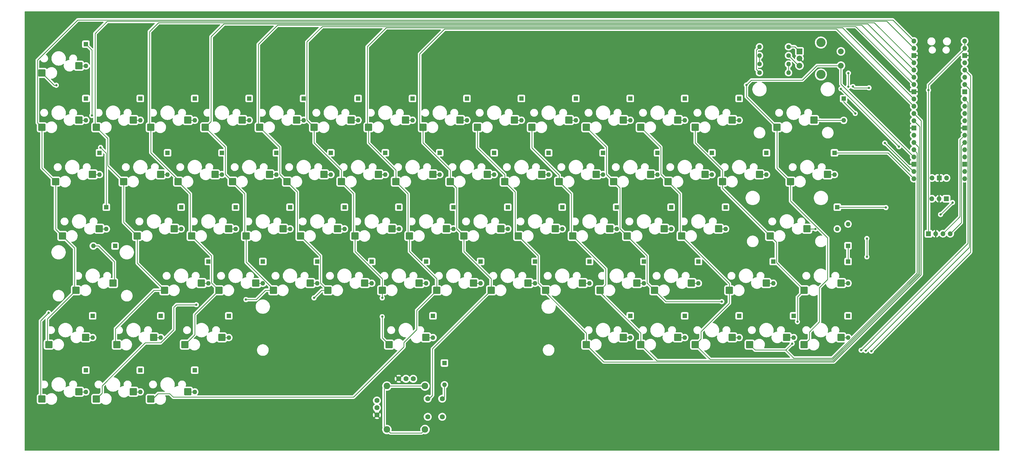
<source format=gbr>
%TF.GenerationSoftware,KiCad,Pcbnew,(6.0.5)*%
%TF.CreationDate,2022-05-29T22:26:07-04:00*%
%TF.ProjectId,pico_keyboard_v1,7069636f-5f6b-4657-9962-6f6172645f76,rev?*%
%TF.SameCoordinates,Original*%
%TF.FileFunction,Copper,L2,Bot*%
%TF.FilePolarity,Positive*%
%FSLAX46Y46*%
G04 Gerber Fmt 4.6, Leading zero omitted, Abs format (unit mm)*
G04 Created by KiCad (PCBNEW (6.0.5)) date 2022-05-29 22:26:07*
%MOMM*%
%LPD*%
G01*
G04 APERTURE LIST*
G04 Aperture macros list*
%AMRoundRect*
0 Rectangle with rounded corners*
0 $1 Rounding radius*
0 $2 $3 $4 $5 $6 $7 $8 $9 X,Y pos of 4 corners*
0 Add a 4 corners polygon primitive as box body*
4,1,4,$2,$3,$4,$5,$6,$7,$8,$9,$2,$3,0*
0 Add four circle primitives for the rounded corners*
1,1,$1+$1,$2,$3*
1,1,$1+$1,$4,$5*
1,1,$1+$1,$6,$7*
1,1,$1+$1,$8,$9*
0 Add four rect primitives between the rounded corners*
20,1,$1+$1,$2,$3,$4,$5,0*
20,1,$1+$1,$4,$5,$6,$7,0*
20,1,$1+$1,$6,$7,$8,$9,0*
20,1,$1+$1,$8,$9,$2,$3,0*%
G04 Aperture macros list end*
%TA.AperFunction,ComponentPad*%
%ADD10O,1.600000X1.600000*%
%TD*%
%TA.AperFunction,ComponentPad*%
%ADD11C,1.600000*%
%TD*%
%TA.AperFunction,SMDPad,CuDef*%
%ADD12RoundRect,0.250000X1.025000X1.000000X-1.025000X1.000000X-1.025000X-1.000000X1.025000X-1.000000X0*%
%TD*%
%TA.AperFunction,ComponentPad*%
%ADD13O,1.700000X1.700000*%
%TD*%
%TA.AperFunction,ComponentPad*%
%ADD14R,1.700000X1.700000*%
%TD*%
%TA.AperFunction,ComponentPad*%
%ADD15R,2.000000X2.000000*%
%TD*%
%TA.AperFunction,ComponentPad*%
%ADD16C,2.000000*%
%TD*%
%TA.AperFunction,ComponentPad*%
%ADD17C,3.200000*%
%TD*%
%TA.AperFunction,ComponentPad*%
%ADD18C,1.778000*%
%TD*%
%TA.AperFunction,ComponentPad*%
%ADD19C,2.286000*%
%TD*%
%TA.AperFunction,ComponentPad*%
%ADD20R,1.600000X1.600000*%
%TD*%
%TA.AperFunction,ViaPad*%
%ADD21C,0.800000*%
%TD*%
%TA.AperFunction,Conductor*%
%ADD22C,0.250000*%
%TD*%
G04 APERTURE END LIST*
D10*
%TO.P,R1,2*%
%TO.N,+5V*%
X303770000Y-94980000D03*
D11*
%TO.P,R1,1*%
%TO.N,GPIO19*%
X293610000Y-94980000D03*
%TD*%
%TO.P,R2,1*%
%TO.N,GPIO22*%
X293610000Y-91970000D03*
D10*
%TO.P,R2,2*%
%TO.N,+5V*%
X303770000Y-91970000D03*
%TD*%
D11*
%TO.P,R4,1*%
%TO.N,Net-(R4-Pad1)*%
X303770000Y-88960000D03*
D10*
%TO.P,R4,2*%
%TO.N,GPIO22*%
X293610000Y-88960000D03*
%TD*%
D11*
%TO.P,R3,1*%
%TO.N,Net-(R3-Pad1)*%
X303770000Y-85920000D03*
D10*
%TO.P,R3,2*%
%TO.N,GPIO19*%
X293610000Y-85920000D03*
%TD*%
D12*
%TO.P,SW68,1,A*%
%TO.N,Net-(D69-Pad2)*%
X55460000Y-92530000D03*
%TO.P,SW68,2,B*%
%TO.N,C13*%
X42533000Y-95070000D03*
%TD*%
%TO.P,SW41,1,A*%
%TO.N,Net-(D42-Pad2)*%
X207860000Y-111580000D03*
%TO.P,SW41,2,B*%
%TO.N,C8*%
X194933000Y-114120000D03*
%TD*%
%TO.P,SW57,1,A*%
%TO.N,Net-(D58-Pad2)*%
X274535000Y-130630000D03*
%TO.P,SW57,2,B*%
%TO.N,C11*%
X261608000Y-133170000D03*
%TD*%
%TO.P,SW24,1,A*%
%TO.N,Net-(D25-Pad2)*%
X145947499Y-149680000D03*
%TO.P,SW24,2,B*%
%TO.N,C4*%
X133020499Y-152220000D03*
%TD*%
%TO.P,SW48,1,A*%
%TO.N,Net-(D49-Pad2)*%
X241197500Y-149680000D03*
%TO.P,SW48,2,B*%
%TO.N,C9*%
X228270500Y-152220000D03*
%TD*%
%TO.P,SW59,1,A*%
%TO.N,Net-(D60-Pad2)*%
X295966250Y-168730000D03*
%TO.P,SW59,2,B*%
%TO.N,C11*%
X283039250Y-171270000D03*
%TD*%
%TO.P,SW60,1,A*%
%TO.N,Net-(D61-Pad2)*%
X284060000Y-187780000D03*
%TO.P,SW60,2,B*%
%TO.N,C11*%
X271133000Y-190320000D03*
%TD*%
%TO.P,SW53,1,A*%
%TO.N,Net-(D54-Pad2)*%
X260247500Y-149680000D03*
%TO.P,SW53,2,B*%
%TO.N,C10*%
X247320500Y-152220000D03*
%TD*%
%TO.P,SW31,1,A*%
%TO.N,Net-(D32-Pad2)*%
X176903750Y-187780000D03*
%TO.P,SW31,2,B*%
%TO.N,C5*%
X163976750Y-190320000D03*
%TD*%
%TO.P,SW7,1,A*%
%TO.N,Net-(D8-Pad2)*%
X74510000Y-111580000D03*
%TO.P,SW7,2,B*%
%TO.N,C1*%
X61583000Y-114120000D03*
%TD*%
%TO.P,SW15,1,A*%
%TO.N,Net-(D16-Pad2)*%
X117372500Y-168730000D03*
%TO.P,SW15,2,B*%
%TO.N,C2*%
X104445500Y-171270000D03*
%TD*%
D13*
%TO.P,U2,1,GPIO0*%
%TO.N,C0*%
X347600000Y-83875000D03*
%TO.P,U2,2,GPIO1*%
%TO.N,C1*%
X347600000Y-86415000D03*
D14*
%TO.P,U2,3,GND*%
%TO.N,GND*%
X347600000Y-88955000D03*
D13*
%TO.P,U2,4,GPIO2*%
%TO.N,C2*%
X347600000Y-91495000D03*
%TO.P,U2,5,GPIO3*%
%TO.N,C3*%
X347600000Y-94035000D03*
%TO.P,U2,6,GPIO4*%
%TO.N,C4*%
X347600000Y-96575000D03*
%TO.P,U2,7,GPIO5*%
%TO.N,C5*%
X347600000Y-99115000D03*
D14*
%TO.P,U2,8,GND*%
%TO.N,GND*%
X347600000Y-101655000D03*
D13*
%TO.P,U2,9,GPIO6*%
%TO.N,C6*%
X347600000Y-104195000D03*
%TO.P,U2,10,GPIO7*%
%TO.N,C7*%
X347600000Y-106735000D03*
%TO.P,U2,11,GPIO8*%
%TO.N,C8*%
X347600000Y-109275000D03*
%TO.P,U2,12,GPIO9*%
%TO.N,C9*%
X347600000Y-111815000D03*
D14*
%TO.P,U2,13,GND*%
%TO.N,GND*%
X347600000Y-114355000D03*
D13*
%TO.P,U2,14,GPIO10*%
%TO.N,C10*%
X347600000Y-116895000D03*
%TO.P,U2,15,GPIO11*%
%TO.N,C11*%
X347600000Y-119435000D03*
%TO.P,U2,16,GPIO12*%
%TO.N,C12*%
X347600000Y-121975000D03*
%TO.P,U2,17,GPIO13*%
%TO.N,C13*%
X347600000Y-124515000D03*
D14*
%TO.P,U2,18,GND*%
%TO.N,GND*%
X347600000Y-127055000D03*
D13*
%TO.P,U2,19,GPIO14*%
%TO.N,GPIO14*%
X347600000Y-129595000D03*
%TO.P,U2,20,GPIO15*%
%TO.N,GPIO15*%
X347600000Y-132135000D03*
%TO.P,U2,21,GPIO16*%
%TO.N,GPIO16*%
X365380000Y-132135000D03*
%TO.P,U2,22,GPIO17*%
%TO.N,GPIO17*%
X365380000Y-129595000D03*
D14*
%TO.P,U2,23,GND*%
%TO.N,GND*%
X365380000Y-127055000D03*
D13*
%TO.P,U2,24,GPIO18*%
%TO.N,GPIO18*%
X365380000Y-124515000D03*
%TO.P,U2,25,GPIO19*%
%TO.N,GPIO19*%
X365380000Y-121975000D03*
%TO.P,U2,26,GPIO20*%
%TO.N,GPIO20*%
X365380000Y-119435000D03*
%TO.P,U2,27,GPIO21*%
%TO.N,GPIO21*%
X365380000Y-116895000D03*
D14*
%TO.P,U2,28,GND*%
%TO.N,GND*%
X365380000Y-114355000D03*
D13*
%TO.P,U2,29,GPIO22*%
%TO.N,GPIO22*%
X365380000Y-111815000D03*
%TO.P,U2,30,RUN*%
%TO.N,unconnected-(U2-Pad30)*%
X365380000Y-109275000D03*
%TO.P,U2,31,GPIO26_ADC0*%
%TO.N,GPIO26*%
X365380000Y-106735000D03*
%TO.P,U2,32,GPIO27_ADC1*%
%TO.N,GPIO27*%
X365380000Y-104195000D03*
D14*
%TO.P,U2,33,AGND*%
%TO.N,unconnected-(U2-Pad33)*%
X365380000Y-101655000D03*
D13*
%TO.P,U2,34,GPIO28_ADC2*%
%TO.N,GPIO28*%
X365380000Y-99115000D03*
%TO.P,U2,35,ADC_VREF*%
%TO.N,unconnected-(U2-Pad35)*%
X365380000Y-96575000D03*
%TO.P,U2,36,3V3*%
%TO.N,+3V3*%
X365380000Y-94035000D03*
%TO.P,U2,37,3V3_EN*%
%TO.N,unconnected-(U2-Pad37)*%
X365380000Y-91495000D03*
D14*
%TO.P,U2,38,GND*%
%TO.N,GND*%
X365380000Y-88955000D03*
D13*
%TO.P,U2,39,VSYS*%
%TO.N,+5V*%
X365380000Y-86415000D03*
%TO.P,U2,40,VBUS*%
X365380000Y-83875000D03*
%TO.P,U2,41,SWCLK*%
%TO.N,Net-(J2-Pad3)*%
X353950000Y-131905000D03*
D14*
%TO.P,U2,42,GND*%
%TO.N,GND*%
X356490000Y-131905000D03*
D13*
%TO.P,U2,43,SWDIO*%
%TO.N,Net-(J2-Pad1)*%
X359030000Y-131905000D03*
%TD*%
D12*
%TO.P,SW54,1,A*%
%TO.N,Net-(D55-Pad2)*%
X269772500Y-168730000D03*
%TO.P,SW54,2,B*%
%TO.N,C10*%
X256845500Y-171270000D03*
%TD*%
%TO.P,SW50,1,A*%
%TO.N,Net-(D51-Pad2)*%
X265010000Y-187780000D03*
%TO.P,SW50,2,B*%
%TO.N,C9*%
X252083000Y-190320000D03*
%TD*%
%TO.P,SW32,1,A*%
%TO.N,Net-(D33-Pad2)*%
X169759999Y-111580000D03*
%TO.P,SW32,2,B*%
%TO.N,C6*%
X156832999Y-114120000D03*
%TD*%
%TO.P,SW46,1,A*%
%TO.N,Net-(D47-Pad2)*%
X226910000Y-111580000D03*
%TO.P,SW46,2,B*%
%TO.N,C9*%
X213983000Y-114120000D03*
%TD*%
%TO.P,SW69,1,A*%
%TO.N,Net-(D70-Pad2)*%
X322160000Y-187780000D03*
%TO.P,SW69,2,B*%
%TO.N,C13*%
X309233000Y-190320000D03*
%TD*%
%TO.P,SW2,1,A*%
%TO.N,Net-(D3-Pad2)*%
X55460000Y-111580000D03*
%TO.P,SW2,2,B*%
%TO.N,C0*%
X42533000Y-114120000D03*
%TD*%
%TO.P,SW29,1,A*%
%TO.N,Net-(D30-Pad2)*%
X164997499Y-149680000D03*
%TO.P,SW29,2,B*%
%TO.N,C5*%
X152070499Y-152220000D03*
%TD*%
%TO.P,SW16,1,A*%
%TO.N,Net-(D17-Pad2)*%
X105466250Y-187780000D03*
%TO.P,SW16,2,B*%
%TO.N,C2*%
X92539250Y-190320000D03*
%TD*%
%TO.P,SW63,1,A*%
%TO.N,Net-(D64-Pad2)*%
X310253750Y-149680000D03*
%TO.P,SW63,2,B*%
%TO.N,C12*%
X297326750Y-152220000D03*
%TD*%
%TO.P,SW12,1,A*%
%TO.N,Net-(D13-Pad2)*%
X93560000Y-111580000D03*
%TO.P,SW12,2,B*%
%TO.N,C2*%
X80633000Y-114120000D03*
%TD*%
D15*
%TO.P,SW1,A,A*%
%TO.N,Net-(R3-Pad1)*%
X307595000Y-87509999D03*
D16*
%TO.P,SW1,B,B*%
%TO.N,Net-(R4-Pad1)*%
X307595000Y-92509999D03*
%TO.P,SW1,C,C*%
%TO.N,GND*%
X307595000Y-90009999D03*
D17*
%TO.P,SW1,MP*%
%TO.N,N/C*%
X315095000Y-84409999D03*
X315095000Y-95609999D03*
D16*
%TO.P,SW1,S1,S1*%
%TO.N,C13*%
X322095000Y-92509999D03*
%TO.P,SW1,S2,S2*%
%TO.N,Net-(D2-Pad2)*%
X322095000Y-87509999D03*
%TD*%
D12*
%TO.P,SW64,1,A*%
%TO.N,Net-(D65-Pad2)*%
X322160000Y-168730000D03*
%TO.P,SW64,2,B*%
%TO.N,C12*%
X309233000Y-171270000D03*
%TD*%
%TO.P,SW36,1,A*%
%TO.N,Net-(D37-Pad2)*%
X93560000Y-206830000D03*
%TO.P,SW36,2,B*%
%TO.N,C6*%
X80633000Y-209370000D03*
%TD*%
%TO.P,SW13,1,A*%
%TO.N,Net-(D14-Pad2)*%
X103085000Y-130630000D03*
%TO.P,SW13,2,B*%
%TO.N,C2*%
X90158000Y-133170000D03*
%TD*%
%TO.P,SW10,1,A*%
%TO.N,Net-(D11-Pad2)*%
X98322500Y-168730000D03*
%TO.P,SW10,2,B*%
%TO.N,C1*%
X85395500Y-171270000D03*
%TD*%
%TO.P,SW66,1,A*%
%TO.N,Net-(D67-Pad2)*%
X312635000Y-111580000D03*
%TO.P,SW66,2,B*%
%TO.N,C13*%
X299708000Y-114120000D03*
%TD*%
%TO.P,SW42,1,A*%
%TO.N,Net-(D43-Pad2)*%
X217385000Y-130630000D03*
%TO.P,SW42,2,B*%
%TO.N,C8*%
X204458000Y-133170000D03*
%TD*%
%TO.P,SW65,1,A*%
%TO.N,Net-(D66-Pad2)*%
X303110000Y-187780000D03*
%TO.P,SW65,2,B*%
%TO.N,C12*%
X290183000Y-190320000D03*
%TD*%
%TO.P,SW61,1,A*%
%TO.N,Net-(D62-Pad2)*%
X284060000Y-111580000D03*
%TO.P,SW61,2,B*%
%TO.N,C12*%
X271133000Y-114120000D03*
%TD*%
%TO.P,SW3,1,A*%
%TO.N,Net-(D4-Pad2)*%
X60222500Y-130630000D03*
%TO.P,SW3,2,B*%
%TO.N,C0*%
X47295500Y-133170000D03*
%TD*%
%TO.P,SW26,1,A*%
%TO.N,Net-(D27-Pad2)*%
X74510000Y-206830000D03*
%TO.P,SW26,2,B*%
%TO.N,C4*%
X61583000Y-209370000D03*
%TD*%
%TO.P,SW30,1,A*%
%TO.N,Net-(D31-Pad2)*%
X174522500Y-168730000D03*
%TO.P,SW30,2,B*%
%TO.N,C5*%
X161595500Y-171270000D03*
%TD*%
%TO.P,SW9,1,A*%
%TO.N,Net-(D10-Pad2)*%
X88797500Y-149680000D03*
%TO.P,SW9,2,B*%
%TO.N,C1*%
X75870500Y-152220000D03*
%TD*%
%TO.P,SW56,1,A*%
%TO.N,Net-(D57-Pad2)*%
X265010000Y-111580000D03*
%TO.P,SW56,2,B*%
%TO.N,C11*%
X252083000Y-114120000D03*
%TD*%
%TO.P,SW28,1,A*%
%TO.N,Net-(D29-Pad2)*%
X160235000Y-130630000D03*
%TO.P,SW28,2,B*%
%TO.N,C5*%
X147308000Y-133170000D03*
%TD*%
%TO.P,SW19,1,A*%
%TO.N,Net-(D20-Pad2)*%
X126897499Y-149680000D03*
%TO.P,SW19,2,B*%
%TO.N,C3*%
X113970499Y-152220000D03*
%TD*%
%TO.P,SW44,1,A*%
%TO.N,Net-(D45-Pad2)*%
X231672500Y-168730000D03*
%TO.P,SW44,2,B*%
%TO.N,C8*%
X218745500Y-171270000D03*
%TD*%
%TO.P,SW35,1,A*%
%TO.N,Net-(D36-Pad2)*%
X193572500Y-168730000D03*
%TO.P,SW35,2,B*%
%TO.N,C6*%
X180645500Y-171270000D03*
%TD*%
%TO.P,SW43,1,A*%
%TO.N,Net-(D44-Pad2)*%
X222147500Y-149680000D03*
%TO.P,SW43,2,B*%
%TO.N,C8*%
X209220500Y-152220000D03*
%TD*%
%TO.P,SW8,1,A*%
%TO.N,Net-(D9-Pad2)*%
X84035000Y-130630000D03*
%TO.P,SW8,2,B*%
%TO.N,C1*%
X71108000Y-133170000D03*
%TD*%
%TO.P,SW18,1,A*%
%TO.N,Net-(D19-Pad2)*%
X122135000Y-130630000D03*
%TO.P,SW18,2,B*%
%TO.N,C3*%
X109208000Y-133170000D03*
%TD*%
%TO.P,SW34,1,A*%
%TO.N,Net-(D35-Pad2)*%
X184047499Y-149680000D03*
%TO.P,SW34,2,B*%
%TO.N,C6*%
X171120499Y-152220000D03*
%TD*%
%TO.P,SW40,1,A*%
%TO.N,Net-(D41-Pad2)*%
X212622500Y-168730000D03*
%TO.P,SW40,2,B*%
%TO.N,C7*%
X199695500Y-171270000D03*
%TD*%
%TO.P,SW4,1,A*%
%TO.N,Net-(D5-Pad2)*%
X62603750Y-149680000D03*
%TO.P,SW4,2,B*%
%TO.N,C0*%
X49676750Y-152220000D03*
%TD*%
%TO.P,SW49,1,A*%
%TO.N,Net-(D50-Pad2)*%
X250722500Y-168730000D03*
%TO.P,SW49,2,B*%
%TO.N,C9*%
X237795500Y-171270000D03*
%TD*%
%TO.P,SW45,1,A*%
%TO.N,Net-(D46-Pad2)*%
X245960000Y-187780000D03*
%TO.P,SW45,2,B*%
%TO.N,C8*%
X233033000Y-190320000D03*
%TD*%
D14*
%TO.P,J1,1,Pin_1*%
%TO.N,+5V*%
X352730000Y-151425000D03*
D13*
%TO.P,J1,2,Pin_2*%
%TO.N,GND*%
X355270000Y-151425000D03*
%TO.P,J1,3,Pin_3*%
%TO.N,GPIO21*%
X357810000Y-151425000D03*
%TO.P,J1,4,Pin_4*%
%TO.N,GPIO20*%
X360350000Y-151425000D03*
%TD*%
D12*
%TO.P,SW58,1,A*%
%TO.N,Net-(D59-Pad2)*%
X279297500Y-149680000D03*
%TO.P,SW58,2,B*%
%TO.N,C11*%
X266370500Y-152220000D03*
%TD*%
%TO.P,SW22,1,A*%
%TO.N,Net-(D23-Pad2)*%
X131660000Y-111580000D03*
%TO.P,SW22,2,B*%
%TO.N,C4*%
X118733000Y-114120000D03*
%TD*%
%TO.P,SW23,1,A*%
%TO.N,Net-(D24-Pad2)*%
X141185000Y-130630000D03*
%TO.P,SW23,2,B*%
%TO.N,C4*%
X128258000Y-133170000D03*
%TD*%
%TO.P,SW21,1,A*%
%TO.N,Net-(D22-Pad2)*%
X55460000Y-206830000D03*
%TO.P,SW21,2,B*%
%TO.N,C3*%
X42533000Y-209370000D03*
%TD*%
%TO.P,SW51,1,A*%
%TO.N,Net-(D52-Pad2)*%
X245960000Y-111580000D03*
%TO.P,SW51,2,B*%
%TO.N,C10*%
X233033000Y-114120000D03*
%TD*%
%TO.P,SW67,1,A*%
%TO.N,Net-(D68-Pad2)*%
X317397500Y-130630000D03*
%TO.P,SW67,2,B*%
%TO.N,C13*%
X304470500Y-133170000D03*
%TD*%
%TO.P,SW5,1,A*%
%TO.N,Net-(D6-Pad2)*%
X67366250Y-168730000D03*
%TO.P,SW5,2,B*%
%TO.N,C0*%
X54439250Y-171270000D03*
%TD*%
%TO.P,SW11,1,A*%
%TO.N,Net-(D12-Pad2)*%
X81653750Y-187780000D03*
%TO.P,SW11,2,B*%
%TO.N,C1*%
X68726750Y-190320000D03*
%TD*%
D14*
%TO.P,J2,1,Pin_1*%
%TO.N,Net-(J2-Pad1)*%
X359025000Y-139185000D03*
D13*
%TO.P,J2,2,Pin_2*%
%TO.N,GND*%
X356485000Y-139185000D03*
%TO.P,J2,3,Pin_3*%
%TO.N,Net-(J2-Pad3)*%
X353945000Y-139185000D03*
%TD*%
D12*
%TO.P,SW38,1,A*%
%TO.N,Net-(D39-Pad2)*%
X198335000Y-130630000D03*
%TO.P,SW38,2,B*%
%TO.N,C7*%
X185408000Y-133170000D03*
%TD*%
D18*
%TO.P,U1,B1A,SEL+*%
%TO.N,Net-(D1-Pad2)*%
X182600000Y-209283719D03*
%TO.P,U1,B1B*%
%TO.N,N/C*%
X182600000Y-215633719D03*
%TO.P,U1,B2A,SEL-*%
%TO.N,C7*%
X177520000Y-209283719D03*
%TO.P,U1,B2B*%
%TO.N,N/C*%
X177520000Y-215633719D03*
%TO.P,U1,H1,H+*%
%TO.N,+3V3*%
X159740000Y-209918719D03*
%TO.P,U1,H2,H*%
%TO.N,GPIO27*%
X159740000Y-212458719D03*
%TO.P,U1,H3,H-*%
%TO.N,GND*%
X159740000Y-214998719D03*
D19*
%TO.P,U1,S1,SHIELD*%
%TO.N,unconnected-(U1-PadS1)*%
X176567500Y-204838719D03*
%TO.P,U1,S2,SHIELD*%
X163232500Y-204838719D03*
%TO.P,U1,S3,SHIELD*%
X163232500Y-220078719D03*
%TO.P,U1,S4,SHIELD*%
X176567500Y-220078719D03*
D18*
%TO.P,U1,V1,V+*%
%TO.N,+3V3*%
X172440000Y-202298719D03*
%TO.P,U1,V2,V*%
%TO.N,GPIO28*%
X169900000Y-202298719D03*
%TO.P,U1,V3,V-*%
%TO.N,GND*%
X167360000Y-202298719D03*
%TD*%
D12*
%TO.P,SW47,1,A*%
%TO.N,Net-(D48-Pad2)*%
X236435000Y-130630000D03*
%TO.P,SW47,2,B*%
%TO.N,C9*%
X223508000Y-133170000D03*
%TD*%
%TO.P,SW27,1,A*%
%TO.N,Net-(D28-Pad2)*%
X150709999Y-111580000D03*
%TO.P,SW27,2,B*%
%TO.N,C5*%
X137782999Y-114120000D03*
%TD*%
%TO.P,SW33,1,A*%
%TO.N,Net-(D34-Pad2)*%
X179285000Y-130630000D03*
%TO.P,SW33,2,B*%
%TO.N,C6*%
X166358000Y-133170000D03*
%TD*%
%TO.P,SW62,1,A*%
%TO.N,Net-(D63-Pad2)*%
X293585000Y-130630000D03*
%TO.P,SW62,2,B*%
%TO.N,C12*%
X280658000Y-133170000D03*
%TD*%
%TO.P,SW52,1,A*%
%TO.N,Net-(D53-Pad2)*%
X255485000Y-130630000D03*
%TO.P,SW52,2,B*%
%TO.N,C10*%
X242558000Y-133170000D03*
%TD*%
%TO.P,SW37,1,A*%
%TO.N,Net-(D38-Pad2)*%
X188810000Y-111580000D03*
%TO.P,SW37,2,B*%
%TO.N,C7*%
X175883000Y-114120000D03*
%TD*%
%TO.P,SW6,1,A*%
%TO.N,Net-(D7-Pad2)*%
X57841250Y-187780000D03*
%TO.P,SW6,2,B*%
%TO.N,C0*%
X44914250Y-190320000D03*
%TD*%
%TO.P,SW25,1,A*%
%TO.N,Net-(D26-Pad2)*%
X155472500Y-168730000D03*
%TO.P,SW25,2,B*%
%TO.N,C4*%
X142545500Y-171270000D03*
%TD*%
%TO.P,SW14,1,A*%
%TO.N,Net-(D15-Pad2)*%
X107847499Y-149680000D03*
%TO.P,SW14,2,B*%
%TO.N,C2*%
X94920499Y-152220000D03*
%TD*%
%TO.P,SW17,1,A*%
%TO.N,Net-(D18-Pad2)*%
X112610000Y-111580000D03*
%TO.P,SW17,2,B*%
%TO.N,C3*%
X99683000Y-114120000D03*
%TD*%
%TO.P,SW39,1,A*%
%TO.N,Net-(D40-Pad2)*%
X203097500Y-149680000D03*
%TO.P,SW39,2,B*%
%TO.N,C7*%
X190170500Y-152220000D03*
%TD*%
%TO.P,SW20,1,A*%
%TO.N,Net-(D21-Pad2)*%
X136422500Y-168730000D03*
%TO.P,SW20,2,B*%
%TO.N,C3*%
X123495500Y-171270000D03*
%TD*%
D20*
%TO.P,D40,1,K*%
%TO.N,GPIO16*%
X205537500Y-142140000D03*
D10*
%TO.P,D40,2,A*%
%TO.N,Net-(D40-Pad2)*%
X205537500Y-149760000D03*
%TD*%
D20*
%TO.P,D5,1,K*%
%TO.N,GPIO16*%
X65043750Y-142140000D03*
D10*
%TO.P,D5,2,A*%
%TO.N,Net-(D5-Pad2)*%
X65043750Y-149760000D03*
%TD*%
D20*
%TO.P,D22,1,K*%
%TO.N,GPIO18*%
X57900000Y-199290000D03*
D10*
%TO.P,D22,2,A*%
%TO.N,Net-(D22-Pad2)*%
X57900000Y-206910000D03*
%TD*%
D20*
%TO.P,D55,1,K*%
%TO.N,GPIO17*%
X272212500Y-161190000D03*
D10*
%TO.P,D55,2,A*%
%TO.N,Net-(D55-Pad2)*%
X272212500Y-168810000D03*
%TD*%
D20*
%TO.P,D63,1,K*%
%TO.N,GPIO15*%
X296025000Y-123090000D03*
D10*
%TO.P,D63,2,A*%
%TO.N,Net-(D63-Pad2)*%
X296025000Y-130710000D03*
%TD*%
D20*
%TO.P,D31,1,K*%
%TO.N,GPIO17*%
X176962500Y-161190000D03*
D10*
%TO.P,D31,2,A*%
%TO.N,Net-(D31-Pad2)*%
X176962500Y-168810000D03*
%TD*%
D20*
%TO.P,D43,1,K*%
%TO.N,GPIO15*%
X219825000Y-123090000D03*
D10*
%TO.P,D43,2,A*%
%TO.N,Net-(D43-Pad2)*%
X219825000Y-130710000D03*
%TD*%
D20*
%TO.P,D18,1,K*%
%TO.N,GPIO14*%
X115050000Y-104040000D03*
D10*
%TO.P,D18,2,A*%
%TO.N,Net-(D18-Pad2)*%
X115050000Y-111660000D03*
%TD*%
D20*
%TO.P,D2,1,K*%
%TO.N,GPIO17*%
X324590000Y-155670000D03*
D10*
%TO.P,D2,2,A*%
%TO.N,Net-(D2-Pad2)*%
X324590000Y-148050000D03*
%TD*%
D20*
%TO.P,D51,1,K*%
%TO.N,GPIO18*%
X267450000Y-180240000D03*
D10*
%TO.P,D51,2,A*%
%TO.N,Net-(D51-Pad2)*%
X267450000Y-187860000D03*
%TD*%
D20*
%TO.P,D12,1,K*%
%TO.N,GPIO18*%
X84093750Y-180240000D03*
D10*
%TO.P,D12,2,A*%
%TO.N,Net-(D12-Pad2)*%
X84093750Y-187860000D03*
%TD*%
D20*
%TO.P,D42,1,K*%
%TO.N,GPIO14*%
X210300000Y-104040000D03*
D10*
%TO.P,D42,2,A*%
%TO.N,Net-(D42-Pad2)*%
X210300000Y-111660000D03*
%TD*%
D20*
%TO.P,D53,1,K*%
%TO.N,GPIO15*%
X257925000Y-123090000D03*
D10*
%TO.P,D53,2,A*%
%TO.N,Net-(D53-Pad2)*%
X257925000Y-130710000D03*
%TD*%
D20*
%TO.P,D58,1,K*%
%TO.N,GPIO15*%
X276975000Y-123090000D03*
D10*
%TO.P,D58,2,A*%
%TO.N,Net-(D58-Pad2)*%
X276975000Y-130710000D03*
%TD*%
D20*
%TO.P,D9,1,K*%
%TO.N,GPIO15*%
X86475000Y-123090000D03*
D10*
%TO.P,D9,2,A*%
%TO.N,Net-(D9-Pad2)*%
X86475000Y-130710000D03*
%TD*%
D20*
%TO.P,D49,1,K*%
%TO.N,GPIO16*%
X243637500Y-142140000D03*
D10*
%TO.P,D49,2,A*%
%TO.N,Net-(D49-Pad2)*%
X243637500Y-149760000D03*
%TD*%
D20*
%TO.P,D7,1,K*%
%TO.N,GPIO18*%
X60281250Y-180240000D03*
D10*
%TO.P,D7,2,A*%
%TO.N,Net-(D7-Pad2)*%
X60281250Y-187860000D03*
%TD*%
D20*
%TO.P,D11,1,K*%
%TO.N,GPIO17*%
X100762500Y-161190000D03*
D10*
%TO.P,D11,2,A*%
%TO.N,Net-(D11-Pad2)*%
X100762500Y-168810000D03*
%TD*%
D20*
%TO.P,D70,1,K*%
%TO.N,GPIO18*%
X324600000Y-180240000D03*
D10*
%TO.P,D70,2,A*%
%TO.N,Net-(D70-Pad2)*%
X324600000Y-187860000D03*
%TD*%
D20*
%TO.P,D25,1,K*%
%TO.N,GPIO16*%
X148387500Y-142140000D03*
D10*
%TO.P,D25,2,A*%
%TO.N,Net-(D25-Pad2)*%
X148387500Y-149760000D03*
%TD*%
D20*
%TO.P,D61,1,K*%
%TO.N,GPIO18*%
X286500000Y-180240000D03*
D10*
%TO.P,D61,2,A*%
%TO.N,Net-(D61-Pad2)*%
X286500000Y-187860000D03*
%TD*%
D20*
%TO.P,D21,1,K*%
%TO.N,GPIO17*%
X138862500Y-161190000D03*
D10*
%TO.P,D21,2,A*%
%TO.N,Net-(D21-Pad2)*%
X138862500Y-168810000D03*
%TD*%
D20*
%TO.P,D6,1,K*%
%TO.N,GPIO17*%
X68120000Y-155720000D03*
D10*
%TO.P,D6,2,A*%
%TO.N,Net-(D6-Pad2)*%
X60500000Y-155720000D03*
%TD*%
D20*
%TO.P,D8,1,K*%
%TO.N,GPIO14*%
X76950000Y-104040000D03*
D10*
%TO.P,D8,2,A*%
%TO.N,Net-(D8-Pad2)*%
X76950000Y-111660000D03*
%TD*%
D20*
%TO.P,D52,1,K*%
%TO.N,GPIO14*%
X248400000Y-104040000D03*
D10*
%TO.P,D52,2,A*%
%TO.N,Net-(D52-Pad2)*%
X248400000Y-111660000D03*
%TD*%
D20*
%TO.P,D27,1,K*%
%TO.N,GPIO18*%
X76950000Y-199290000D03*
D10*
%TO.P,D27,2,A*%
%TO.N,Net-(D27-Pad2)*%
X76950000Y-206910000D03*
%TD*%
D20*
%TO.P,D36,1,K*%
%TO.N,GPIO17*%
X196012500Y-161190000D03*
D10*
%TO.P,D36,2,A*%
%TO.N,Net-(D36-Pad2)*%
X196012500Y-168810000D03*
%TD*%
D20*
%TO.P,D69,1,K*%
%TO.N,GPIO16*%
X57900000Y-84990000D03*
D10*
%TO.P,D69,2,A*%
%TO.N,Net-(D69-Pad2)*%
X57900000Y-92610000D03*
%TD*%
D20*
%TO.P,D1,1,K*%
%TO.N,GPIO18*%
X183380000Y-196770000D03*
D10*
%TO.P,D1,2,A*%
%TO.N,Net-(D1-Pad2)*%
X183380000Y-204390000D03*
%TD*%
D20*
%TO.P,D68,1,K*%
%TO.N,GPIO15*%
X319837500Y-123090000D03*
D10*
%TO.P,D68,2,A*%
%TO.N,Net-(D68-Pad2)*%
X319837500Y-130710000D03*
%TD*%
D20*
%TO.P,D13,1,K*%
%TO.N,GPIO14*%
X96000000Y-104040000D03*
D10*
%TO.P,D13,2,A*%
%TO.N,Net-(D13-Pad2)*%
X96000000Y-111660000D03*
%TD*%
D20*
%TO.P,D50,1,K*%
%TO.N,GPIO17*%
X253162500Y-161190000D03*
D10*
%TO.P,D50,2,A*%
%TO.N,Net-(D50-Pad2)*%
X253162500Y-168810000D03*
%TD*%
D20*
%TO.P,D28,1,K*%
%TO.N,GPIO14*%
X153150000Y-104040000D03*
D10*
%TO.P,D28,2,A*%
%TO.N,Net-(D28-Pad2)*%
X153150000Y-111660000D03*
%TD*%
D20*
%TO.P,D26,1,K*%
%TO.N,GPIO17*%
X157912500Y-161190000D03*
D10*
%TO.P,D26,2,A*%
%TO.N,Net-(D26-Pad2)*%
X157912500Y-168810000D03*
%TD*%
D20*
%TO.P,D46,1,K*%
%TO.N,GPIO18*%
X248400000Y-180240000D03*
D10*
%TO.P,D46,2,A*%
%TO.N,Net-(D46-Pad2)*%
X248400000Y-187860000D03*
%TD*%
D20*
%TO.P,D34,1,K*%
%TO.N,GPIO15*%
X181725000Y-123090000D03*
D10*
%TO.P,D34,2,A*%
%TO.N,Net-(D34-Pad2)*%
X181725000Y-130710000D03*
%TD*%
D20*
%TO.P,D17,1,K*%
%TO.N,GPIO18*%
X107906250Y-180240000D03*
D10*
%TO.P,D17,2,A*%
%TO.N,Net-(D17-Pad2)*%
X107906250Y-187860000D03*
%TD*%
D20*
%TO.P,D23,1,K*%
%TO.N,GPIO14*%
X134100000Y-104040000D03*
D10*
%TO.P,D23,2,A*%
%TO.N,Net-(D23-Pad2)*%
X134100000Y-111660000D03*
%TD*%
D20*
%TO.P,D24,1,K*%
%TO.N,GPIO15*%
X143625000Y-123090000D03*
D10*
%TO.P,D24,2,A*%
%TO.N,Net-(D24-Pad2)*%
X143625000Y-130710000D03*
%TD*%
D20*
%TO.P,D20,1,K*%
%TO.N,GPIO16*%
X129337500Y-142140000D03*
D10*
%TO.P,D20,2,A*%
%TO.N,Net-(D20-Pad2)*%
X129337500Y-149760000D03*
%TD*%
D20*
%TO.P,D33,1,K*%
%TO.N,GPIO14*%
X172200000Y-104040000D03*
D10*
%TO.P,D33,2,A*%
%TO.N,Net-(D33-Pad2)*%
X172200000Y-111660000D03*
%TD*%
D20*
%TO.P,D64,1,K*%
%TO.N,GPIO16*%
X320830000Y-142140000D03*
D10*
%TO.P,D64,2,A*%
%TO.N,Net-(D64-Pad2)*%
X320830000Y-149760000D03*
%TD*%
D20*
%TO.P,D32,1,K*%
%TO.N,GPIO18*%
X179343750Y-180240000D03*
D10*
%TO.P,D32,2,A*%
%TO.N,Net-(D32-Pad2)*%
X179343750Y-187860000D03*
%TD*%
D20*
%TO.P,D66,1,K*%
%TO.N,GPIO18*%
X305550000Y-180240000D03*
D10*
%TO.P,D66,2,A*%
%TO.N,Net-(D66-Pad2)*%
X305550000Y-187860000D03*
%TD*%
D20*
%TO.P,D44,1,K*%
%TO.N,GPIO16*%
X224587500Y-142140000D03*
D10*
%TO.P,D44,2,A*%
%TO.N,Net-(D44-Pad2)*%
X224587500Y-149760000D03*
%TD*%
D20*
%TO.P,D15,1,K*%
%TO.N,GPIO16*%
X110287500Y-142140000D03*
D10*
%TO.P,D15,2,A*%
%TO.N,Net-(D15-Pad2)*%
X110287500Y-149760000D03*
%TD*%
D20*
%TO.P,D62,1,K*%
%TO.N,GPIO14*%
X286500000Y-104040000D03*
D10*
%TO.P,D62,2,A*%
%TO.N,Net-(D62-Pad2)*%
X286500000Y-111660000D03*
%TD*%
D20*
%TO.P,D67,1,K*%
%TO.N,GPIO14*%
X323070000Y-104060000D03*
D10*
%TO.P,D67,2,A*%
%TO.N,Net-(D67-Pad2)*%
X323070000Y-111680000D03*
%TD*%
D20*
%TO.P,D54,1,K*%
%TO.N,GPIO16*%
X262687500Y-142140000D03*
D10*
%TO.P,D54,2,A*%
%TO.N,Net-(D54-Pad2)*%
X262687500Y-149760000D03*
%TD*%
D20*
%TO.P,D37,1,K*%
%TO.N,GPIO18*%
X96000000Y-199290000D03*
D10*
%TO.P,D37,2,A*%
%TO.N,Net-(D37-Pad2)*%
X96000000Y-206910000D03*
%TD*%
D20*
%TO.P,D14,1,K*%
%TO.N,GPIO15*%
X105525000Y-123090000D03*
D10*
%TO.P,D14,2,A*%
%TO.N,Net-(D14-Pad2)*%
X105525000Y-130710000D03*
%TD*%
D20*
%TO.P,D45,1,K*%
%TO.N,GPIO17*%
X234112500Y-161190000D03*
D10*
%TO.P,D45,2,A*%
%TO.N,Net-(D45-Pad2)*%
X234112500Y-168810000D03*
%TD*%
D20*
%TO.P,D19,1,K*%
%TO.N,GPIO15*%
X124575000Y-123090000D03*
D10*
%TO.P,D19,2,A*%
%TO.N,Net-(D19-Pad2)*%
X124575000Y-130710000D03*
%TD*%
D20*
%TO.P,D41,1,K*%
%TO.N,GPIO17*%
X215062500Y-161190000D03*
D10*
%TO.P,D41,2,A*%
%TO.N,Net-(D41-Pad2)*%
X215062500Y-168810000D03*
%TD*%
D20*
%TO.P,D60,1,K*%
%TO.N,GPIO17*%
X298406250Y-161190000D03*
D10*
%TO.P,D60,2,A*%
%TO.N,Net-(D60-Pad2)*%
X298406250Y-168810000D03*
%TD*%
D20*
%TO.P,D57,1,K*%
%TO.N,GPIO14*%
X267450000Y-104040000D03*
D10*
%TO.P,D57,2,A*%
%TO.N,Net-(D57-Pad2)*%
X267450000Y-111660000D03*
%TD*%
D20*
%TO.P,D35,1,K*%
%TO.N,GPIO16*%
X186487500Y-142140000D03*
D10*
%TO.P,D35,2,A*%
%TO.N,Net-(D35-Pad2)*%
X186487500Y-149760000D03*
%TD*%
D20*
%TO.P,D3,1,K*%
%TO.N,GPIO14*%
X57900000Y-104040000D03*
D10*
%TO.P,D3,2,A*%
%TO.N,Net-(D3-Pad2)*%
X57900000Y-111660000D03*
%TD*%
D20*
%TO.P,D29,1,K*%
%TO.N,GPIO15*%
X162675000Y-123090000D03*
D10*
%TO.P,D29,2,A*%
%TO.N,Net-(D29-Pad2)*%
X162675000Y-130710000D03*
%TD*%
D20*
%TO.P,D59,1,K*%
%TO.N,GPIO16*%
X281737500Y-142140000D03*
D10*
%TO.P,D59,2,A*%
%TO.N,Net-(D59-Pad2)*%
X281737500Y-149760000D03*
%TD*%
D20*
%TO.P,D30,1,K*%
%TO.N,GPIO16*%
X167437499Y-142140000D03*
D10*
%TO.P,D30,2,A*%
%TO.N,Net-(D30-Pad2)*%
X167437499Y-149760000D03*
%TD*%
D20*
%TO.P,D47,1,K*%
%TO.N,GPIO14*%
X229350000Y-104040000D03*
D10*
%TO.P,D47,2,A*%
%TO.N,Net-(D47-Pad2)*%
X229350000Y-111660000D03*
%TD*%
D20*
%TO.P,D16,1,K*%
%TO.N,GPIO17*%
X119812500Y-161190000D03*
D10*
%TO.P,D16,2,A*%
%TO.N,Net-(D16-Pad2)*%
X119812500Y-168810000D03*
%TD*%
D20*
%TO.P,D48,1,K*%
%TO.N,GPIO15*%
X238875000Y-123090000D03*
D10*
%TO.P,D48,2,A*%
%TO.N,Net-(D48-Pad2)*%
X238875000Y-130710000D03*
%TD*%
D20*
%TO.P,D65,1,K*%
%TO.N,GPIO17*%
X324600000Y-161190000D03*
D10*
%TO.P,D65,2,A*%
%TO.N,Net-(D65-Pad2)*%
X324600000Y-168810000D03*
%TD*%
D20*
%TO.P,D39,1,K*%
%TO.N,GPIO15*%
X200775000Y-123090000D03*
D10*
%TO.P,D39,2,A*%
%TO.N,Net-(D39-Pad2)*%
X200775000Y-130710000D03*
%TD*%
D20*
%TO.P,D4,1,K*%
%TO.N,GPIO15*%
X62662500Y-123090000D03*
D10*
%TO.P,D4,2,A*%
%TO.N,Net-(D4-Pad2)*%
X62662500Y-130710000D03*
%TD*%
D20*
%TO.P,D38,1,K*%
%TO.N,GPIO14*%
X191250000Y-104040000D03*
D10*
%TO.P,D38,2,A*%
%TO.N,Net-(D38-Pad2)*%
X191250000Y-111660000D03*
%TD*%
D20*
%TO.P,D10,1,K*%
%TO.N,GPIO16*%
X91237499Y-142140000D03*
D10*
%TO.P,D10,2,A*%
%TO.N,Net-(D10-Pad2)*%
X91237499Y-149760000D03*
%TD*%
D21*
%TO.N,GND*%
X375750000Y-74730000D03*
X370350297Y-74730000D03*
X364950620Y-74730000D03*
X359550943Y-74730000D03*
X354151266Y-74730000D03*
X348751589Y-74730000D03*
X343351912Y-74730000D03*
X337952235Y-74730000D03*
X332552558Y-74730000D03*
X327152881Y-74730000D03*
X321753204Y-74730000D03*
X316353527Y-74730000D03*
X310953850Y-74730000D03*
X305554173Y-74730000D03*
X300154496Y-74730000D03*
X294754819Y-74730000D03*
X289355142Y-74730000D03*
X283955465Y-74730000D03*
X278555788Y-74730000D03*
X273156111Y-74730000D03*
X267756434Y-74730000D03*
X262356757Y-74730000D03*
X256957080Y-74730000D03*
X251557403Y-74730000D03*
X246157726Y-74730000D03*
X240758049Y-74730000D03*
X235358372Y-74730000D03*
X229958695Y-74730000D03*
X224559018Y-74730000D03*
X219159341Y-74730000D03*
X213759664Y-74730000D03*
X208359987Y-74730000D03*
X202960310Y-74730000D03*
X197560633Y-74730000D03*
X192160956Y-74730000D03*
X186761279Y-74730000D03*
X181361602Y-74730000D03*
X175961925Y-74730000D03*
X170562248Y-74730000D03*
X165162571Y-74730000D03*
X159762894Y-74730000D03*
X154363217Y-74730000D03*
X148963540Y-74730000D03*
X143563863Y-74730000D03*
X138164186Y-74730000D03*
X132764509Y-74730000D03*
X127364832Y-74730000D03*
X121965155Y-74730000D03*
X116565478Y-74730000D03*
X111165801Y-74730000D03*
X105766124Y-74730000D03*
X100366447Y-74730000D03*
X94966770Y-74730000D03*
X89567093Y-74730000D03*
X84167416Y-74730000D03*
X78767739Y-74730000D03*
X73368062Y-74730000D03*
X67968385Y-74730000D03*
X62568708Y-74730000D03*
X57169031Y-74730000D03*
X51769354Y-74730000D03*
X46369677Y-74730000D03*
X40970000Y-74730000D03*
X41610000Y-225470000D03*
X47242224Y-225470000D03*
X52874448Y-225470000D03*
X58506672Y-225470000D03*
X64138896Y-225470000D03*
X69771120Y-225470000D03*
X75403344Y-225470000D03*
X81035568Y-225470000D03*
X86667792Y-225470000D03*
X92300016Y-225470000D03*
X97932240Y-225470000D03*
X103564464Y-225470000D03*
X109196688Y-225470000D03*
X114828912Y-225470000D03*
X120461136Y-225470000D03*
X126093360Y-225470000D03*
X131725584Y-225470000D03*
X137357808Y-225470000D03*
X142990032Y-225470000D03*
X148622256Y-225470000D03*
X154254480Y-225470000D03*
X159886704Y-225470000D03*
X165518928Y-225470000D03*
X171151152Y-225470000D03*
X176783376Y-225470000D03*
X182415600Y-225470000D03*
X188047824Y-225470000D03*
X193680048Y-225470000D03*
X199312272Y-225470000D03*
X204944496Y-225470000D03*
X210576720Y-225470000D03*
X216208944Y-225470000D03*
X221841168Y-225470000D03*
X227473392Y-225470000D03*
X233105616Y-225470000D03*
X37670000Y-225470000D03*
X37670000Y-221417832D03*
X37670000Y-217365670D03*
X37670000Y-213313508D03*
X37670000Y-209261346D03*
X37670000Y-205209184D03*
X37670000Y-201157022D03*
X37670000Y-197104860D03*
X37670000Y-193052698D03*
X37670000Y-189000536D03*
X37670000Y-184948374D03*
X37670000Y-180896212D03*
X37670000Y-176844050D03*
X37670000Y-172791888D03*
X37670000Y-168739726D03*
X37670000Y-164687564D03*
X37670000Y-160635402D03*
X37670000Y-156583240D03*
X37670000Y-152531078D03*
X37670000Y-148478916D03*
X37670000Y-144426754D03*
X37670000Y-140374592D03*
X37670000Y-136322430D03*
X37670000Y-132270268D03*
X37670000Y-128218106D03*
X37670000Y-124165944D03*
X37670000Y-120113782D03*
X37670000Y-116061620D03*
X37670000Y-112009458D03*
X37670000Y-107957296D03*
X37670000Y-103905134D03*
X37670000Y-99852972D03*
X37670000Y-95800810D03*
X37670000Y-91748648D03*
X37670000Y-87696486D03*
X37670000Y-83644324D03*
X37670000Y-79592162D03*
X37670000Y-75540000D03*
X373911264Y-225470000D03*
X368278992Y-225470000D03*
X362646768Y-225470000D03*
X357014544Y-225470000D03*
X351382320Y-225470000D03*
X345750096Y-225470000D03*
X340117872Y-225470000D03*
X334485648Y-225470000D03*
X328853424Y-225470000D03*
X323221200Y-225470000D03*
X317588976Y-225470000D03*
X311956752Y-225470000D03*
X306324528Y-225470000D03*
X300692304Y-225470000D03*
X295060080Y-225470000D03*
X289427856Y-225470000D03*
X283795632Y-225470000D03*
X278163408Y-225470000D03*
X272531184Y-225470000D03*
X266898960Y-225470000D03*
X261266736Y-225470000D03*
X255634512Y-225470000D03*
X250002288Y-225470000D03*
X244370064Y-225470000D03*
X238737840Y-225470000D03*
%TO.N,GPIO19*%
X322110000Y-100630000D03*
%TO.N,C3*%
X113910000Y-174520000D03*
%TO.N,GPIO17*%
X356970000Y-144700000D03*
X361150000Y-140514022D03*
%TO.N,Net-(D2-Pad2)*%
X324690000Y-95120000D03*
X324690000Y-99880000D03*
%TO.N,GPIO14*%
X337480000Y-119640000D03*
X327110000Y-109270000D03*
%TO.N,GPIO16*%
X63025761Y-121204239D03*
X337840000Y-142270000D03*
X59983480Y-109966520D03*
%TO.N,Net-(D64-Pad2)*%
X313210000Y-149780000D03*
%TO.N,+5V*%
X352730000Y-101090000D03*
X326290000Y-99840000D03*
X331920000Y-100290000D03*
%TO.N,GPIO19*%
X342390000Y-120920000D03*
%TO.N,+3V3*%
X332722859Y-192622859D03*
%TO.N,C13*%
X47550000Y-99390000D03*
X289010000Y-99310000D03*
%TO.N,C3*%
X44850000Y-179150000D03*
%TO.N,C4*%
X137730000Y-173930000D03*
X96520000Y-176334500D03*
%TO.N,C5*%
X161595500Y-180524500D03*
X161595500Y-173934500D03*
%TO.N,C10*%
X331180000Y-159530000D03*
X280420000Y-175240000D03*
X331180000Y-153130000D03*
%TO.N,C12*%
X306880000Y-182270000D03*
X305030150Y-189970150D03*
%TO.N,GPIO27*%
X329160000Y-192280000D03*
%TO.N,GPIO28*%
X330770000Y-192450000D03*
%TD*%
D22*
%TO.N,GPIO19*%
X322110000Y-100630000D02*
X342390000Y-120910000D01*
%TO.N,C13*%
X313680001Y-92509999D02*
X322095000Y-92509999D01*
X308600000Y-97590000D02*
X313680001Y-92509999D01*
X290730000Y-97590000D02*
X308600000Y-97590000D01*
X289010000Y-99310000D02*
X290730000Y-97590000D01*
%TO.N,C3*%
X113910000Y-174520000D02*
X117490000Y-174520000D01*
X117545000Y-174465000D02*
X120740000Y-171270000D01*
X117490000Y-174520000D02*
X117545000Y-174465000D01*
%TO.N,Net-(D1-Pad2)*%
X183380000Y-204390000D02*
X183380000Y-208503719D01*
X183380000Y-208503719D02*
X182600000Y-209283719D01*
%TO.N,GPIO17*%
X361150000Y-140520000D02*
X361150000Y-140514022D01*
X324600000Y-161190000D02*
X324600000Y-155680000D01*
X356970000Y-144700000D02*
X361150000Y-140520000D01*
X324600000Y-155680000D02*
X324590000Y-155670000D01*
%TO.N,Net-(D2-Pad2)*%
X324690000Y-95120000D02*
X324690000Y-99880000D01*
%TO.N,GPIO14*%
X337480000Y-119640000D02*
X347435000Y-129595000D01*
X323070000Y-105230000D02*
X327110000Y-109270000D01*
X347435000Y-129595000D02*
X347600000Y-129595000D01*
X323070000Y-104060000D02*
X323070000Y-105230000D01*
%TO.N,Net-(D3-Pad2)*%
X55540000Y-111660000D02*
X55460000Y-111580000D01*
X57900000Y-111660000D02*
X55540000Y-111660000D01*
%TO.N,GPIO15*%
X319837500Y-123090000D02*
X338555000Y-123090000D01*
X338555000Y-123090000D02*
X347600000Y-132135000D01*
%TO.N,Net-(D4-Pad2)*%
X62662500Y-130710000D02*
X60302500Y-130710000D01*
X60302500Y-130710000D02*
X60222500Y-130630000D01*
%TO.N,GPIO16*%
X59983480Y-87073480D02*
X59983480Y-109966520D01*
X57900000Y-84990000D02*
X59983480Y-87073480D01*
X337710000Y-142140000D02*
X337840000Y-142270000D01*
X65043750Y-123222228D02*
X65043750Y-142140000D01*
X320830000Y-142140000D02*
X337710000Y-142140000D01*
X63025761Y-121204239D02*
X65043750Y-123222228D01*
%TO.N,Net-(D5-Pad2)*%
X62683750Y-149760000D02*
X62603750Y-149680000D01*
X65043750Y-149760000D02*
X62683750Y-149760000D01*
%TO.N,Net-(D6-Pad2)*%
X62350000Y-155720000D02*
X60500000Y-155720000D01*
X67890000Y-168206250D02*
X67890000Y-161260000D01*
X67890000Y-161260000D02*
X62350000Y-155720000D01*
%TO.N,Net-(D7-Pad2)*%
X57921250Y-187860000D02*
X57841250Y-187780000D01*
X60281250Y-187860000D02*
X57921250Y-187860000D01*
%TO.N,Net-(D8-Pad2)*%
X74590000Y-111660000D02*
X74510000Y-111580000D01*
X76950000Y-111660000D02*
X74590000Y-111660000D01*
%TO.N,Net-(D9-Pad2)*%
X84115000Y-130710000D02*
X84035000Y-130630000D01*
X86475000Y-130710000D02*
X84115000Y-130710000D01*
%TO.N,Net-(D10-Pad2)*%
X88877500Y-149760000D02*
X88797500Y-149680000D01*
X91237499Y-149760000D02*
X88877500Y-149760000D01*
%TO.N,Net-(D11-Pad2)*%
X100762500Y-168810000D02*
X98402500Y-168810000D01*
X98402500Y-168810000D02*
X98322500Y-168730000D01*
%TO.N,Net-(D12-Pad2)*%
X81733750Y-187860000D02*
X81653750Y-187780000D01*
X84093750Y-187860000D02*
X81733750Y-187860000D01*
%TO.N,Net-(D13-Pad2)*%
X93640000Y-111660000D02*
X93560000Y-111580000D01*
X96000000Y-111660000D02*
X93640000Y-111660000D01*
%TO.N,Net-(D14-Pad2)*%
X105525000Y-130710000D02*
X103165000Y-130710000D01*
X103165000Y-130710000D02*
X103085000Y-130630000D01*
%TO.N,Net-(D15-Pad2)*%
X110287500Y-149760000D02*
X107927499Y-149760000D01*
X107927499Y-149760000D02*
X107847499Y-149680000D01*
%TO.N,Net-(D16-Pad2)*%
X117452500Y-168810000D02*
X117372500Y-168730000D01*
X119812500Y-168810000D02*
X117452500Y-168810000D01*
%TO.N,Net-(D17-Pad2)*%
X107906250Y-187860000D02*
X105546250Y-187860000D01*
X105546250Y-187860000D02*
X105466250Y-187780000D01*
%TO.N,Net-(D18-Pad2)*%
X115050000Y-111660000D02*
X112690000Y-111660000D01*
X112690000Y-111660000D02*
X112610000Y-111580000D01*
%TO.N,Net-(D19-Pad2)*%
X124575000Y-130710000D02*
X122215000Y-130710000D01*
X122215000Y-130710000D02*
X122135000Y-130630000D01*
%TO.N,Net-(D20-Pad2)*%
X129337500Y-149760000D02*
X126977499Y-149760000D01*
X126977499Y-149760000D02*
X126897499Y-149680000D01*
%TO.N,Net-(D21-Pad2)*%
X136502500Y-168810000D02*
X136422500Y-168730000D01*
X138862500Y-168810000D02*
X136502500Y-168810000D01*
%TO.N,Net-(D22-Pad2)*%
X57900000Y-206910000D02*
X55540000Y-206910000D01*
X55540000Y-206910000D02*
X55460000Y-206830000D01*
%TO.N,Net-(D23-Pad2)*%
X134100000Y-111660000D02*
X131740000Y-111660000D01*
X131740000Y-111660000D02*
X131660000Y-111580000D01*
%TO.N,Net-(D24-Pad2)*%
X143625000Y-130710000D02*
X141265000Y-130710000D01*
X141265000Y-130710000D02*
X141185000Y-130630000D01*
%TO.N,Net-(D25-Pad2)*%
X148387500Y-149760000D02*
X146027499Y-149760000D01*
X146027499Y-149760000D02*
X145947499Y-149680000D01*
%TO.N,Net-(D26-Pad2)*%
X157912500Y-168810000D02*
X155552500Y-168810000D01*
X155552500Y-168810000D02*
X155472500Y-168730000D01*
%TO.N,Net-(D27-Pad2)*%
X74590000Y-206910000D02*
X74510000Y-206830000D01*
X76950000Y-206910000D02*
X74590000Y-206910000D01*
%TO.N,Net-(D28-Pad2)*%
X150789999Y-111660000D02*
X150709999Y-111580000D01*
X153150000Y-111660000D02*
X150789999Y-111660000D01*
%TO.N,Net-(D29-Pad2)*%
X162675000Y-130710000D02*
X160315000Y-130710000D01*
X160315000Y-130710000D02*
X160235000Y-130630000D01*
%TO.N,Net-(D30-Pad2)*%
X167437499Y-149760000D02*
X165077499Y-149760000D01*
X165077499Y-149760000D02*
X164997499Y-149680000D01*
%TO.N,Net-(D31-Pad2)*%
X174602500Y-168810000D02*
X174522500Y-168730000D01*
X176962500Y-168810000D02*
X174602500Y-168810000D01*
%TO.N,Net-(D32-Pad2)*%
X176983750Y-187860000D02*
X176903750Y-187780000D01*
X179343750Y-187860000D02*
X176983750Y-187860000D01*
%TO.N,Net-(D33-Pad2)*%
X172200000Y-111660000D02*
X169839999Y-111660000D01*
X169839999Y-111660000D02*
X169759999Y-111580000D01*
%TO.N,Net-(D34-Pad2)*%
X181725000Y-130710000D02*
X179365000Y-130710000D01*
X179365000Y-130710000D02*
X179285000Y-130630000D01*
%TO.N,Net-(D35-Pad2)*%
X184127499Y-149760000D02*
X184047499Y-149680000D01*
X186487500Y-149760000D02*
X184127499Y-149760000D01*
%TO.N,Net-(D36-Pad2)*%
X193652500Y-168810000D02*
X193572500Y-168730000D01*
X196012500Y-168810000D02*
X193652500Y-168810000D01*
%TO.N,Net-(D37-Pad2)*%
X96000000Y-206910000D02*
X93640000Y-206910000D01*
X93640000Y-206910000D02*
X93560000Y-206830000D01*
%TO.N,Net-(D38-Pad2)*%
X188890000Y-111660000D02*
X188810000Y-111580000D01*
X191250000Y-111660000D02*
X188890000Y-111660000D01*
%TO.N,Net-(D39-Pad2)*%
X200775000Y-130710000D02*
X198415000Y-130710000D01*
X198415000Y-130710000D02*
X198335000Y-130630000D01*
%TO.N,Net-(D40-Pad2)*%
X203177500Y-149760000D02*
X203097500Y-149680000D01*
X205537500Y-149760000D02*
X203177500Y-149760000D01*
%TO.N,Net-(D41-Pad2)*%
X212702500Y-168810000D02*
X212622500Y-168730000D01*
X215062500Y-168810000D02*
X212702500Y-168810000D01*
%TO.N,Net-(D42-Pad2)*%
X207940000Y-111660000D02*
X207860000Y-111580000D01*
X210300000Y-111660000D02*
X207940000Y-111660000D01*
%TO.N,Net-(D43-Pad2)*%
X219825000Y-130710000D02*
X217465000Y-130710000D01*
X217465000Y-130710000D02*
X217385000Y-130630000D01*
%TO.N,Net-(D44-Pad2)*%
X222227500Y-149760000D02*
X222147500Y-149680000D01*
X224587500Y-149760000D02*
X222227500Y-149760000D01*
%TO.N,Net-(D45-Pad2)*%
X231752500Y-168810000D02*
X231672500Y-168730000D01*
X234112500Y-168810000D02*
X231752500Y-168810000D01*
%TO.N,Net-(D46-Pad2)*%
X248400000Y-187860000D02*
X246040000Y-187860000D01*
X246040000Y-187860000D02*
X245960000Y-187780000D01*
%TO.N,Net-(D47-Pad2)*%
X229350000Y-111660000D02*
X226990000Y-111660000D01*
X226990000Y-111660000D02*
X226910000Y-111580000D01*
%TO.N,Net-(D48-Pad2)*%
X238875000Y-130710000D02*
X236515000Y-130710000D01*
X236515000Y-130710000D02*
X236435000Y-130630000D01*
%TO.N,Net-(D49-Pad2)*%
X241277500Y-149760000D02*
X241197500Y-149680000D01*
X243637500Y-149760000D02*
X241277500Y-149760000D01*
%TO.N,Net-(D50-Pad2)*%
X250802500Y-168810000D02*
X250722500Y-168730000D01*
X253162500Y-168810000D02*
X250802500Y-168810000D01*
%TO.N,Net-(D51-Pad2)*%
X265090000Y-187860000D02*
X265010000Y-187780000D01*
X267450000Y-187860000D02*
X265090000Y-187860000D01*
%TO.N,Net-(D52-Pad2)*%
X248400000Y-111660000D02*
X246040000Y-111660000D01*
X246040000Y-111660000D02*
X245960000Y-111580000D01*
%TO.N,Net-(D53-Pad2)*%
X257925000Y-130710000D02*
X255565000Y-130710000D01*
X255565000Y-130710000D02*
X255485000Y-130630000D01*
%TO.N,Net-(D54-Pad2)*%
X262687500Y-149760000D02*
X260327500Y-149760000D01*
X260327500Y-149760000D02*
X260247500Y-149680000D01*
%TO.N,Net-(D55-Pad2)*%
X272212500Y-168810000D02*
X269852500Y-168810000D01*
X269852500Y-168810000D02*
X269772500Y-168730000D01*
%TO.N,unconnected-(U1-PadS1)*%
X164446011Y-221292230D02*
X175353989Y-221292230D01*
X162280000Y-205791219D02*
X163232500Y-204838719D01*
X163232500Y-204838719D02*
X176567500Y-204838719D01*
X162280000Y-206700000D02*
X162280000Y-205791219D01*
X162280000Y-219126219D02*
X162280000Y-206700000D01*
X162280000Y-219126219D02*
X164446011Y-221292230D01*
X175353989Y-221292230D02*
X176567500Y-220078719D01*
%TO.N,Net-(D57-Pad2)*%
X267450000Y-111660000D02*
X265090000Y-111660000D01*
X265090000Y-111660000D02*
X265010000Y-111580000D01*
%TO.N,Net-(D58-Pad2)*%
X274615000Y-130710000D02*
X274535000Y-130630000D01*
X276975000Y-130710000D02*
X274615000Y-130710000D01*
%TO.N,Net-(D59-Pad2)*%
X281737500Y-149760000D02*
X279377500Y-149760000D01*
X279377500Y-149760000D02*
X279297500Y-149680000D01*
%TO.N,Net-(D60-Pad2)*%
X296046250Y-168810000D02*
X295966250Y-168730000D01*
X298406250Y-168810000D02*
X296046250Y-168810000D01*
%TO.N,Net-(D61-Pad2)*%
X284140000Y-187860000D02*
X284060000Y-187780000D01*
X286500000Y-187860000D02*
X284140000Y-187860000D01*
%TO.N,Net-(D62-Pad2)*%
X286500000Y-111660000D02*
X284140000Y-111660000D01*
X284140000Y-111660000D02*
X284060000Y-111580000D01*
%TO.N,Net-(D63-Pad2)*%
X296025000Y-130710000D02*
X293665000Y-130710000D01*
X293665000Y-130710000D02*
X293585000Y-130630000D01*
%TO.N,Net-(D64-Pad2)*%
X312693750Y-149760000D02*
X310333750Y-149760000D01*
X313190000Y-149760000D02*
X313210000Y-149780000D01*
X312693750Y-149760000D02*
X313190000Y-149760000D01*
X310333750Y-149760000D02*
X310253750Y-149680000D01*
%TO.N,Net-(D65-Pad2)*%
X324600000Y-168810000D02*
X322240000Y-168810000D01*
X322240000Y-168810000D02*
X322160000Y-168730000D01*
%TO.N,Net-(D66-Pad2)*%
X305550000Y-187860000D02*
X303190000Y-187860000D01*
X303190000Y-187860000D02*
X303110000Y-187780000D01*
%TO.N,Net-(D67-Pad2)*%
X315095000Y-111680000D02*
X323070000Y-111680000D01*
X312715000Y-111660000D02*
X312635000Y-111580000D01*
X315075000Y-111660000D02*
X312715000Y-111660000D01*
X315075000Y-111660000D02*
X315095000Y-111680000D01*
%TO.N,Net-(D68-Pad2)*%
X317477500Y-130710000D02*
X317397500Y-130630000D01*
X319837500Y-130710000D02*
X317477500Y-130710000D01*
%TO.N,Net-(D69-Pad2)*%
X57900000Y-92610000D02*
X55540000Y-92610000D01*
X55540000Y-92610000D02*
X55460000Y-92530000D01*
%TO.N,Net-(D70-Pad2)*%
X322240000Y-187860000D02*
X322160000Y-187780000D01*
X324600000Y-187860000D02*
X322240000Y-187860000D01*
%TO.N,+5V*%
X303770000Y-91970000D02*
X303770000Y-94930000D01*
X365380000Y-83875000D02*
X365380000Y-86415000D01*
X365380000Y-86605978D02*
X365380000Y-86415000D01*
X352730000Y-99255978D02*
X365380000Y-86605978D01*
X326290000Y-99840000D02*
X326740000Y-100290000D01*
X303770000Y-94930000D02*
X303760000Y-94940000D01*
X352730000Y-151425000D02*
X352730000Y-107910000D01*
X326740000Y-100290000D02*
X331920000Y-100290000D01*
X352730000Y-107910000D02*
X352730000Y-101090000D01*
X352730000Y-101090000D02*
X352730000Y-99255978D01*
%TO.N,GPIO21*%
X363755969Y-145479031D02*
X363755969Y-118519031D01*
X357810000Y-151425000D02*
X363755969Y-145479031D01*
X363755969Y-118519031D02*
X365380000Y-116895000D01*
%TO.N,GPIO20*%
X360350000Y-151425000D02*
X364205489Y-147569511D01*
X364205489Y-147569511D02*
X364205489Y-120609511D01*
X364205489Y-120609511D02*
X365380000Y-119435000D01*
%TO.N,GPIO19*%
X293600000Y-94940000D02*
X292485489Y-93825489D01*
X292485489Y-93825489D02*
X292485489Y-87044511D01*
X342390000Y-120910000D02*
X342390000Y-120920000D01*
X292485489Y-87044511D02*
X293610000Y-85920000D01*
%TO.N,+3V3*%
X332722859Y-192622859D02*
X367453551Y-157892167D01*
X367453551Y-96108551D02*
X365380000Y-94035000D01*
X367453551Y-157892167D02*
X367453551Y-96108551D01*
%TO.N,GPIO22*%
X293610000Y-88960000D02*
X293610000Y-91970000D01*
%TO.N,C13*%
X322095000Y-99010000D02*
X347600000Y-124515000D01*
X304470500Y-139946450D02*
X317449521Y-152925471D01*
X42533000Y-95070000D02*
X46853000Y-99390000D01*
X304470500Y-133170000D02*
X304470500Y-139946450D01*
X314550000Y-170350000D02*
X314550000Y-182406919D01*
X317449521Y-167450479D02*
X314550000Y-170350000D01*
X311069335Y-185887584D02*
X311069335Y-188483665D01*
X314550000Y-182406919D02*
X311069335Y-185887584D01*
X46853000Y-99390000D02*
X47550000Y-99390000D01*
X299708000Y-114120000D02*
X299708000Y-128407500D01*
X289010000Y-103422000D02*
X299708000Y-114120000D01*
X311069335Y-188483665D02*
X309233000Y-190320000D01*
X289010000Y-99310000D02*
X289010000Y-103422000D01*
X317449521Y-167450479D02*
X317449521Y-152925471D01*
X322095000Y-92509999D02*
X322095000Y-99010000D01*
X299708000Y-128407500D02*
X304470500Y-133170000D01*
%TO.N,C0*%
X54439250Y-171270000D02*
X44426729Y-181282521D01*
X54987909Y-76530000D02*
X340255000Y-76530000D01*
X47295500Y-133170000D02*
X47295500Y-149838750D01*
X44426729Y-189832479D02*
X44914250Y-190320000D01*
X47295500Y-149838750D02*
X49676750Y-152220000D01*
X54987909Y-76530000D02*
X40933480Y-90584429D01*
X42533000Y-128407500D02*
X47295500Y-133170000D01*
X42533000Y-114120000D02*
X40933480Y-112520480D01*
X53951729Y-170782479D02*
X53951729Y-156494979D01*
X44426729Y-181282521D02*
X44426729Y-189832479D01*
X40933480Y-112520480D02*
X40933480Y-90584429D01*
X340255000Y-76530000D02*
X347600000Y-83875000D01*
X42533000Y-114120000D02*
X42533000Y-128407500D01*
X54439250Y-171270000D02*
X53951729Y-170782479D01*
X53951729Y-156494979D02*
X49676750Y-152220000D01*
%TO.N,C1*%
X75870500Y-161745000D02*
X85395500Y-171270000D01*
X65493270Y-127555270D02*
X71108000Y-133170000D01*
X61583000Y-114120000D02*
X61095479Y-113632479D01*
X141920000Y-76980000D02*
X338165000Y-76980000D01*
X61095479Y-81234521D02*
X65350480Y-76979520D01*
X68239229Y-184722430D02*
X68239229Y-189832479D01*
X65350480Y-76979520D02*
X141919520Y-76979520D01*
X81691659Y-171270000D02*
X68239229Y-184722430D01*
X75870500Y-152220000D02*
X75870500Y-161745000D01*
X71108000Y-133170000D02*
X71108000Y-147457500D01*
X68239229Y-189832479D02*
X68726750Y-190320000D01*
X85395500Y-171270000D02*
X81691659Y-171270000D01*
X71108000Y-147457500D02*
X75870500Y-152220000D01*
X141919520Y-76979520D02*
X141920000Y-76980000D01*
X61583000Y-114120000D02*
X65493270Y-118030270D01*
X61095479Y-113632479D02*
X61095479Y-81234521D01*
X338165000Y-76980000D02*
X347600000Y-86415000D01*
X65493270Y-118030270D02*
X65493270Y-127555270D01*
%TO.N,C2*%
X101887011Y-159186512D02*
X101887011Y-168711511D01*
X101887011Y-168711511D02*
X104445500Y-171270000D01*
X94920499Y-152220000D02*
X101887011Y-159186512D01*
X80633000Y-114120000D02*
X80145479Y-113632479D01*
X96006729Y-186852521D02*
X92539250Y-190320000D01*
X141620000Y-77430000D02*
X333725978Y-77430000D01*
X80633000Y-123029329D02*
X90158000Y-132554329D01*
X90158000Y-132554329D02*
X90158000Y-133170000D01*
X83280960Y-77429040D02*
X141619040Y-77429040D01*
X80633000Y-114120000D02*
X80633000Y-123029329D01*
X94432978Y-151732479D02*
X94920499Y-152220000D01*
X333725978Y-77430000D02*
X347600000Y-91304022D01*
X80145479Y-113632479D02*
X80145479Y-80564521D01*
X94432978Y-137444978D02*
X94432978Y-151732479D01*
X141619040Y-77429040D02*
X141620000Y-77430000D01*
X90158000Y-133170000D02*
X94432978Y-137444978D01*
X80145479Y-80564521D02*
X83280960Y-77429040D01*
X96006729Y-179708771D02*
X96006729Y-186852521D01*
X347600000Y-91304022D02*
X347600000Y-91495000D01*
X104445500Y-171270000D02*
X96006729Y-179708771D01*
%TO.N,C3*%
X42045479Y-181954521D02*
X44850000Y-179150000D01*
X331444520Y-77879520D02*
X141270960Y-77879520D01*
X106201440Y-77878560D02*
X101694521Y-82385479D01*
X42045479Y-208882479D02*
X42045479Y-181954521D01*
X141270960Y-77879520D02*
X141270000Y-77878560D01*
X113482978Y-137444978D02*
X109208000Y-133170000D01*
X123495500Y-170902700D02*
X113970499Y-161377699D01*
X113970499Y-152220000D02*
X113482978Y-151732479D01*
X101694521Y-112108479D02*
X99683000Y-114120000D01*
X101694521Y-82385479D02*
X101694521Y-112108479D01*
X42533000Y-209370000D02*
X42045479Y-208882479D01*
X123495500Y-171270000D02*
X123495500Y-170902700D01*
X141270000Y-77878560D02*
X106201440Y-77878560D01*
X109208000Y-133170000D02*
X106649511Y-130611511D01*
X106649511Y-121086511D02*
X99683000Y-114120000D01*
X106649511Y-130611511D02*
X106649511Y-121086511D01*
X120740000Y-171270000D02*
X123495500Y-171270000D01*
X347600000Y-94035000D02*
X331444520Y-77879520D01*
X113970499Y-161377699D02*
X113970499Y-152220000D01*
X113482978Y-151732479D02*
X113482978Y-137444978D01*
%TO.N,C4*%
X88920000Y-176990000D02*
X89575500Y-176334500D01*
X118733000Y-114120000D02*
X118245479Y-113632479D01*
X118245479Y-85024521D02*
X124941920Y-78328080D01*
X118245479Y-113632479D02*
X118245479Y-100984521D01*
X84050479Y-189679521D02*
X88670000Y-185060000D01*
X140900960Y-78329040D02*
X329354040Y-78329040D01*
X125699511Y-130611511D02*
X128258000Y-133170000D01*
X61583000Y-209370000D02*
X63594521Y-207358479D01*
X137730000Y-173930000D02*
X140390000Y-171270000D01*
X125699511Y-121086511D02*
X125699511Y-130611511D01*
X118245479Y-100984521D02*
X118245479Y-85024521D01*
X131880000Y-136792000D02*
X131880000Y-151079501D01*
X128258000Y-133170000D02*
X131880000Y-136792000D01*
X88670000Y-185060000D02*
X88670000Y-178760000D01*
X78677398Y-189679521D02*
X84050479Y-189679521D01*
X124941920Y-78328080D02*
X141010000Y-78328080D01*
X139987011Y-168711511D02*
X142545500Y-171270000D01*
X133020499Y-152220000D02*
X139987011Y-159186512D01*
X118733000Y-114120000D02*
X125699511Y-121086511D01*
X140390000Y-171270000D02*
X142545500Y-171270000D01*
X88670000Y-178760000D02*
X88670000Y-177240000D01*
X131880000Y-151079501D02*
X133020499Y-152220000D01*
X89575500Y-176334500D02*
X96520000Y-176334500D01*
X88670000Y-177240000D02*
X88920000Y-176990000D01*
X139987011Y-159186512D02*
X139987011Y-168711511D01*
X63594521Y-204762398D02*
X78677398Y-189679521D01*
X329354040Y-78329040D02*
X347600000Y-96575000D01*
X63594521Y-207358479D02*
X63594521Y-204762398D01*
%TO.N,C5*%
X152070499Y-157670090D02*
X161595500Y-167195091D01*
X135224511Y-84185009D02*
X140630960Y-78778560D01*
X147308000Y-129095091D02*
X147308000Y-133170000D01*
X137782999Y-114120000D02*
X135224511Y-111561512D01*
X140630960Y-78778560D02*
X327263560Y-78778560D01*
X327263560Y-78778560D02*
X347600000Y-99115000D01*
X152070499Y-152220000D02*
X152070499Y-157670090D01*
X151582978Y-137444978D02*
X151582978Y-151732479D01*
X161595500Y-167195091D02*
X161595500Y-171270000D01*
X151582978Y-151732479D02*
X152070499Y-152220000D01*
X135224511Y-111561512D02*
X135224511Y-98035489D01*
X135224511Y-98004511D02*
X135240000Y-98020000D01*
X161595500Y-187938750D02*
X163976750Y-190320000D01*
X137782999Y-119570090D02*
X147308000Y-129095091D01*
X135224511Y-98035489D02*
X135240000Y-98020000D01*
X161595500Y-171270000D02*
X161595500Y-173934500D01*
X161595500Y-180524500D02*
X161595500Y-187938750D01*
X147308000Y-133170000D02*
X151582978Y-137444978D01*
X135224511Y-84185009D02*
X135224511Y-98004511D01*
X137782999Y-114120000D02*
X137782999Y-119570090D01*
%TO.N,C6*%
X180645500Y-167195091D02*
X180645500Y-171270000D01*
X169178271Y-191106808D02*
X169178271Y-189544150D01*
X151555558Y-208729521D02*
X169178271Y-191106808D01*
X169178271Y-189544150D02*
X173649229Y-185073192D01*
X156832999Y-114120000D02*
X156832999Y-119570090D01*
X173649229Y-185073192D02*
X173649229Y-178266271D01*
X162961920Y-79228080D02*
X322633080Y-79228080D01*
X83148192Y-207470479D02*
X87220479Y-207470479D01*
X81248671Y-209370000D02*
X83148192Y-207470479D01*
X88479521Y-208729521D02*
X151555558Y-208729521D01*
X173649229Y-178266271D02*
X180645500Y-171270000D01*
X156345478Y-113632479D02*
X156345478Y-85844522D01*
X156832999Y-114120000D02*
X156345478Y-113632479D01*
X170632978Y-151732479D02*
X171120499Y-152220000D01*
X80633000Y-209370000D02*
X81248671Y-209370000D01*
X322633080Y-79228080D02*
X347600000Y-104195000D01*
X156345478Y-85844522D02*
X162961920Y-79228080D01*
X166358000Y-129095091D02*
X166358000Y-133170000D01*
X156832999Y-119570090D02*
X166358000Y-129095091D01*
X87220479Y-207470479D02*
X88479521Y-208729521D01*
X171120499Y-152220000D02*
X171120499Y-157670090D01*
X170632978Y-137444978D02*
X170632978Y-151732479D01*
X171120499Y-157670090D02*
X180645500Y-167195091D01*
X166358000Y-133170000D02*
X170632978Y-137444978D01*
%TO.N,C7*%
X185408000Y-133170000D02*
X187612011Y-135374011D01*
X185408000Y-129095091D02*
X185408000Y-133170000D01*
X179182750Y-191782750D02*
X199695500Y-171270000D01*
X175883000Y-114120000D02*
X175883000Y-119570091D01*
X174680000Y-112917000D02*
X174680000Y-88420000D01*
X320542600Y-79677600D02*
X347600000Y-106735000D01*
X190170500Y-152220000D02*
X190170500Y-157670091D01*
X183422400Y-79677600D02*
X320542600Y-79677600D01*
X187612011Y-135374011D02*
X187612011Y-149661511D01*
X175883000Y-119570091D02*
X185408000Y-129095091D01*
X179182750Y-191782750D02*
X179182750Y-208070489D01*
X179182750Y-208070489D02*
X177969520Y-209283719D01*
X199695500Y-167195091D02*
X199695500Y-171270000D01*
X190170500Y-157670091D02*
X199695500Y-167195091D01*
X187612011Y-149661511D02*
X190170500Y-152220000D01*
X175883000Y-114120000D02*
X174680000Y-112917000D01*
X174680000Y-88420000D02*
X183422400Y-79677600D01*
%TO.N,C8*%
X233033000Y-190320000D02*
X233033000Y-186245091D01*
X233033000Y-186245091D02*
X218745500Y-171957591D01*
X319548891Y-196408560D02*
X350180000Y-165777451D01*
X350180000Y-111855000D02*
X347600000Y-109275000D01*
X218745500Y-171957591D02*
X218745500Y-171270000D01*
X216187011Y-168711511D02*
X218745500Y-171270000D01*
X194933000Y-114120000D02*
X194933000Y-121203000D01*
X208090000Y-136802000D02*
X208090000Y-151089500D01*
X233033000Y-190320000D02*
X239121560Y-196408560D01*
X208090000Y-151089500D02*
X209220500Y-152220000D01*
X194933000Y-121203000D02*
X204458000Y-130728000D01*
X216187011Y-159186511D02*
X216187011Y-168711511D01*
X209220500Y-152220000D02*
X216187011Y-159186511D01*
X204458000Y-133170000D02*
X208090000Y-136802000D01*
X204458000Y-130728000D02*
X204458000Y-133170000D01*
X350180000Y-165777451D02*
X350180000Y-111855000D01*
X239121560Y-196408560D02*
X319548891Y-196408560D01*
%TO.N,C9*%
X257722040Y-195959040D02*
X319362694Y-195959040D01*
X237795500Y-171957591D02*
X252083000Y-186245091D01*
X227782979Y-137444979D02*
X227782979Y-151732479D01*
X213983000Y-114120000D02*
X213983000Y-121353000D01*
X223508000Y-130878000D02*
X223508000Y-133170000D01*
X349680000Y-113895000D02*
X347600000Y-111815000D01*
X319362694Y-195959040D02*
X349680000Y-165641734D01*
X252083000Y-190320000D02*
X257722040Y-195959040D01*
X213983000Y-121353000D02*
X223508000Y-130878000D01*
X223508000Y-133170000D02*
X227782979Y-137444979D01*
X252083000Y-186245091D02*
X252083000Y-190320000D01*
X228270500Y-152220000D02*
X239807021Y-163756521D01*
X227782979Y-151732479D02*
X228270500Y-152220000D01*
X237795500Y-171270000D02*
X237795500Y-171957591D01*
X349680000Y-165641734D02*
X349680000Y-113895000D01*
X239807021Y-163756521D02*
X239807021Y-169258479D01*
X239807021Y-169258479D02*
X237795500Y-171270000D01*
%TO.N,C10*%
X239999511Y-130611511D02*
X242558000Y-133170000D01*
X247320500Y-152220000D02*
X254287011Y-159186511D01*
X233033000Y-114120000D02*
X239999511Y-121086511D01*
X242558000Y-133170000D02*
X244762011Y-135374011D01*
X254287011Y-168711511D02*
X256845500Y-171270000D01*
X331180000Y-159530000D02*
X331180000Y-153130000D01*
X239999511Y-121086511D02*
X239999511Y-130611511D01*
X244762011Y-135374011D02*
X244762011Y-149661511D01*
X256845500Y-171270000D02*
X260815500Y-175240000D01*
X260815500Y-175240000D02*
X280420000Y-175240000D01*
X254287011Y-159186511D02*
X254287011Y-168711511D01*
X244762011Y-149661511D02*
X247320500Y-152220000D01*
%TO.N,C11*%
X259049511Y-121086511D02*
X259049511Y-130611511D01*
X319176497Y-195509520D02*
X349224031Y-165461986D01*
X349224031Y-121059031D02*
X347600000Y-119435000D01*
X271133000Y-190320000D02*
X276322520Y-195509520D01*
X265882979Y-151732479D02*
X266370500Y-152220000D01*
X283039250Y-171270000D02*
X283039250Y-175817669D01*
X276322520Y-195509520D02*
X319176497Y-195509520D01*
X266370500Y-152220000D02*
X283039250Y-168888750D01*
X273144521Y-188308479D02*
X271133000Y-190320000D01*
X283039250Y-175817669D02*
X273144521Y-185712398D01*
X252083000Y-114120000D02*
X259049511Y-121086511D01*
X261608000Y-133170000D02*
X265882979Y-137444979D01*
X283039250Y-168888750D02*
X283039250Y-171270000D01*
X273144521Y-185712398D02*
X273144521Y-188308479D01*
X349224031Y-165461986D02*
X349224031Y-121059031D01*
X265882979Y-137444979D02*
X265882979Y-151732479D01*
X259049511Y-130611511D02*
X261608000Y-133170000D01*
%TO.N,C12*%
X305580000Y-195060000D02*
X318990300Y-195060000D01*
X299530761Y-154424011D02*
X299530761Y-161567761D01*
X299530761Y-161567761D02*
X309233000Y-171270000D01*
X318990300Y-195060000D02*
X348774511Y-165275789D01*
X297326750Y-152220000D02*
X299530761Y-154424011D01*
X280658000Y-129095091D02*
X280658000Y-133170000D01*
X305030150Y-189970150D02*
X302780779Y-192219521D01*
X292082521Y-192219521D02*
X290183000Y-190320000D01*
X280658000Y-135551250D02*
X297326750Y-152220000D01*
X302780779Y-192219521D02*
X292082521Y-192219521D01*
X306880000Y-173623000D02*
X306931500Y-173571500D01*
X280658000Y-133170000D02*
X280658000Y-135551250D01*
X348774511Y-165275789D02*
X348774511Y-123149511D01*
X348774511Y-123149511D02*
X347600000Y-121975000D01*
X271133000Y-114120000D02*
X271133000Y-119570091D01*
X306880000Y-182270000D02*
X306880000Y-173623000D01*
X302739521Y-192219521D02*
X305580000Y-195060000D01*
X292082521Y-192219521D02*
X302739521Y-192219521D01*
X271133000Y-119570091D02*
X280658000Y-129095091D01*
X309233000Y-171270000D02*
X306931500Y-173571500D01*
%TO.N,GPIO27*%
X329160000Y-192280000D02*
X366554511Y-154885489D01*
X366554511Y-105369511D02*
X365380000Y-104195000D01*
X366554511Y-154885489D02*
X366554511Y-105369511D01*
%TO.N,GPIO28*%
X367004031Y-100739031D02*
X365380000Y-99115000D01*
X367004031Y-156215969D02*
X367004031Y-100739031D01*
X330770000Y-192450000D02*
X367004031Y-156215969D01*
%TO.N,Net-(R3-Pad1)*%
X303770000Y-85920000D02*
X306005001Y-85920000D01*
X306005001Y-85920000D02*
X307595000Y-87509999D01*
%TO.N,Net-(R4-Pad1)*%
X307319999Y-92509999D02*
X307595000Y-92509999D01*
X303770000Y-88960000D02*
X307319999Y-92509999D01*
%TD*%
%TA.AperFunction,Conductor*%
%TO.N,GND*%
G36*
X377433621Y-73528502D02*
G01*
X377480114Y-73582158D01*
X377491500Y-73634500D01*
X377491500Y-227365500D01*
X377471498Y-227433621D01*
X377417842Y-227480114D01*
X377365500Y-227491500D01*
X36634500Y-227491500D01*
X36566379Y-227471498D01*
X36519886Y-227417842D01*
X36508500Y-227365500D01*
X36508500Y-220078719D01*
X161575893Y-220078719D01*
X161596289Y-220337869D01*
X161656973Y-220590639D01*
X161658866Y-220595210D01*
X161658867Y-220595212D01*
X161684953Y-220658188D01*
X161756452Y-220830803D01*
X161892277Y-221052448D01*
X162061102Y-221250117D01*
X162258771Y-221418942D01*
X162480416Y-221554767D01*
X162484986Y-221556660D01*
X162484988Y-221556661D01*
X162663573Y-221630633D01*
X162720580Y-221654246D01*
X162763954Y-221664659D01*
X162968537Y-221713775D01*
X162968543Y-221713776D01*
X162973350Y-221714930D01*
X163232500Y-221735326D01*
X163491650Y-221714930D01*
X163496457Y-221713776D01*
X163496463Y-221713775D01*
X163701046Y-221664659D01*
X163744420Y-221654246D01*
X163785223Y-221637345D01*
X163855811Y-221629756D01*
X163922535Y-221664659D01*
X163942359Y-221684483D01*
X163949899Y-221692769D01*
X163954011Y-221699248D01*
X163959788Y-221704673D01*
X164003662Y-221745873D01*
X164006504Y-221748628D01*
X164026241Y-221768365D01*
X164029438Y-221770845D01*
X164038458Y-221778548D01*
X164070690Y-221808816D01*
X164077636Y-221812635D01*
X164077639Y-221812637D01*
X164088445Y-221818578D01*
X164104964Y-221829429D01*
X164120970Y-221841844D01*
X164128239Y-221844989D01*
X164128243Y-221844992D01*
X164161548Y-221859404D01*
X164172198Y-221864621D01*
X164210951Y-221885925D01*
X164218626Y-221887896D01*
X164218627Y-221887896D01*
X164230573Y-221890963D01*
X164249278Y-221897367D01*
X164267866Y-221905411D01*
X164275689Y-221906650D01*
X164275699Y-221906653D01*
X164311535Y-221912329D01*
X164323155Y-221914735D01*
X164354970Y-221922903D01*
X164365981Y-221925730D01*
X164386235Y-221925730D01*
X164405945Y-221927281D01*
X164425954Y-221930450D01*
X164433846Y-221929704D01*
X164452591Y-221927932D01*
X164469973Y-221926289D01*
X164481830Y-221925730D01*
X175275222Y-221925730D01*
X175286405Y-221926257D01*
X175293898Y-221927932D01*
X175301824Y-221927683D01*
X175301825Y-221927683D01*
X175361975Y-221925792D01*
X175365934Y-221925730D01*
X175393845Y-221925730D01*
X175397780Y-221925233D01*
X175397845Y-221925225D01*
X175409682Y-221924292D01*
X175441940Y-221923278D01*
X175445959Y-221923152D01*
X175453878Y-221922903D01*
X175473332Y-221917251D01*
X175492689Y-221913243D01*
X175504919Y-221911698D01*
X175504920Y-221911698D01*
X175512786Y-221910704D01*
X175520157Y-221907785D01*
X175520159Y-221907785D01*
X175553901Y-221894426D01*
X175565131Y-221890581D01*
X175599972Y-221880459D01*
X175599973Y-221880459D01*
X175607582Y-221878248D01*
X175614401Y-221874215D01*
X175614406Y-221874213D01*
X175625017Y-221867937D01*
X175642765Y-221859242D01*
X175661606Y-221851782D01*
X175697376Y-221825794D01*
X175707296Y-221819278D01*
X175738524Y-221800810D01*
X175738527Y-221800808D01*
X175745351Y-221796772D01*
X175759672Y-221782451D01*
X175774706Y-221769610D01*
X175784683Y-221762361D01*
X175791096Y-221757702D01*
X175819287Y-221723625D01*
X175827277Y-221714846D01*
X175877464Y-221664659D01*
X175939776Y-221630633D01*
X176014777Y-221637345D01*
X176055580Y-221654246D01*
X176098954Y-221664659D01*
X176303537Y-221713775D01*
X176303543Y-221713776D01*
X176308350Y-221714930D01*
X176567500Y-221735326D01*
X176826650Y-221714930D01*
X176831457Y-221713776D01*
X176831463Y-221713775D01*
X177036046Y-221664659D01*
X177079420Y-221654246D01*
X177136427Y-221630633D01*
X177315012Y-221556661D01*
X177315014Y-221556660D01*
X177319584Y-221554767D01*
X177541229Y-221418942D01*
X177738898Y-221250117D01*
X177907723Y-221052448D01*
X178043548Y-220830803D01*
X178115048Y-220658188D01*
X178141133Y-220595212D01*
X178141134Y-220595210D01*
X178143027Y-220590639D01*
X178203711Y-220337869D01*
X178224107Y-220078719D01*
X178203711Y-219819569D01*
X178143027Y-219566799D01*
X178043548Y-219326635D01*
X177907723Y-219104990D01*
X177738898Y-218907321D01*
X177541229Y-218738496D01*
X177319584Y-218602671D01*
X177315014Y-218600778D01*
X177315012Y-218600777D01*
X177083993Y-218505086D01*
X177083991Y-218505085D01*
X177079420Y-218503192D01*
X176992957Y-218482434D01*
X176831463Y-218443663D01*
X176831457Y-218443662D01*
X176826650Y-218442508D01*
X176567500Y-218422112D01*
X176308350Y-218442508D01*
X176303543Y-218443662D01*
X176303537Y-218443663D01*
X176142043Y-218482434D01*
X176055580Y-218503192D01*
X176051009Y-218505085D01*
X176051007Y-218505086D01*
X175819988Y-218600777D01*
X175819986Y-218600778D01*
X175815416Y-218602671D01*
X175593771Y-218738496D01*
X175396102Y-218907321D01*
X175227277Y-219104990D01*
X175091452Y-219326635D01*
X174991973Y-219566799D01*
X174931289Y-219819569D01*
X174910893Y-220078719D01*
X174931289Y-220337869D01*
X174932443Y-220342676D01*
X174932444Y-220342682D01*
X174971009Y-220503316D01*
X174967462Y-220574224D01*
X174926142Y-220631958D01*
X174860168Y-220658188D01*
X174848490Y-220658730D01*
X164951510Y-220658730D01*
X164883389Y-220638728D01*
X164836896Y-220585072D01*
X164826792Y-220514798D01*
X164828991Y-220503316D01*
X164867556Y-220342682D01*
X164867557Y-220342676D01*
X164868711Y-220337869D01*
X164889107Y-220078719D01*
X164868711Y-219819569D01*
X164808027Y-219566799D01*
X164708548Y-219326635D01*
X164572723Y-219104990D01*
X164403898Y-218907321D01*
X164206229Y-218738496D01*
X163984584Y-218602671D01*
X163980014Y-218600778D01*
X163980012Y-218600777D01*
X163748993Y-218505086D01*
X163748991Y-218505085D01*
X163744420Y-218503192D01*
X163657957Y-218482434D01*
X163496463Y-218443663D01*
X163496457Y-218443662D01*
X163491650Y-218442508D01*
X163232500Y-218422112D01*
X163049385Y-218436524D01*
X162979906Y-218421928D01*
X162929347Y-218372086D01*
X162913500Y-218310912D01*
X162913500Y-215599458D01*
X176118129Y-215599458D01*
X176131357Y-215828880D01*
X176181878Y-216053061D01*
X176268336Y-216265980D01*
X176271033Y-216270381D01*
X176271034Y-216270383D01*
X176349488Y-216398408D01*
X176388408Y-216461919D01*
X176538869Y-216635617D01*
X176715679Y-216782408D01*
X176914090Y-216898350D01*
X176918910Y-216900190D01*
X176918915Y-216900193D01*
X177025296Y-216940815D01*
X177128774Y-216980329D01*
X177133842Y-216981360D01*
X177133845Y-216981361D01*
X177244534Y-217003881D01*
X177353963Y-217026145D01*
X177359136Y-217026335D01*
X177359139Y-217026335D01*
X177578448Y-217034376D01*
X177578452Y-217034376D01*
X177583612Y-217034565D01*
X177588732Y-217033909D01*
X177588734Y-217033909D01*
X177806425Y-217006023D01*
X177806428Y-217006022D01*
X177811552Y-217005366D01*
X178031663Y-216939329D01*
X178238033Y-216838230D01*
X178425119Y-216704783D01*
X178587898Y-216542571D01*
X178721997Y-216355952D01*
X178728398Y-216343002D01*
X178818642Y-216160405D01*
X178823816Y-216149936D01*
X178839739Y-216097527D01*
X178889117Y-215935010D01*
X178889118Y-215935004D01*
X178890621Y-215930058D01*
X178920616Y-215702221D01*
X178922290Y-215633719D01*
X178919473Y-215599458D01*
X181198129Y-215599458D01*
X181211357Y-215828880D01*
X181261878Y-216053061D01*
X181348336Y-216265980D01*
X181351033Y-216270381D01*
X181351034Y-216270383D01*
X181429488Y-216398408D01*
X181468408Y-216461919D01*
X181618869Y-216635617D01*
X181795679Y-216782408D01*
X181994090Y-216898350D01*
X181998910Y-216900190D01*
X181998915Y-216900193D01*
X182105296Y-216940815D01*
X182208774Y-216980329D01*
X182213842Y-216981360D01*
X182213845Y-216981361D01*
X182324534Y-217003881D01*
X182433963Y-217026145D01*
X182439136Y-217026335D01*
X182439139Y-217026335D01*
X182658448Y-217034376D01*
X182658452Y-217034376D01*
X182663612Y-217034565D01*
X182668732Y-217033909D01*
X182668734Y-217033909D01*
X182886425Y-217006023D01*
X182886428Y-217006022D01*
X182891552Y-217005366D01*
X183111663Y-216939329D01*
X183318033Y-216838230D01*
X183505119Y-216704783D01*
X183667898Y-216542571D01*
X183801997Y-216355952D01*
X183808398Y-216343002D01*
X183898642Y-216160405D01*
X183903816Y-216149936D01*
X183919739Y-216097527D01*
X183969117Y-215935010D01*
X183969118Y-215935004D01*
X183970621Y-215930058D01*
X184000616Y-215702221D01*
X184002290Y-215633719D01*
X183984132Y-215412862D01*
X183983884Y-215409840D01*
X183983883Y-215409834D01*
X183983460Y-215404689D01*
X183927477Y-215181809D01*
X183835843Y-214971066D01*
X183828256Y-214959338D01*
X183713830Y-214782462D01*
X183713828Y-214782459D01*
X183711020Y-214778119D01*
X183698865Y-214764760D01*
X183559837Y-214611971D01*
X183559835Y-214611970D01*
X183556359Y-214608149D01*
X183552308Y-214604950D01*
X183552304Y-214604946D01*
X183380073Y-214468927D01*
X183376015Y-214465722D01*
X183174831Y-214354662D01*
X183026254Y-214302048D01*
X182963084Y-214279678D01*
X182963080Y-214279677D01*
X182958209Y-214277952D01*
X182953116Y-214277045D01*
X182953113Y-214277044D01*
X182737056Y-214238558D01*
X182737050Y-214238557D01*
X182731967Y-214237652D01*
X182658784Y-214236758D01*
X182507351Y-214234908D01*
X182507349Y-214234908D01*
X182502181Y-214234845D01*
X182350610Y-214258038D01*
X182280131Y-214268823D01*
X182280128Y-214268824D01*
X182275022Y-214269605D01*
X182270110Y-214271210D01*
X182270112Y-214271210D01*
X182061504Y-214339394D01*
X182061502Y-214339395D01*
X182056591Y-214341000D01*
X181852753Y-214447111D01*
X181848620Y-214450214D01*
X181848617Y-214450216D01*
X181673118Y-214581984D01*
X181668983Y-214585089D01*
X181510216Y-214751229D01*
X181380716Y-214941069D01*
X181349509Y-215008299D01*
X181323727Y-215063843D01*
X181283961Y-215149511D01*
X181222548Y-215370956D01*
X181198129Y-215599458D01*
X178919473Y-215599458D01*
X178904132Y-215412862D01*
X178903884Y-215409840D01*
X178903883Y-215409834D01*
X178903460Y-215404689D01*
X178847477Y-215181809D01*
X178755843Y-214971066D01*
X178748256Y-214959338D01*
X178633830Y-214782462D01*
X178633828Y-214782459D01*
X178631020Y-214778119D01*
X178618865Y-214764760D01*
X178479837Y-214611971D01*
X178479835Y-214611970D01*
X178476359Y-214608149D01*
X178472308Y-214604950D01*
X178472304Y-214604946D01*
X178300073Y-214468927D01*
X178296015Y-214465722D01*
X178094831Y-214354662D01*
X177946254Y-214302048D01*
X177883084Y-214279678D01*
X177883080Y-214279677D01*
X177878209Y-214277952D01*
X177873116Y-214277045D01*
X177873113Y-214277044D01*
X177657056Y-214238558D01*
X177657050Y-214238557D01*
X177651967Y-214237652D01*
X177578784Y-214236758D01*
X177427351Y-214234908D01*
X177427349Y-214234908D01*
X177422181Y-214234845D01*
X177270610Y-214258038D01*
X177200131Y-214268823D01*
X177200128Y-214268824D01*
X177195022Y-214269605D01*
X177190110Y-214271210D01*
X177190112Y-214271210D01*
X176981504Y-214339394D01*
X176981502Y-214339395D01*
X176976591Y-214341000D01*
X176772753Y-214447111D01*
X176768620Y-214450214D01*
X176768617Y-214450216D01*
X176593118Y-214581984D01*
X176588983Y-214585089D01*
X176430216Y-214751229D01*
X176300716Y-214941069D01*
X176269509Y-215008299D01*
X176243727Y-215063843D01*
X176203961Y-215149511D01*
X176142548Y-215370956D01*
X176118129Y-215599458D01*
X162913500Y-215599458D01*
X162913500Y-206606526D01*
X162933502Y-206538405D01*
X162987158Y-206491912D01*
X163049385Y-206480914D01*
X163232500Y-206495326D01*
X163491650Y-206474930D01*
X163496457Y-206473776D01*
X163496463Y-206473775D01*
X163657957Y-206435004D01*
X163744420Y-206414246D01*
X163748993Y-206412352D01*
X163980012Y-206316661D01*
X163980014Y-206316660D01*
X163984584Y-206314767D01*
X164206229Y-206178942D01*
X164213312Y-206172893D01*
X164400136Y-206013330D01*
X164403898Y-206010117D01*
X164491371Y-205907699D01*
X164569505Y-205816216D01*
X164569506Y-205816215D01*
X164572723Y-205812448D01*
X164708548Y-205590803D01*
X164725449Y-205550000D01*
X164769998Y-205494720D01*
X164841858Y-205472219D01*
X174958142Y-205472219D01*
X175026263Y-205492221D01*
X175074551Y-205550000D01*
X175091452Y-205590803D01*
X175227277Y-205812448D01*
X175230494Y-205816215D01*
X175230495Y-205816216D01*
X175308629Y-205907699D01*
X175396102Y-206010117D01*
X175399864Y-206013330D01*
X175586689Y-206172893D01*
X175593771Y-206178942D01*
X175815416Y-206314767D01*
X175819986Y-206316660D01*
X175819988Y-206316661D01*
X176051007Y-206412352D01*
X176055580Y-206414246D01*
X176142043Y-206435004D01*
X176303537Y-206473775D01*
X176303543Y-206473776D01*
X176308350Y-206474930D01*
X176567500Y-206495326D01*
X176826650Y-206474930D01*
X176831457Y-206473776D01*
X176831463Y-206473775D01*
X176992957Y-206435004D01*
X177079420Y-206414246D01*
X177083993Y-206412352D01*
X177315012Y-206316661D01*
X177315014Y-206316660D01*
X177319584Y-206314767D01*
X177541229Y-206178942D01*
X177548312Y-206172893D01*
X177735136Y-206013330D01*
X177738898Y-206010117D01*
X177826371Y-205907699D01*
X177904505Y-205816216D01*
X177904506Y-205816215D01*
X177907723Y-205812448D01*
X178043548Y-205590803D01*
X178049771Y-205575781D01*
X178141133Y-205355212D01*
X178141135Y-205355207D01*
X178143027Y-205350639D01*
X178187866Y-205163871D01*
X178202556Y-205102682D01*
X178202557Y-205102676D01*
X178203711Y-205097869D01*
X178224107Y-204838719D01*
X178203711Y-204579569D01*
X178195240Y-204544281D01*
X178144182Y-204331611D01*
X178143027Y-204326799D01*
X178043548Y-204086635D01*
X177907723Y-203864990D01*
X177824555Y-203767612D01*
X177766437Y-203699565D01*
X177738898Y-203667321D01*
X177618791Y-203564740D01*
X177544997Y-203501714D01*
X177544996Y-203501713D01*
X177541229Y-203498496D01*
X177319584Y-203362671D01*
X177315014Y-203360778D01*
X177315012Y-203360777D01*
X177083993Y-203265086D01*
X177083991Y-203265085D01*
X177079420Y-203263192D01*
X176992957Y-203242434D01*
X176831463Y-203203663D01*
X176831457Y-203203662D01*
X176826650Y-203202508D01*
X176567500Y-203182112D01*
X176308350Y-203202508D01*
X176303543Y-203203662D01*
X176303537Y-203203663D01*
X176142043Y-203242434D01*
X176055580Y-203263192D01*
X176051009Y-203265085D01*
X176051007Y-203265086D01*
X175819988Y-203360777D01*
X175819986Y-203360778D01*
X175815416Y-203362671D01*
X175593771Y-203498496D01*
X175590004Y-203501713D01*
X175590003Y-203501714D01*
X175516209Y-203564740D01*
X175396102Y-203667321D01*
X175368563Y-203699565D01*
X175310446Y-203767612D01*
X175227277Y-203864990D01*
X175091452Y-204086635D01*
X175074551Y-204127438D01*
X175030002Y-204182718D01*
X174958142Y-204205219D01*
X164841858Y-204205219D01*
X164773737Y-204185217D01*
X164725449Y-204127438D01*
X164708548Y-204086635D01*
X164572723Y-203864990D01*
X164489555Y-203767612D01*
X164431437Y-203699565D01*
X164403898Y-203667321D01*
X164283791Y-203564740D01*
X164209997Y-203501714D01*
X164209996Y-203501713D01*
X164206229Y-203498496D01*
X164130492Y-203452084D01*
X166571464Y-203452084D01*
X166576745Y-203459139D01*
X166749846Y-203560290D01*
X166759132Y-203564740D01*
X166964083Y-203643002D01*
X166973981Y-203645878D01*
X167188962Y-203689616D01*
X167199190Y-203690835D01*
X167418425Y-203698875D01*
X167428711Y-203698408D01*
X167646320Y-203670532D01*
X167656398Y-203668390D01*
X167866527Y-203605348D01*
X167876125Y-203601587D01*
X168073138Y-203505071D01*
X168081983Y-203499798D01*
X168137209Y-203460405D01*
X168145609Y-203449706D01*
X168138622Y-203436552D01*
X167372811Y-202670740D01*
X167358868Y-202663127D01*
X167357034Y-202663258D01*
X167350420Y-202667509D01*
X166578221Y-203439709D01*
X166571464Y-203452084D01*
X164130492Y-203452084D01*
X163984584Y-203362671D01*
X163980014Y-203360778D01*
X163980012Y-203360777D01*
X163748993Y-203265086D01*
X163748991Y-203265085D01*
X163744420Y-203263192D01*
X163657957Y-203242434D01*
X163496463Y-203203663D01*
X163496457Y-203203662D01*
X163491650Y-203202508D01*
X163232500Y-203182112D01*
X162973350Y-203202508D01*
X162968543Y-203203662D01*
X162968537Y-203203663D01*
X162807043Y-203242434D01*
X162720580Y-203263192D01*
X162716009Y-203265085D01*
X162716007Y-203265086D01*
X162484988Y-203360777D01*
X162484986Y-203360778D01*
X162480416Y-203362671D01*
X162258771Y-203498496D01*
X162255004Y-203501713D01*
X162255003Y-203501714D01*
X162181209Y-203564740D01*
X162061102Y-203667321D01*
X162033563Y-203699565D01*
X161975446Y-203767612D01*
X161892277Y-203864990D01*
X161756452Y-204086635D01*
X161656973Y-204326799D01*
X161655818Y-204331611D01*
X161604761Y-204544281D01*
X161596289Y-204579569D01*
X161575893Y-204838719D01*
X161596289Y-205097869D01*
X161597443Y-205102676D01*
X161597444Y-205102682D01*
X161612134Y-205163871D01*
X161656973Y-205350639D01*
X161694973Y-205442380D01*
X161702562Y-205512967D01*
X161692416Y-205541593D01*
X161693042Y-205541841D01*
X161690122Y-205549215D01*
X161686305Y-205556159D01*
X161684334Y-205563834D01*
X161684334Y-205563835D01*
X161681267Y-205575781D01*
X161674863Y-205594485D01*
X161666819Y-205613074D01*
X161665580Y-205620897D01*
X161665577Y-205620907D01*
X161659901Y-205656743D01*
X161657495Y-205668363D01*
X161653098Y-205685491D01*
X161646500Y-205711189D01*
X161646500Y-205731443D01*
X161644949Y-205751153D01*
X161641780Y-205771162D01*
X161642526Y-205779054D01*
X161645941Y-205815180D01*
X161646500Y-205827038D01*
X161646500Y-219047452D01*
X161645973Y-219058635D01*
X161644298Y-219066128D01*
X161644547Y-219074054D01*
X161644547Y-219074055D01*
X161646438Y-219134205D01*
X161646500Y-219138164D01*
X161646500Y-219166075D01*
X161646997Y-219170009D01*
X161646997Y-219170010D01*
X161647005Y-219170075D01*
X161647938Y-219181912D01*
X161649327Y-219226108D01*
X161654978Y-219245558D01*
X161658987Y-219264919D01*
X161661526Y-219285016D01*
X161664445Y-219292387D01*
X161664445Y-219292389D01*
X161677804Y-219326131D01*
X161681649Y-219337361D01*
X161693982Y-219379812D01*
X161694377Y-219380480D01*
X161702683Y-219447783D01*
X161694758Y-219475578D01*
X161656973Y-219566799D01*
X161596289Y-219819569D01*
X161575893Y-220078719D01*
X36508500Y-220078719D01*
X36508500Y-216152084D01*
X158951464Y-216152084D01*
X158956745Y-216159139D01*
X159129846Y-216260290D01*
X159139132Y-216264740D01*
X159344083Y-216343002D01*
X159353981Y-216345878D01*
X159568962Y-216389616D01*
X159579190Y-216390835D01*
X159798425Y-216398875D01*
X159808711Y-216398408D01*
X160026320Y-216370532D01*
X160036398Y-216368390D01*
X160246527Y-216305348D01*
X160256125Y-216301587D01*
X160453138Y-216205071D01*
X160461983Y-216199798D01*
X160517209Y-216160405D01*
X160525609Y-216149706D01*
X160518622Y-216136552D01*
X159752811Y-215370740D01*
X159738868Y-215363127D01*
X159737034Y-215363258D01*
X159730420Y-215367509D01*
X158958221Y-216139709D01*
X158951464Y-216152084D01*
X36508500Y-216152084D01*
X36508500Y-214969626D01*
X158338927Y-214969626D01*
X158351557Y-215188651D01*
X158352990Y-215198853D01*
X158401219Y-215412862D01*
X158404302Y-215422702D01*
X158486837Y-215625959D01*
X158491490Y-215635170D01*
X158578098Y-215776499D01*
X158588555Y-215785960D01*
X158597331Y-215782177D01*
X159367979Y-215011530D01*
X159374356Y-214999851D01*
X160104408Y-214999851D01*
X160104539Y-215001685D01*
X160108790Y-215008299D01*
X160878425Y-215777933D01*
X160890431Y-215784489D01*
X160902170Y-215775521D01*
X160938549Y-215724893D01*
X160943860Y-215716054D01*
X161041056Y-215519394D01*
X161044854Y-215509801D01*
X161108628Y-215299896D01*
X161110805Y-215289826D01*
X161139677Y-215070518D01*
X161140196Y-215063843D01*
X161141706Y-215002083D01*
X161141512Y-214995365D01*
X161123389Y-214774922D01*
X161121706Y-214764760D01*
X161068261Y-214551982D01*
X161064943Y-214542235D01*
X160977462Y-214341042D01*
X160972595Y-214331965D01*
X160901268Y-214221712D01*
X160890582Y-214212510D01*
X160881017Y-214216913D01*
X160112021Y-214985908D01*
X160104408Y-214999851D01*
X159374356Y-214999851D01*
X159375592Y-214997587D01*
X159375461Y-214995753D01*
X159371210Y-214989139D01*
X158601778Y-214219708D01*
X158590246Y-214213411D01*
X158577964Y-214223034D01*
X158524064Y-214302048D01*
X158518976Y-214311004D01*
X158426611Y-214509989D01*
X158423048Y-214519676D01*
X158364424Y-214731066D01*
X158362493Y-214741187D01*
X158339178Y-214959338D01*
X158338927Y-214969626D01*
X36508500Y-214969626D01*
X36508500Y-212424458D01*
X158338129Y-212424458D01*
X158351357Y-212653880D01*
X158401878Y-212878061D01*
X158488336Y-213090980D01*
X158608408Y-213286919D01*
X158758869Y-213460617D01*
X158935679Y-213607408D01*
X158940140Y-213610015D01*
X158940146Y-213610019D01*
X158951374Y-213616580D01*
X158957818Y-213620345D01*
X159006542Y-213671981D01*
X159019614Y-213741764D01*
X158992884Y-213807537D01*
X158969903Y-213829893D01*
X158961819Y-213835963D01*
X158953365Y-213847289D01*
X158960108Y-213859616D01*
X159727189Y-214626698D01*
X159741132Y-214634311D01*
X159742966Y-214634180D01*
X159749580Y-214629929D01*
X160521162Y-213858346D01*
X160528179Y-213845495D01*
X160520405Y-213834826D01*
X160519792Y-213834342D01*
X160516037Y-213831847D01*
X160470363Y-213777492D01*
X160461327Y-213707073D01*
X160491796Y-213642947D01*
X160512589Y-213624317D01*
X160640908Y-213532788D01*
X160640918Y-213532779D01*
X160645119Y-213529783D01*
X160807898Y-213367571D01*
X160941997Y-213180952D01*
X161043816Y-212974936D01*
X161059739Y-212922527D01*
X161109117Y-212760010D01*
X161109118Y-212760004D01*
X161110621Y-212755058D01*
X161140616Y-212527221D01*
X161142290Y-212458719D01*
X161136058Y-212382913D01*
X161123884Y-212234840D01*
X161123883Y-212234834D01*
X161123460Y-212229689D01*
X161067477Y-212006809D01*
X160975843Y-211796066D01*
X160973037Y-211791728D01*
X160853830Y-211607462D01*
X160853828Y-211607459D01*
X160851020Y-211603119D01*
X160696359Y-211433149D01*
X160692308Y-211429950D01*
X160692304Y-211429946D01*
X160520069Y-211293923D01*
X160520064Y-211293920D01*
X160516015Y-211290722D01*
X160515590Y-211290487D01*
X160470796Y-211237171D01*
X160461766Y-211166751D01*
X160492240Y-211102627D01*
X160513026Y-211084004D01*
X160640916Y-210992781D01*
X160645119Y-210989783D01*
X160666499Y-210968478D01*
X160799088Y-210836350D01*
X160807898Y-210827571D01*
X160941997Y-210640952D01*
X160968636Y-210587053D01*
X160995496Y-210532704D01*
X161043816Y-210434936D01*
X161068169Y-210354783D01*
X161109117Y-210220010D01*
X161109118Y-210220004D01*
X161110621Y-210215058D01*
X161138944Y-209999921D01*
X161140179Y-209990542D01*
X161140179Y-209990538D01*
X161140616Y-209987221D01*
X161142290Y-209918719D01*
X161126279Y-209723976D01*
X161123884Y-209694840D01*
X161123883Y-209694834D01*
X161123460Y-209689689D01*
X161067477Y-209466809D01*
X160975843Y-209256066D01*
X160971568Y-209249458D01*
X160853830Y-209067462D01*
X160853828Y-209067459D01*
X160851020Y-209063119D01*
X160843350Y-209054689D01*
X160699837Y-208896971D01*
X160699835Y-208896970D01*
X160696359Y-208893149D01*
X160692308Y-208889950D01*
X160692304Y-208889946D01*
X160520073Y-208753927D01*
X160516015Y-208750722D01*
X160314831Y-208639662D01*
X160169403Y-208588163D01*
X160103084Y-208564678D01*
X160103080Y-208564677D01*
X160098209Y-208562952D01*
X160093116Y-208562045D01*
X160093113Y-208562044D01*
X159877056Y-208523558D01*
X159877050Y-208523557D01*
X159871967Y-208522652D01*
X159798784Y-208521758D01*
X159647351Y-208519908D01*
X159647349Y-208519908D01*
X159642181Y-208519845D01*
X159490610Y-208543038D01*
X159420131Y-208553823D01*
X159420128Y-208553824D01*
X159415022Y-208554605D01*
X159341922Y-208578498D01*
X159201504Y-208624394D01*
X159201502Y-208624395D01*
X159196591Y-208626000D01*
X158992753Y-208732111D01*
X158988620Y-208735214D01*
X158988617Y-208735216D01*
X158813118Y-208866984D01*
X158808983Y-208870089D01*
X158650216Y-209036229D01*
X158647302Y-209040501D01*
X158647301Y-209040502D01*
X158571149Y-209152137D01*
X158520716Y-209226069D01*
X158486839Y-209299051D01*
X158457117Y-209363083D01*
X158423961Y-209434511D01*
X158362548Y-209655956D01*
X158338129Y-209884458D01*
X158351357Y-210113880D01*
X158352492Y-210118917D01*
X158352493Y-210118923D01*
X158389179Y-210281710D01*
X158401878Y-210338061D01*
X158488336Y-210550980D01*
X158491033Y-210555381D01*
X158491034Y-210555383D01*
X158605711Y-210742518D01*
X158608408Y-210746919D01*
X158758869Y-210920617D01*
X158762844Y-210923917D01*
X158762847Y-210923920D01*
X158772045Y-210931556D01*
X158935679Y-211067408D01*
X158940143Y-211070016D01*
X158940145Y-211070018D01*
X158957352Y-211080073D01*
X159006075Y-211131713D01*
X159019145Y-211201496D01*
X158992412Y-211267267D01*
X158969433Y-211289620D01*
X158817759Y-211403500D01*
X158808983Y-211410089D01*
X158650216Y-211576229D01*
X158520716Y-211766069D01*
X158423961Y-211974511D01*
X158362548Y-212195956D01*
X158338129Y-212424458D01*
X36508500Y-212424458D01*
X36508500Y-173103894D01*
X46307028Y-173103894D01*
X46307181Y-173108282D01*
X46307181Y-173108288D01*
X46315222Y-173338537D01*
X46316948Y-173387973D01*
X46317710Y-173392296D01*
X46317711Y-173392303D01*
X46328359Y-173452688D01*
X46366308Y-173667907D01*
X46367663Y-173672078D01*
X46367665Y-173672085D01*
X46422593Y-173841134D01*
X46454147Y-173938247D01*
X46456075Y-173942200D01*
X46456077Y-173942205D01*
X46511865Y-174056587D01*
X46578755Y-174193731D01*
X46581210Y-174197370D01*
X46581213Y-174197376D01*
X46735247Y-174425741D01*
X46735252Y-174425748D01*
X46737707Y-174429387D01*
X46740651Y-174432656D01*
X46740652Y-174432658D01*
X46897180Y-174606500D01*
X46927909Y-174640628D01*
X47145659Y-174823342D01*
X47386719Y-174973973D01*
X47468127Y-175010218D01*
X47623854Y-175079552D01*
X47646397Y-175089589D01*
X47919638Y-175167940D01*
X47923988Y-175168551D01*
X47923991Y-175168552D01*
X48028467Y-175183235D01*
X48201124Y-175207500D01*
X48414226Y-175207500D01*
X48416411Y-175207347D01*
X48416417Y-175207347D01*
X48622425Y-175192942D01*
X48622430Y-175192941D01*
X48626810Y-175192635D01*
X48904851Y-175133535D01*
X48908982Y-175132031D01*
X48908987Y-175132030D01*
X49065977Y-175074890D01*
X49171961Y-175036315D01*
X49293586Y-174971646D01*
X49419049Y-174904937D01*
X49419055Y-174904933D01*
X49422941Y-174902867D01*
X49426501Y-174900281D01*
X49426505Y-174900278D01*
X49649343Y-174738376D01*
X49649346Y-174738374D01*
X49652906Y-174735787D01*
X49660656Y-174728303D01*
X49854218Y-174541383D01*
X49854221Y-174541379D01*
X49857380Y-174538329D01*
X50032383Y-174314335D01*
X50141000Y-174126206D01*
X50172305Y-174071985D01*
X50172308Y-174071980D01*
X50174510Y-174068165D01*
X50176160Y-174064081D01*
X50176163Y-174064075D01*
X50279343Y-173808693D01*
X50279344Y-173808690D01*
X50280992Y-173804611D01*
X50349759Y-173528802D01*
X50353993Y-173488524D01*
X50379013Y-173250475D01*
X50379013Y-173250472D01*
X50379472Y-173246106D01*
X50378924Y-173230412D01*
X50369706Y-172966424D01*
X50369705Y-172966417D01*
X50369552Y-172962027D01*
X50361993Y-172919154D01*
X50330985Y-172743303D01*
X50320192Y-172682093D01*
X50318837Y-172677922D01*
X50318835Y-172677915D01*
X50233714Y-172415942D01*
X50232353Y-172411753D01*
X50229587Y-172406080D01*
X50174635Y-172293413D01*
X50107745Y-172156269D01*
X50105290Y-172152630D01*
X50105287Y-172152624D01*
X49951253Y-171924259D01*
X49951248Y-171924252D01*
X49948793Y-171920613D01*
X49933837Y-171904002D01*
X49761539Y-171712646D01*
X49761538Y-171712645D01*
X49758591Y-171709372D01*
X49540841Y-171526658D01*
X49299781Y-171376027D01*
X49040103Y-171260411D01*
X48766862Y-171182060D01*
X48762512Y-171181449D01*
X48762509Y-171181448D01*
X48658033Y-171166765D01*
X48485376Y-171142500D01*
X48272274Y-171142500D01*
X48270089Y-171142653D01*
X48270083Y-171142653D01*
X48064075Y-171157058D01*
X48064070Y-171157059D01*
X48059690Y-171157365D01*
X47781649Y-171216465D01*
X47777518Y-171217969D01*
X47777513Y-171217970D01*
X47664238Y-171259199D01*
X47514539Y-171313685D01*
X47510652Y-171315752D01*
X47267451Y-171445063D01*
X47267445Y-171445067D01*
X47263559Y-171447133D01*
X47259999Y-171449719D01*
X47259995Y-171449722D01*
X47150210Y-171529486D01*
X47033594Y-171614213D01*
X47030430Y-171617269D01*
X47030427Y-171617271D01*
X46832282Y-171808617D01*
X46832279Y-171808621D01*
X46829120Y-171811671D01*
X46654117Y-172035665D01*
X46613852Y-172105406D01*
X46562413Y-172194501D01*
X46511990Y-172281835D01*
X46510340Y-172285919D01*
X46510337Y-172285925D01*
X46453677Y-172426166D01*
X46405508Y-172545389D01*
X46404444Y-172549658D01*
X46404443Y-172549660D01*
X46393401Y-172593946D01*
X46336741Y-172821198D01*
X46336282Y-172825568D01*
X46336281Y-172825572D01*
X46311073Y-173065405D01*
X46307028Y-173103894D01*
X36508500Y-173103894D01*
X36508500Y-158122438D01*
X45840850Y-158122438D01*
X45880314Y-158434830D01*
X45958620Y-158739813D01*
X46074534Y-159032577D01*
X46076436Y-159036036D01*
X46076437Y-159036039D01*
X46197609Y-159256449D01*
X46226226Y-159308504D01*
X46253930Y-159346635D01*
X46391922Y-159536565D01*
X46411305Y-159563244D01*
X46626852Y-159792778D01*
X46869468Y-159993487D01*
X47135326Y-160162206D01*
X47138905Y-160163890D01*
X47138912Y-160163894D01*
X47416644Y-160294584D01*
X47416648Y-160294586D01*
X47420234Y-160296273D01*
X47719698Y-160393575D01*
X48028996Y-160452577D01*
X48122550Y-160458463D01*
X48262608Y-160467275D01*
X48262624Y-160467276D01*
X48264603Y-160467400D01*
X48421897Y-160467400D01*
X48423876Y-160467276D01*
X48423892Y-160467275D01*
X48563950Y-160458463D01*
X48657504Y-160452577D01*
X48966802Y-160393575D01*
X49266266Y-160296273D01*
X49269852Y-160294586D01*
X49269856Y-160294584D01*
X49547588Y-160163894D01*
X49547595Y-160163890D01*
X49551174Y-160162206D01*
X49817032Y-159993487D01*
X50059648Y-159792778D01*
X50275195Y-159563244D01*
X50294579Y-159536565D01*
X50432570Y-159346635D01*
X50460274Y-159308504D01*
X50488892Y-159256449D01*
X50610063Y-159036039D01*
X50610064Y-159036036D01*
X50611966Y-159032577D01*
X50727880Y-158739813D01*
X50806186Y-158434830D01*
X50845650Y-158122438D01*
X50845650Y-157807562D01*
X50806186Y-157495170D01*
X50727880Y-157190187D01*
X50611966Y-156897423D01*
X50607139Y-156888642D01*
X50462183Y-156624968D01*
X50462181Y-156624965D01*
X50460274Y-156621496D01*
X50282455Y-156376749D01*
X50277523Y-156369960D01*
X50277522Y-156369958D01*
X50275195Y-156366756D01*
X50059648Y-156137222D01*
X49817032Y-155936513D01*
X49551174Y-155767794D01*
X49547595Y-155766110D01*
X49547588Y-155766106D01*
X49269856Y-155635416D01*
X49269852Y-155635414D01*
X49266266Y-155633727D01*
X48966802Y-155536425D01*
X48657504Y-155477423D01*
X48563950Y-155471537D01*
X48423892Y-155462725D01*
X48423876Y-155462724D01*
X48421897Y-155462600D01*
X48264603Y-155462600D01*
X48262624Y-155462724D01*
X48262608Y-155462725D01*
X48122550Y-155471537D01*
X48028996Y-155477423D01*
X47719698Y-155536425D01*
X47420234Y-155633727D01*
X47416648Y-155635414D01*
X47416644Y-155635416D01*
X47138912Y-155766106D01*
X47138905Y-155766110D01*
X47135326Y-155767794D01*
X46869468Y-155936513D01*
X46626852Y-156137222D01*
X46411305Y-156366756D01*
X46408978Y-156369958D01*
X46408977Y-156369960D01*
X46404045Y-156376749D01*
X46226226Y-156621496D01*
X46224319Y-156624965D01*
X46224317Y-156624968D01*
X46079361Y-156888642D01*
X46074534Y-156897423D01*
X45958620Y-157190187D01*
X45880314Y-157495170D01*
X45840850Y-157807562D01*
X45840850Y-158122438D01*
X36508500Y-158122438D01*
X36508500Y-90564372D01*
X40295260Y-90564372D01*
X40296006Y-90572264D01*
X40299421Y-90608390D01*
X40299980Y-90620248D01*
X40299980Y-112441713D01*
X40299453Y-112452896D01*
X40297778Y-112460389D01*
X40298027Y-112468315D01*
X40298027Y-112468316D01*
X40299918Y-112528466D01*
X40299980Y-112532425D01*
X40299980Y-112560336D01*
X40300477Y-112564270D01*
X40300477Y-112564271D01*
X40300485Y-112564336D01*
X40301418Y-112576173D01*
X40302807Y-112620369D01*
X40308458Y-112639819D01*
X40312467Y-112659180D01*
X40315006Y-112679277D01*
X40317925Y-112686648D01*
X40317925Y-112686650D01*
X40331284Y-112720392D01*
X40335129Y-112731622D01*
X40337967Y-112741389D01*
X40347462Y-112774073D01*
X40351495Y-112780892D01*
X40351497Y-112780897D01*
X40357773Y-112791508D01*
X40366468Y-112809256D01*
X40373928Y-112828097D01*
X40378590Y-112834513D01*
X40378590Y-112834514D01*
X40399916Y-112863867D01*
X40406432Y-112873787D01*
X40423554Y-112902738D01*
X40428938Y-112911842D01*
X40443259Y-112926163D01*
X40456099Y-112941196D01*
X40468008Y-112957587D01*
X40493065Y-112978316D01*
X40502085Y-112985778D01*
X40510864Y-112993768D01*
X40712595Y-113195499D01*
X40746621Y-113257811D01*
X40749500Y-113284594D01*
X40749500Y-115170400D01*
X40749837Y-115173646D01*
X40749837Y-115173650D01*
X40758979Y-115261753D01*
X40760474Y-115276166D01*
X40762655Y-115282702D01*
X40762655Y-115282704D01*
X40775967Y-115322604D01*
X40816450Y-115443946D01*
X40909522Y-115594348D01*
X41034697Y-115719305D01*
X41040927Y-115723145D01*
X41040928Y-115723146D01*
X41178095Y-115807697D01*
X41185262Y-115812115D01*
X41261018Y-115837242D01*
X41346611Y-115865632D01*
X41346613Y-115865632D01*
X41353139Y-115867797D01*
X41359975Y-115868497D01*
X41359978Y-115868498D01*
X41403031Y-115872909D01*
X41457600Y-115878500D01*
X41773500Y-115878500D01*
X41841621Y-115898502D01*
X41888114Y-115952158D01*
X41899500Y-116004500D01*
X41899500Y-128328733D01*
X41898973Y-128339916D01*
X41897298Y-128347409D01*
X41897547Y-128355335D01*
X41897547Y-128355336D01*
X41899438Y-128415486D01*
X41899500Y-128419445D01*
X41899500Y-128447356D01*
X41899997Y-128451290D01*
X41899997Y-128451291D01*
X41900005Y-128451356D01*
X41900938Y-128463193D01*
X41902327Y-128507389D01*
X41907978Y-128526839D01*
X41911987Y-128546200D01*
X41914526Y-128566297D01*
X41917445Y-128573668D01*
X41917445Y-128573670D01*
X41930804Y-128607412D01*
X41934649Y-128618642D01*
X41946982Y-128661093D01*
X41951015Y-128667912D01*
X41951017Y-128667917D01*
X41957293Y-128678528D01*
X41965988Y-128696276D01*
X41973448Y-128715117D01*
X41978110Y-128721533D01*
X41978110Y-128721534D01*
X41999436Y-128750887D01*
X42005952Y-128760807D01*
X42028458Y-128798862D01*
X42042779Y-128813183D01*
X42055619Y-128828216D01*
X42067528Y-128844607D01*
X42099701Y-128871223D01*
X42101605Y-128872798D01*
X42110384Y-128880788D01*
X45475095Y-132245500D01*
X45509121Y-132307812D01*
X45512000Y-132334594D01*
X45512000Y-134220400D01*
X45512337Y-134223646D01*
X45512337Y-134223650D01*
X45521286Y-134309896D01*
X45522974Y-134326166D01*
X45578950Y-134493946D01*
X45672022Y-134644348D01*
X45797197Y-134769305D01*
X45803427Y-134773145D01*
X45803428Y-134773146D01*
X45940590Y-134857694D01*
X45947762Y-134862115D01*
X46027505Y-134888564D01*
X46109111Y-134915632D01*
X46109113Y-134915632D01*
X46115639Y-134917797D01*
X46122475Y-134918497D01*
X46122478Y-134918498D01*
X46165531Y-134922909D01*
X46220100Y-134928500D01*
X46536000Y-134928500D01*
X46604121Y-134948502D01*
X46650614Y-135002158D01*
X46662000Y-135054500D01*
X46662000Y-149759983D01*
X46661473Y-149771166D01*
X46659798Y-149778659D01*
X46660047Y-149786585D01*
X46660047Y-149786586D01*
X46661938Y-149846736D01*
X46662000Y-149850695D01*
X46662000Y-149878606D01*
X46662497Y-149882540D01*
X46662497Y-149882541D01*
X46662505Y-149882606D01*
X46663438Y-149894443D01*
X46664827Y-149938639D01*
X46670478Y-149958089D01*
X46674487Y-149977450D01*
X46675139Y-149982607D01*
X46677026Y-149997547D01*
X46679945Y-150004918D01*
X46679945Y-150004920D01*
X46693304Y-150038662D01*
X46697149Y-150049892D01*
X46704742Y-150076029D01*
X46709482Y-150092343D01*
X46713515Y-150099162D01*
X46713517Y-150099167D01*
X46719793Y-150109778D01*
X46728488Y-150127526D01*
X46735948Y-150146367D01*
X46740610Y-150152783D01*
X46740610Y-150152784D01*
X46761936Y-150182137D01*
X46768452Y-150192057D01*
X46775476Y-150203933D01*
X46790958Y-150230112D01*
X46805279Y-150244433D01*
X46818119Y-150259466D01*
X46830028Y-150275857D01*
X46851019Y-150293222D01*
X46864105Y-150304048D01*
X46872884Y-150312038D01*
X47856345Y-151295499D01*
X47890371Y-151357811D01*
X47893250Y-151384594D01*
X47893250Y-153270400D01*
X47893587Y-153273646D01*
X47893587Y-153273650D01*
X47902729Y-153361753D01*
X47904224Y-153376166D01*
X47960200Y-153543946D01*
X48053272Y-153694348D01*
X48178447Y-153819305D01*
X48184677Y-153823145D01*
X48184678Y-153823146D01*
X48321845Y-153907697D01*
X48329012Y-153912115D01*
X48408755Y-153938564D01*
X48490361Y-153965632D01*
X48490363Y-153965632D01*
X48496889Y-153967797D01*
X48503725Y-153968497D01*
X48503728Y-153968498D01*
X48546781Y-153972909D01*
X48601350Y-153978500D01*
X50487156Y-153978500D01*
X50555277Y-153998502D01*
X50576251Y-154015405D01*
X53281324Y-156720478D01*
X53315350Y-156782790D01*
X53318229Y-156809573D01*
X53318229Y-169411617D01*
X53298227Y-169479738D01*
X53244571Y-169526231D01*
X53232106Y-169531140D01*
X53097257Y-169576130D01*
X53097255Y-169576131D01*
X53090304Y-169578450D01*
X52939902Y-169671522D01*
X52814945Y-169796697D01*
X52811105Y-169802927D01*
X52811104Y-169802928D01*
X52732634Y-169930230D01*
X52722135Y-169947262D01*
X52709616Y-169985005D01*
X52670772Y-170102119D01*
X52666453Y-170115139D01*
X52665753Y-170121975D01*
X52665752Y-170121978D01*
X52665103Y-170128316D01*
X52655750Y-170219600D01*
X52655750Y-172105406D01*
X52635748Y-172173527D01*
X52618845Y-172194501D01*
X45915842Y-178897503D01*
X45853530Y-178931529D01*
X45782715Y-178926464D01*
X45725879Y-178883917D01*
X45706914Y-178847344D01*
X45705431Y-178842778D01*
X45684527Y-178778444D01*
X45589040Y-178613056D01*
X45461253Y-178471134D01*
X45306752Y-178358882D01*
X45300724Y-178356198D01*
X45300722Y-178356197D01*
X45138319Y-178283891D01*
X45138318Y-178283891D01*
X45132288Y-178281206D01*
X45038888Y-178261353D01*
X44951944Y-178242872D01*
X44951939Y-178242872D01*
X44945487Y-178241500D01*
X44754513Y-178241500D01*
X44748061Y-178242872D01*
X44748056Y-178242872D01*
X44661112Y-178261353D01*
X44567712Y-178281206D01*
X44561682Y-178283891D01*
X44561681Y-178283891D01*
X44399278Y-178356197D01*
X44399276Y-178356198D01*
X44393248Y-178358882D01*
X44238747Y-178471134D01*
X44110960Y-178613056D01*
X44015473Y-178778444D01*
X43956458Y-178960072D01*
X43955768Y-178966633D01*
X43955768Y-178966635D01*
X43939093Y-179125293D01*
X43912080Y-179190950D01*
X43902878Y-179201218D01*
X41653226Y-181450869D01*
X41644940Y-181458409D01*
X41638461Y-181462521D01*
X41633036Y-181468298D01*
X41591836Y-181512172D01*
X41589081Y-181515014D01*
X41569344Y-181534751D01*
X41566864Y-181537948D01*
X41559161Y-181546968D01*
X41528893Y-181579200D01*
X41525074Y-181586146D01*
X41525072Y-181586149D01*
X41519131Y-181596955D01*
X41508280Y-181613474D01*
X41495865Y-181629480D01*
X41492720Y-181636749D01*
X41492717Y-181636753D01*
X41478305Y-181670058D01*
X41473088Y-181680708D01*
X41451784Y-181719461D01*
X41449813Y-181727136D01*
X41449813Y-181727137D01*
X41446746Y-181739083D01*
X41440342Y-181757787D01*
X41432298Y-181776376D01*
X41431059Y-181784199D01*
X41431056Y-181784209D01*
X41425380Y-181820045D01*
X41422974Y-181831665D01*
X41411979Y-181874491D01*
X41411979Y-181894745D01*
X41410428Y-181914455D01*
X41407259Y-181934464D01*
X41408005Y-181942356D01*
X41411420Y-181978482D01*
X41411979Y-181990340D01*
X41411979Y-207511617D01*
X41391977Y-207579738D01*
X41338321Y-207626231D01*
X41325856Y-207631140D01*
X41191007Y-207676130D01*
X41191005Y-207676131D01*
X41184054Y-207678450D01*
X41033652Y-207771522D01*
X40908695Y-207896697D01*
X40904855Y-207902927D01*
X40904854Y-207902928D01*
X40843209Y-208002935D01*
X40815885Y-208047262D01*
X40799596Y-208096372D01*
X40763578Y-208204965D01*
X40760203Y-208215139D01*
X40759503Y-208221975D01*
X40759502Y-208221978D01*
X40758853Y-208228316D01*
X40749500Y-208319600D01*
X40749500Y-210420400D01*
X40749837Y-210423646D01*
X40749837Y-210423650D01*
X40758786Y-210509896D01*
X40760474Y-210526166D01*
X40762655Y-210532702D01*
X40762655Y-210532704D01*
X40781547Y-210589329D01*
X40816450Y-210693946D01*
X40909522Y-210844348D01*
X41034697Y-210969305D01*
X41040927Y-210973145D01*
X41040928Y-210973146D01*
X41178090Y-211057694D01*
X41185262Y-211062115D01*
X41209089Y-211070018D01*
X41346611Y-211115632D01*
X41346613Y-211115632D01*
X41353139Y-211117797D01*
X41359975Y-211118497D01*
X41359978Y-211118498D01*
X41403031Y-211122909D01*
X41457600Y-211128500D01*
X43608400Y-211128500D01*
X43611646Y-211128163D01*
X43611650Y-211128163D01*
X43707308Y-211118238D01*
X43707312Y-211118237D01*
X43714166Y-211117526D01*
X43720702Y-211115345D01*
X43720704Y-211115345D01*
X43864387Y-211067408D01*
X43881946Y-211061550D01*
X44032348Y-210968478D01*
X44157305Y-210843303D01*
X44167003Y-210827571D01*
X44177884Y-210809918D01*
X44230657Y-210762424D01*
X44300728Y-210751001D01*
X44365852Y-210779275D01*
X44378780Y-210791723D01*
X44416025Y-210833088D01*
X44416032Y-210833094D01*
X44418963Y-210836350D01*
X44422325Y-210839171D01*
X44422326Y-210839172D01*
X44487947Y-210894234D01*
X44636820Y-211019154D01*
X44877998Y-211169859D01*
X45137804Y-211285531D01*
X45411179Y-211363921D01*
X45415533Y-211364533D01*
X45415538Y-211364534D01*
X45585770Y-211388458D01*
X45692804Y-211403500D01*
X45906018Y-211403500D01*
X45908204Y-211403347D01*
X45908208Y-211403347D01*
X46114315Y-211388935D01*
X46114320Y-211388934D01*
X46118700Y-211388628D01*
X46396877Y-211329499D01*
X46401006Y-211327996D01*
X46401010Y-211327995D01*
X46659974Y-211233740D01*
X46659978Y-211233738D01*
X46664119Y-211232231D01*
X46668009Y-211230163D01*
X46668015Y-211230160D01*
X46911330Y-211100787D01*
X46911336Y-211100783D01*
X46915222Y-211098717D01*
X46918782Y-211096130D01*
X46918786Y-211096128D01*
X47141738Y-210934145D01*
X47141741Y-210934142D01*
X47145301Y-210931556D01*
X47148468Y-210928498D01*
X47346710Y-210737057D01*
X47346714Y-210737053D01*
X47349875Y-210734000D01*
X47376302Y-210700176D01*
X47464683Y-210587053D01*
X47524965Y-210509896D01*
X47574759Y-210423650D01*
X47576635Y-210420400D01*
X59799500Y-210420400D01*
X59799837Y-210423646D01*
X59799837Y-210423650D01*
X59808786Y-210509896D01*
X59810474Y-210526166D01*
X59812655Y-210532702D01*
X59812655Y-210532704D01*
X59831547Y-210589329D01*
X59866450Y-210693946D01*
X59959522Y-210844348D01*
X60084697Y-210969305D01*
X60090927Y-210973145D01*
X60090928Y-210973146D01*
X60228090Y-211057694D01*
X60235262Y-211062115D01*
X60259089Y-211070018D01*
X60396611Y-211115632D01*
X60396613Y-211115632D01*
X60403139Y-211117797D01*
X60409975Y-211118497D01*
X60409978Y-211118498D01*
X60453031Y-211122909D01*
X60507600Y-211128500D01*
X62658400Y-211128500D01*
X62661646Y-211128163D01*
X62661650Y-211128163D01*
X62757308Y-211118238D01*
X62757312Y-211118237D01*
X62764166Y-211117526D01*
X62770702Y-211115345D01*
X62770704Y-211115345D01*
X62914387Y-211067408D01*
X62931946Y-211061550D01*
X63082348Y-210968478D01*
X63207305Y-210843303D01*
X63217003Y-210827571D01*
X63227884Y-210809918D01*
X63280657Y-210762424D01*
X63350728Y-210751001D01*
X63415852Y-210779275D01*
X63428780Y-210791723D01*
X63466025Y-210833088D01*
X63466032Y-210833094D01*
X63468963Y-210836350D01*
X63472325Y-210839171D01*
X63472326Y-210839172D01*
X63537947Y-210894234D01*
X63686820Y-211019154D01*
X63927998Y-211169859D01*
X64187804Y-211285531D01*
X64461179Y-211363921D01*
X64465533Y-211364533D01*
X64465538Y-211364534D01*
X64635770Y-211388458D01*
X64742804Y-211403500D01*
X64956018Y-211403500D01*
X64958204Y-211403347D01*
X64958208Y-211403347D01*
X65164315Y-211388935D01*
X65164320Y-211388934D01*
X65168700Y-211388628D01*
X65446877Y-211329499D01*
X65451006Y-211327996D01*
X65451010Y-211327995D01*
X65709974Y-211233740D01*
X65709978Y-211233738D01*
X65714119Y-211232231D01*
X65718009Y-211230163D01*
X65718015Y-211230160D01*
X65961330Y-211100787D01*
X65961336Y-211100783D01*
X65965222Y-211098717D01*
X65968782Y-211096130D01*
X65968786Y-211096128D01*
X66191738Y-210934145D01*
X66191741Y-210934142D01*
X66195301Y-210931556D01*
X66198468Y-210928498D01*
X66396710Y-210737057D01*
X66396714Y-210737053D01*
X66399875Y-210734000D01*
X66426302Y-210700176D01*
X66514683Y-210587053D01*
X66574965Y-210509896D01*
X66624759Y-210423650D01*
X66714956Y-210267425D01*
X66714959Y-210267420D01*
X66717161Y-210263605D01*
X66718811Y-210259521D01*
X66718814Y-210259515D01*
X66822047Y-210004002D01*
X66823696Y-209999921D01*
X66826035Y-209990542D01*
X66891432Y-209728247D01*
X66892497Y-209723976D01*
X66894193Y-209707846D01*
X66921765Y-209445510D01*
X66921765Y-209445507D01*
X66922224Y-209441141D01*
X66922071Y-209436747D01*
X66912453Y-209161319D01*
X66912452Y-209161313D01*
X66912299Y-209156922D01*
X66911456Y-209152137D01*
X66863677Y-208881173D01*
X66862915Y-208876850D01*
X66861560Y-208872679D01*
X66861558Y-208872672D01*
X66776394Y-208610566D01*
X66775033Y-208606377D01*
X66766150Y-208588163D01*
X66712982Y-208479154D01*
X66650363Y-208350767D01*
X66647908Y-208347128D01*
X66647905Y-208347122D01*
X66512048Y-208145707D01*
X66491333Y-208114995D01*
X66487335Y-208110554D01*
X66449106Y-208068097D01*
X66301037Y-207903650D01*
X66083180Y-207720846D01*
X65842002Y-207570141D01*
X65582196Y-207454469D01*
X65308821Y-207376079D01*
X65304467Y-207375467D01*
X65304462Y-207375466D01*
X65124294Y-207350146D01*
X65027196Y-207336500D01*
X64813982Y-207336500D01*
X64811796Y-207336653D01*
X64811792Y-207336653D01*
X64605685Y-207351065D01*
X64605680Y-207351066D01*
X64601300Y-207351372D01*
X64380218Y-207398365D01*
X64309427Y-207392963D01*
X64252795Y-207350146D01*
X64228301Y-207283509D01*
X64228021Y-207275118D01*
X64228021Y-205076992D01*
X64248023Y-205008871D01*
X64264926Y-204987897D01*
X64722128Y-204530695D01*
X64784440Y-204496669D01*
X64855255Y-204501734D01*
X64912091Y-204544281D01*
X64936229Y-204603998D01*
X64949285Y-204707341D01*
X64956060Y-204760975D01*
X65034557Y-205066702D01*
X65036010Y-205070371D01*
X65036010Y-205070372D01*
X65148961Y-205355652D01*
X65150753Y-205360179D01*
X65152659Y-205363647D01*
X65152660Y-205363648D01*
X65299398Y-205630561D01*
X65302816Y-205636779D01*
X65488346Y-205892140D01*
X65704418Y-206122233D01*
X65947625Y-206323432D01*
X66214131Y-206492562D01*
X66217710Y-206494246D01*
X66217717Y-206494250D01*
X66496144Y-206625267D01*
X66496148Y-206625269D01*
X66499734Y-206626956D01*
X66799928Y-206724495D01*
X67109980Y-206783641D01*
X67346162Y-206798500D01*
X67503838Y-206798500D01*
X67740020Y-206783641D01*
X68050072Y-206724495D01*
X68350266Y-206626956D01*
X68353852Y-206625269D01*
X68353856Y-206625267D01*
X68632283Y-206494250D01*
X68632290Y-206494246D01*
X68635869Y-206492562D01*
X68902375Y-206323432D01*
X69064638Y-206189196D01*
X69129876Y-206161186D01*
X69199901Y-206172893D01*
X69252480Y-206220600D01*
X69270921Y-206289159D01*
X69267211Y-206316763D01*
X69265018Y-206325558D01*
X69227503Y-206476024D01*
X69227044Y-206480392D01*
X69227043Y-206480397D01*
X69199242Y-206744907D01*
X69197776Y-206758859D01*
X69197929Y-206763247D01*
X69197929Y-206763253D01*
X69206785Y-207016836D01*
X69207701Y-207043078D01*
X69208463Y-207047401D01*
X69208464Y-207047408D01*
X69225391Y-207143402D01*
X69257085Y-207323150D01*
X69258440Y-207327321D01*
X69258442Y-207327328D01*
X69307959Y-207479725D01*
X69344967Y-207593623D01*
X69346895Y-207597576D01*
X69346897Y-207597581D01*
X69386340Y-207678450D01*
X69469637Y-207849233D01*
X69472092Y-207852872D01*
X69472095Y-207852878D01*
X69539014Y-207952089D01*
X69628667Y-208085005D01*
X69631611Y-208088274D01*
X69631612Y-208088276D01*
X69637416Y-208094722D01*
X69818963Y-208296350D01*
X70036820Y-208479154D01*
X70277998Y-208629859D01*
X70537804Y-208745531D01*
X70811179Y-208823921D01*
X70815533Y-208824533D01*
X70815538Y-208824534D01*
X70985770Y-208848458D01*
X71092804Y-208863500D01*
X71306018Y-208863500D01*
X71308204Y-208863347D01*
X71308208Y-208863347D01*
X71514315Y-208848935D01*
X71514320Y-208848934D01*
X71518700Y-208848628D01*
X71796877Y-208789499D01*
X71801006Y-208787996D01*
X71801010Y-208787995D01*
X72059974Y-208693740D01*
X72059978Y-208693738D01*
X72064119Y-208692231D01*
X72068009Y-208690163D01*
X72068015Y-208690160D01*
X72311330Y-208560787D01*
X72311336Y-208560783D01*
X72315222Y-208558717D01*
X72318782Y-208556130D01*
X72318786Y-208556128D01*
X72541738Y-208394145D01*
X72541741Y-208394142D01*
X72545301Y-208391556D01*
X72548721Y-208388254D01*
X72680238Y-208261248D01*
X72743134Y-208228316D01*
X72813851Y-208234616D01*
X72869935Y-208278148D01*
X72874903Y-208285573D01*
X72886522Y-208304348D01*
X73011697Y-208429305D01*
X73017927Y-208433145D01*
X73017928Y-208433146D01*
X73155090Y-208517694D01*
X73162262Y-208522115D01*
X73242005Y-208548564D01*
X73323611Y-208575632D01*
X73323613Y-208575632D01*
X73330139Y-208577797D01*
X73336975Y-208578497D01*
X73336978Y-208578498D01*
X73380031Y-208582909D01*
X73434600Y-208588500D01*
X75585400Y-208588500D01*
X75588646Y-208588163D01*
X75588650Y-208588163D01*
X75684308Y-208578238D01*
X75684312Y-208578237D01*
X75691166Y-208577526D01*
X75697702Y-208575345D01*
X75697704Y-208575345D01*
X75829806Y-208531272D01*
X75858946Y-208521550D01*
X76009348Y-208428478D01*
X76026263Y-208411534D01*
X76129134Y-208308483D01*
X76134305Y-208303303D01*
X76149811Y-208278148D01*
X76223277Y-208158965D01*
X76223278Y-208158962D01*
X76227115Y-208152738D01*
X76227159Y-208152604D01*
X76272129Y-208101533D01*
X76340407Y-208082074D01*
X76392654Y-208093875D01*
X76493466Y-208140884D01*
X76500757Y-208144284D01*
X76506065Y-208145706D01*
X76506067Y-208145707D01*
X76716598Y-208202119D01*
X76716600Y-208202119D01*
X76721913Y-208203543D01*
X76950000Y-208223498D01*
X77178087Y-208203543D01*
X77183400Y-208202119D01*
X77183402Y-208202119D01*
X77393933Y-208145707D01*
X77393935Y-208145706D01*
X77399243Y-208144284D01*
X77404225Y-208141961D01*
X77601762Y-208049849D01*
X77601767Y-208049846D01*
X77606749Y-208047523D01*
X77738781Y-207955073D01*
X77789789Y-207919357D01*
X77789792Y-207919355D01*
X77794300Y-207916198D01*
X77956198Y-207754300D01*
X78087523Y-207566749D01*
X78089846Y-207561767D01*
X78089849Y-207561762D01*
X78181961Y-207364225D01*
X78181961Y-207364224D01*
X78184284Y-207359243D01*
X78186149Y-207352285D01*
X78242119Y-207143402D01*
X78242119Y-207143400D01*
X78243543Y-207138087D01*
X78263498Y-206910000D01*
X78243543Y-206681913D01*
X78193443Y-206494938D01*
X78185707Y-206466067D01*
X78185706Y-206466065D01*
X78184284Y-206460757D01*
X78181961Y-206455775D01*
X78089849Y-206258238D01*
X78089846Y-206258233D01*
X78087523Y-206253251D01*
X77956198Y-206065700D01*
X77794300Y-205903802D01*
X77789792Y-205900645D01*
X77789789Y-205900643D01*
X77676181Y-205821094D01*
X77606749Y-205772477D01*
X77601767Y-205770154D01*
X77601762Y-205770151D01*
X77404225Y-205678039D01*
X77404224Y-205678039D01*
X77399243Y-205675716D01*
X77393935Y-205674294D01*
X77393933Y-205674293D01*
X77183402Y-205617881D01*
X77183400Y-205617881D01*
X77178087Y-205616457D01*
X76950000Y-205596502D01*
X76721913Y-205616457D01*
X76716600Y-205617881D01*
X76716598Y-205617881D01*
X76506067Y-205674293D01*
X76506065Y-205674294D01*
X76500757Y-205675716D01*
X76495775Y-205678039D01*
X76495770Y-205678041D01*
X76440505Y-205703811D01*
X76370313Y-205714472D01*
X76305501Y-205685491D01*
X76267732Y-205629492D01*
X76263859Y-205617881D01*
X76226550Y-205506054D01*
X76133478Y-205355652D01*
X76008303Y-205230695D01*
X76002072Y-205226854D01*
X75863968Y-205141725D01*
X75863966Y-205141724D01*
X75857738Y-205137885D01*
X75777995Y-205111436D01*
X75696389Y-205084368D01*
X75696387Y-205084368D01*
X75689861Y-205082203D01*
X75683025Y-205081503D01*
X75683022Y-205081502D01*
X75639002Y-205076992D01*
X75585400Y-205071500D01*
X73865160Y-205071500D01*
X73797039Y-205051498D01*
X73750546Y-204997842D01*
X73740442Y-204927568D01*
X73752843Y-204888395D01*
X73789069Y-204817144D01*
X73789069Y-204817143D01*
X73791487Y-204812388D01*
X73861111Y-204588160D01*
X73878202Y-204459216D01*
X73891261Y-204360690D01*
X73891261Y-204360687D01*
X73891961Y-204355407D01*
X73891245Y-204336323D01*
X73887250Y-204229923D01*
X73887050Y-204224593D01*
X80008039Y-204224593D01*
X80016848Y-204459216D01*
X80025769Y-204501734D01*
X80042794Y-204582871D01*
X80065062Y-204689001D01*
X80151302Y-204907377D01*
X80154071Y-204911940D01*
X80266896Y-205097869D01*
X80273104Y-205108100D01*
X80426985Y-205285432D01*
X80431117Y-205288820D01*
X80604416Y-205430917D01*
X80604422Y-205430921D01*
X80608544Y-205434301D01*
X80613180Y-205436940D01*
X80613183Y-205436942D01*
X80714685Y-205494720D01*
X80812590Y-205550451D01*
X81033289Y-205630561D01*
X81038538Y-205631510D01*
X81038541Y-205631511D01*
X81119615Y-205646171D01*
X81264330Y-205672340D01*
X81268469Y-205672535D01*
X81268476Y-205672536D01*
X81287440Y-205673430D01*
X81287449Y-205673430D01*
X81288929Y-205673500D01*
X81453950Y-205673500D01*
X81535299Y-205666597D01*
X81623637Y-205659102D01*
X81623641Y-205659101D01*
X81628948Y-205658651D01*
X81634103Y-205657313D01*
X81634109Y-205657312D01*
X81832580Y-205605799D01*
X81856206Y-205599667D01*
X81861072Y-205597475D01*
X81861075Y-205597474D01*
X82065417Y-205505424D01*
X82065420Y-205505423D01*
X82070278Y-205503234D01*
X82265041Y-205372112D01*
X82281402Y-205356505D01*
X82405420Y-205238197D01*
X82434927Y-205210049D01*
X82575078Y-205021679D01*
X82587198Y-204997842D01*
X82679069Y-204817144D01*
X82679069Y-204817143D01*
X82681487Y-204812388D01*
X82751111Y-204588160D01*
X82768202Y-204459216D01*
X82781261Y-204360690D01*
X82781261Y-204360687D01*
X82781961Y-204355407D01*
X82781245Y-204336323D01*
X82777250Y-204229923D01*
X82773152Y-204120784D01*
X82755358Y-204035978D01*
X82726035Y-203896226D01*
X82726034Y-203896223D01*
X82724938Y-203890999D01*
X82638698Y-203672623D01*
X82572223Y-203563076D01*
X82519664Y-203476461D01*
X82519662Y-203476458D01*
X82516896Y-203471900D01*
X82363015Y-203294568D01*
X82315532Y-203255634D01*
X82185584Y-203149083D01*
X82185578Y-203149079D01*
X82181456Y-203145699D01*
X82176820Y-203143060D01*
X82176817Y-203143058D01*
X81982053Y-203032192D01*
X81977410Y-203029549D01*
X81756711Y-202949439D01*
X81751462Y-202948490D01*
X81751459Y-202948489D01*
X81654631Y-202930980D01*
X81525670Y-202907660D01*
X81521531Y-202907465D01*
X81521524Y-202907464D01*
X81502560Y-202906570D01*
X81502551Y-202906570D01*
X81501071Y-202906500D01*
X81336050Y-202906500D01*
X81254701Y-202913403D01*
X81166363Y-202920898D01*
X81166359Y-202920899D01*
X81161052Y-202921349D01*
X81155897Y-202922687D01*
X81155891Y-202922688D01*
X80978177Y-202968814D01*
X80933794Y-202980333D01*
X80928928Y-202982525D01*
X80928925Y-202982526D01*
X80724583Y-203074576D01*
X80724580Y-203074577D01*
X80719722Y-203076766D01*
X80715298Y-203079745D01*
X80715297Y-203079745D01*
X80706066Y-203085960D01*
X80524959Y-203207888D01*
X80521102Y-203211567D01*
X80521100Y-203211569D01*
X80480656Y-203250151D01*
X80355073Y-203369951D01*
X80214922Y-203558321D01*
X80212506Y-203563072D01*
X80212504Y-203563076D01*
X80110931Y-203762856D01*
X80108513Y-203767612D01*
X80038889Y-203991840D01*
X80038188Y-203997129D01*
X80015621Y-204167393D01*
X80008039Y-204224593D01*
X73887050Y-204224593D01*
X73883152Y-204120784D01*
X73865358Y-204035978D01*
X73836035Y-203896226D01*
X73836034Y-203896223D01*
X73834938Y-203890999D01*
X73748698Y-203672623D01*
X73682223Y-203563076D01*
X73629664Y-203476461D01*
X73629662Y-203476458D01*
X73626896Y-203471900D01*
X73473015Y-203294568D01*
X73425532Y-203255634D01*
X73295584Y-203149083D01*
X73295578Y-203149079D01*
X73291456Y-203145699D01*
X73286820Y-203143060D01*
X73286817Y-203143058D01*
X73092053Y-203032192D01*
X73087410Y-203029549D01*
X72866711Y-202949439D01*
X72861462Y-202948490D01*
X72861459Y-202948489D01*
X72764631Y-202930980D01*
X72635670Y-202907660D01*
X72631531Y-202907465D01*
X72631524Y-202907464D01*
X72612560Y-202906570D01*
X72612551Y-202906570D01*
X72611071Y-202906500D01*
X72446050Y-202906500D01*
X72364701Y-202913403D01*
X72276363Y-202920898D01*
X72276359Y-202920899D01*
X72271052Y-202921349D01*
X72265897Y-202922687D01*
X72265891Y-202922688D01*
X72088177Y-202968814D01*
X72043794Y-202980333D01*
X72038928Y-202982525D01*
X72038925Y-202982526D01*
X71834583Y-203074576D01*
X71834580Y-203074577D01*
X71829722Y-203076766D01*
X71825298Y-203079745D01*
X71825297Y-203079745D01*
X71816066Y-203085960D01*
X71634959Y-203207888D01*
X71631102Y-203211567D01*
X71631100Y-203211569D01*
X71590656Y-203250151D01*
X71465073Y-203369951D01*
X71324922Y-203558321D01*
X71322506Y-203563072D01*
X71322504Y-203563076D01*
X71220931Y-203762856D01*
X71218513Y-203767612D01*
X71148889Y-203991840D01*
X71148188Y-203997129D01*
X71125621Y-204167393D01*
X71118039Y-204224593D01*
X71126848Y-204459216D01*
X71135769Y-204501734D01*
X71167445Y-204652699D01*
X71161858Y-204723475D01*
X71118893Y-204779996D01*
X71052919Y-204804266D01*
X70955685Y-204811065D01*
X70955680Y-204811066D01*
X70951300Y-204811372D01*
X70673123Y-204870501D01*
X70668994Y-204872004D01*
X70668990Y-204872005D01*
X70410026Y-204966260D01*
X70410022Y-204966262D01*
X70405881Y-204967769D01*
X70401991Y-204969837D01*
X70401985Y-204969840D01*
X70158670Y-205099213D01*
X70158664Y-205099217D01*
X70154778Y-205101283D01*
X70151212Y-205103874D01*
X70151207Y-205103877D01*
X70009259Y-205207007D01*
X69942392Y-205230866D01*
X69873240Y-205214785D01*
X69823760Y-205163871D01*
X69809661Y-205094288D01*
X69815051Y-205067693D01*
X69815443Y-205066702D01*
X69893940Y-204760975D01*
X69933500Y-204447821D01*
X69933500Y-204132179D01*
X69893940Y-203819025D01*
X69815443Y-203513298D01*
X69810098Y-203499798D01*
X69700702Y-203223495D01*
X69700700Y-203223490D01*
X69699247Y-203219821D01*
X69697340Y-203216352D01*
X69549093Y-202946693D01*
X69549091Y-202946690D01*
X69547184Y-202943221D01*
X69361654Y-202687860D01*
X69145582Y-202457767D01*
X68902375Y-202256568D01*
X68635869Y-202087438D01*
X68632290Y-202085754D01*
X68632283Y-202085750D01*
X68353856Y-201954733D01*
X68353852Y-201954731D01*
X68350266Y-201953044D01*
X68050072Y-201855505D01*
X67743036Y-201796934D01*
X67743035Y-201796934D01*
X67740020Y-201796359D01*
X67740150Y-201795676D01*
X67678140Y-201768634D01*
X67638737Y-201709575D01*
X67637518Y-201638589D01*
X67669911Y-201582912D01*
X69114689Y-200138134D01*
X75641500Y-200138134D01*
X75648255Y-200200316D01*
X75699385Y-200336705D01*
X75786739Y-200453261D01*
X75903295Y-200540615D01*
X76039684Y-200591745D01*
X76101866Y-200598500D01*
X77798134Y-200598500D01*
X77860316Y-200591745D01*
X77996705Y-200540615D01*
X78113261Y-200453261D01*
X78200615Y-200336705D01*
X78251745Y-200200316D01*
X78258500Y-200138134D01*
X94691500Y-200138134D01*
X94698255Y-200200316D01*
X94749385Y-200336705D01*
X94836739Y-200453261D01*
X94953295Y-200540615D01*
X95089684Y-200591745D01*
X95151866Y-200598500D01*
X96848134Y-200598500D01*
X96910316Y-200591745D01*
X97046705Y-200540615D01*
X97163261Y-200453261D01*
X97250615Y-200336705D01*
X97301745Y-200200316D01*
X97308500Y-200138134D01*
X97308500Y-198441866D01*
X97301745Y-198379684D01*
X97250615Y-198243295D01*
X97163261Y-198126739D01*
X97046705Y-198039385D01*
X96910316Y-197988255D01*
X96848134Y-197981500D01*
X95151866Y-197981500D01*
X95089684Y-197988255D01*
X94953295Y-198039385D01*
X94836739Y-198126739D01*
X94749385Y-198243295D01*
X94698255Y-198379684D01*
X94691500Y-198441866D01*
X94691500Y-200138134D01*
X78258500Y-200138134D01*
X78258500Y-198441866D01*
X78251745Y-198379684D01*
X78200615Y-198243295D01*
X78113261Y-198126739D01*
X77996705Y-198039385D01*
X77860316Y-197988255D01*
X77798134Y-197981500D01*
X76101866Y-197981500D01*
X76039684Y-197988255D01*
X75903295Y-198039385D01*
X75786739Y-198126739D01*
X75699385Y-198243295D01*
X75648255Y-198379684D01*
X75641500Y-198441866D01*
X75641500Y-200138134D01*
X69114689Y-200138134D01*
X78902897Y-190349926D01*
X78965209Y-190315900D01*
X78991992Y-190313021D01*
X83971712Y-190313021D01*
X83982895Y-190313548D01*
X83990388Y-190315223D01*
X83998314Y-190314974D01*
X83998315Y-190314974D01*
X84058465Y-190313083D01*
X84062424Y-190313021D01*
X84090335Y-190313021D01*
X84094270Y-190312524D01*
X84094335Y-190312516D01*
X84106172Y-190311583D01*
X84138430Y-190310569D01*
X84142449Y-190310443D01*
X84150368Y-190310194D01*
X84169822Y-190304542D01*
X84189179Y-190300534D01*
X84201409Y-190298989D01*
X84201410Y-190298989D01*
X84209276Y-190297995D01*
X84216647Y-190295076D01*
X84216649Y-190295076D01*
X84250391Y-190281717D01*
X84261621Y-190277872D01*
X84296462Y-190267750D01*
X84296463Y-190267750D01*
X84304072Y-190265539D01*
X84310891Y-190261506D01*
X84310896Y-190261504D01*
X84321507Y-190255228D01*
X84339255Y-190246533D01*
X84358096Y-190239073D01*
X84393866Y-190213085D01*
X84403786Y-190206569D01*
X84435014Y-190188101D01*
X84435017Y-190188099D01*
X84441841Y-190184063D01*
X84456162Y-190169742D01*
X84471196Y-190156901D01*
X84487586Y-190144993D01*
X84515777Y-190110916D01*
X84523767Y-190102137D01*
X89062247Y-185563657D01*
X89070537Y-185556113D01*
X89077018Y-185552000D01*
X89123659Y-185502332D01*
X89126413Y-185499491D01*
X89146134Y-185479770D01*
X89148612Y-185476575D01*
X89156318Y-185467553D01*
X89181158Y-185441101D01*
X89186586Y-185435321D01*
X89196346Y-185417568D01*
X89207199Y-185401045D01*
X89209700Y-185397821D01*
X89219613Y-185385041D01*
X89237176Y-185344457D01*
X89242383Y-185333827D01*
X89263695Y-185295060D01*
X89265666Y-185287383D01*
X89265668Y-185287378D01*
X89268732Y-185275442D01*
X89275138Y-185256730D01*
X89280033Y-185245419D01*
X89283181Y-185238145D01*
X89284421Y-185230317D01*
X89284423Y-185230310D01*
X89290099Y-185194476D01*
X89292505Y-185182856D01*
X89294626Y-185174593D01*
X91914289Y-185174593D01*
X91914489Y-185179922D01*
X91914489Y-185179923D01*
X91916381Y-185230310D01*
X91923098Y-185409216D01*
X91932019Y-185451734D01*
X91949044Y-185532871D01*
X91971312Y-185639001D01*
X92057552Y-185857377D01*
X92060321Y-185861940D01*
X92170973Y-186044288D01*
X92179354Y-186058100D01*
X92333235Y-186235432D01*
X92337367Y-186238820D01*
X92510666Y-186380917D01*
X92510672Y-186380921D01*
X92514794Y-186384301D01*
X92519430Y-186386940D01*
X92519433Y-186386942D01*
X92570481Y-186416000D01*
X92718840Y-186500451D01*
X92939539Y-186580561D01*
X92944788Y-186581510D01*
X92944791Y-186581511D01*
X93025865Y-186596171D01*
X93170580Y-186622340D01*
X93174719Y-186622535D01*
X93174726Y-186622536D01*
X93193690Y-186623430D01*
X93193699Y-186623430D01*
X93195179Y-186623500D01*
X93360200Y-186623500D01*
X93441549Y-186616597D01*
X93529887Y-186609102D01*
X93529891Y-186609101D01*
X93535198Y-186608651D01*
X93540353Y-186607313D01*
X93540359Y-186607312D01*
X93742086Y-186554954D01*
X93762456Y-186549667D01*
X93767322Y-186547475D01*
X93767325Y-186547474D01*
X93971667Y-186455424D01*
X93971670Y-186455423D01*
X93976528Y-186453234D01*
X94171291Y-186322112D01*
X94187652Y-186306505D01*
X94297014Y-186202178D01*
X94341177Y-186160049D01*
X94481328Y-185971679D01*
X94493448Y-185947842D01*
X94585319Y-185767144D01*
X94585319Y-185767143D01*
X94587737Y-185762388D01*
X94657361Y-185538160D01*
X94674497Y-185408878D01*
X94687511Y-185310690D01*
X94687511Y-185310687D01*
X94688211Y-185305407D01*
X94687495Y-185286323D01*
X94683500Y-185179923D01*
X94679402Y-185070784D01*
X94661608Y-184985978D01*
X94632285Y-184846226D01*
X94632284Y-184846223D01*
X94631188Y-184840999D01*
X94544948Y-184622623D01*
X94462874Y-184487370D01*
X94425914Y-184426461D01*
X94425912Y-184426458D01*
X94423146Y-184421900D01*
X94269265Y-184244568D01*
X94237812Y-184218778D01*
X94091834Y-184099083D01*
X94091828Y-184099079D01*
X94087706Y-184095699D01*
X94083068Y-184093059D01*
X94083067Y-184093058D01*
X93888303Y-183982192D01*
X93883660Y-183979549D01*
X93662961Y-183899439D01*
X93657712Y-183898490D01*
X93657709Y-183898489D01*
X93576635Y-183883829D01*
X93431920Y-183857660D01*
X93427781Y-183857465D01*
X93427774Y-183857464D01*
X93408810Y-183856570D01*
X93408801Y-183856570D01*
X93407321Y-183856500D01*
X93242300Y-183856500D01*
X93160951Y-183863403D01*
X93072613Y-183870898D01*
X93072609Y-183870899D01*
X93067302Y-183871349D01*
X93062147Y-183872687D01*
X93062141Y-183872688D01*
X92884427Y-183918814D01*
X92840044Y-183930333D01*
X92835178Y-183932525D01*
X92835175Y-183932526D01*
X92630833Y-184024576D01*
X92630830Y-184024577D01*
X92625972Y-184026766D01*
X92431209Y-184157888D01*
X92427352Y-184161567D01*
X92427350Y-184161569D01*
X92367380Y-184218778D01*
X92261323Y-184319951D01*
X92258141Y-184324228D01*
X92258140Y-184324229D01*
X92215616Y-184381383D01*
X92121172Y-184508321D01*
X92118756Y-184513072D01*
X92118754Y-184513076D01*
X92033981Y-184679813D01*
X92014763Y-184717612D01*
X91945139Y-184941840D01*
X91944438Y-184947129D01*
X91921555Y-185119776D01*
X91914289Y-185174593D01*
X89294626Y-185174593D01*
X89301528Y-185147711D01*
X89301528Y-185147710D01*
X89303500Y-185140030D01*
X89303500Y-185119776D01*
X89305051Y-185100065D01*
X89306980Y-185087886D01*
X89308220Y-185080057D01*
X89304059Y-185036038D01*
X89303500Y-185024181D01*
X89303500Y-177554594D01*
X89323502Y-177486473D01*
X89340405Y-177465499D01*
X89396134Y-177409770D01*
X89801000Y-177004905D01*
X89863312Y-176970879D01*
X89890095Y-176968000D01*
X95811800Y-176968000D01*
X95879921Y-176988002D01*
X95899147Y-177004343D01*
X95899420Y-177004040D01*
X95904332Y-177008463D01*
X95908747Y-177013366D01*
X95924157Y-177024562D01*
X96051585Y-177117144D01*
X96063248Y-177125618D01*
X96069276Y-177128302D01*
X96069278Y-177128303D01*
X96231681Y-177200609D01*
X96237712Y-177203294D01*
X96316039Y-177219943D01*
X96418056Y-177241628D01*
X96418061Y-177241628D01*
X96424513Y-177243000D01*
X96615487Y-177243000D01*
X96621939Y-177241628D01*
X96621944Y-177241628D01*
X96723961Y-177219943D01*
X96802288Y-177203294D01*
X96808319Y-177200609D01*
X96970722Y-177128303D01*
X96970724Y-177128302D01*
X96976752Y-177125618D01*
X96988416Y-177117144D01*
X97115843Y-177024562D01*
X97131253Y-177013366D01*
X97139650Y-177004040D01*
X97254621Y-176876352D01*
X97254622Y-176876351D01*
X97259040Y-176871444D01*
X97333432Y-176742593D01*
X97351223Y-176711779D01*
X97351224Y-176711778D01*
X97354527Y-176706056D01*
X97413542Y-176524428D01*
X97433504Y-176334500D01*
X97423597Y-176240243D01*
X97414232Y-176151135D01*
X97414232Y-176151133D01*
X97413542Y-176144572D01*
X97354527Y-175962944D01*
X97259040Y-175797556D01*
X97242882Y-175779610D01*
X97135675Y-175660545D01*
X97135674Y-175660544D01*
X97131253Y-175655634D01*
X97015035Y-175571196D01*
X96982094Y-175547263D01*
X96982093Y-175547262D01*
X96976752Y-175543382D01*
X96970724Y-175540698D01*
X96970722Y-175540697D01*
X96808319Y-175468391D01*
X96808318Y-175468391D01*
X96802288Y-175465706D01*
X96708888Y-175445853D01*
X96621944Y-175427372D01*
X96621939Y-175427372D01*
X96615487Y-175426000D01*
X96424513Y-175426000D01*
X96418061Y-175427372D01*
X96418056Y-175427372D01*
X96331112Y-175445853D01*
X96237712Y-175465706D01*
X96231682Y-175468391D01*
X96231681Y-175468391D01*
X96069278Y-175540697D01*
X96069276Y-175540698D01*
X96063248Y-175543382D01*
X96057907Y-175547262D01*
X96057906Y-175547263D01*
X96024965Y-175571196D01*
X95908747Y-175655634D01*
X95904332Y-175660537D01*
X95899420Y-175664960D01*
X95898295Y-175663711D01*
X95844986Y-175696551D01*
X95811800Y-175701000D01*
X89654267Y-175701000D01*
X89643084Y-175700473D01*
X89635591Y-175698798D01*
X89627665Y-175699047D01*
X89627664Y-175699047D01*
X89567514Y-175700938D01*
X89563555Y-175701000D01*
X89535644Y-175701000D01*
X89531710Y-175701497D01*
X89531709Y-175701497D01*
X89531644Y-175701505D01*
X89519807Y-175702438D01*
X89487549Y-175703452D01*
X89483530Y-175703578D01*
X89475611Y-175703827D01*
X89456157Y-175709479D01*
X89436800Y-175713487D01*
X89424570Y-175715032D01*
X89424569Y-175715032D01*
X89416703Y-175716026D01*
X89409332Y-175718945D01*
X89409330Y-175718945D01*
X89375588Y-175732304D01*
X89364358Y-175736149D01*
X89329517Y-175746271D01*
X89329516Y-175746271D01*
X89321907Y-175748482D01*
X89315088Y-175752515D01*
X89315083Y-175752517D01*
X89304472Y-175758793D01*
X89286724Y-175767488D01*
X89267883Y-175774948D01*
X89261467Y-175779610D01*
X89261466Y-175779610D01*
X89232113Y-175800936D01*
X89222193Y-175807452D01*
X89190965Y-175825920D01*
X89190962Y-175825922D01*
X89184138Y-175829958D01*
X89169817Y-175844279D01*
X89154784Y-175857119D01*
X89138393Y-175869028D01*
X89114674Y-175897699D01*
X89110212Y-175903093D01*
X89102222Y-175911874D01*
X88528637Y-176485458D01*
X88277741Y-176736354D01*
X88269460Y-176743889D01*
X88262982Y-176748000D01*
X88257557Y-176753777D01*
X88216357Y-176797651D01*
X88213602Y-176800493D01*
X88193865Y-176820230D01*
X88191385Y-176823427D01*
X88183682Y-176832447D01*
X88153414Y-176864679D01*
X88149595Y-176871625D01*
X88149593Y-176871628D01*
X88143652Y-176882434D01*
X88132801Y-176898953D01*
X88120386Y-176914959D01*
X88117241Y-176922228D01*
X88117238Y-176922232D01*
X88102826Y-176955537D01*
X88097609Y-176966187D01*
X88076305Y-177004940D01*
X88074334Y-177012615D01*
X88074334Y-177012616D01*
X88071267Y-177024562D01*
X88064863Y-177043266D01*
X88056819Y-177061855D01*
X88055580Y-177069678D01*
X88055577Y-177069688D01*
X88049901Y-177105524D01*
X88047495Y-177117144D01*
X88044630Y-177128303D01*
X88036500Y-177159970D01*
X88036500Y-177180224D01*
X88034949Y-177199934D01*
X88031780Y-177219943D01*
X88032526Y-177227835D01*
X88035941Y-177263961D01*
X88036500Y-177275819D01*
X88036500Y-184745405D01*
X88016498Y-184813526D01*
X87999595Y-184834500D01*
X85485584Y-187348511D01*
X85423272Y-187382537D01*
X85352457Y-187377472D01*
X85295621Y-187334925D01*
X85282294Y-187312666D01*
X85233599Y-187208238D01*
X85233596Y-187208233D01*
X85231273Y-187203251D01*
X85137509Y-187069342D01*
X85103107Y-187020211D01*
X85103105Y-187020208D01*
X85099948Y-187015700D01*
X84938050Y-186853802D01*
X84933542Y-186850645D01*
X84933539Y-186850643D01*
X84855361Y-186795902D01*
X84750499Y-186722477D01*
X84745517Y-186720154D01*
X84745512Y-186720151D01*
X84547975Y-186628039D01*
X84547974Y-186628039D01*
X84542993Y-186625716D01*
X84537685Y-186624294D01*
X84537683Y-186624293D01*
X84327152Y-186567881D01*
X84327150Y-186567881D01*
X84321837Y-186566457D01*
X84093750Y-186546502D01*
X83865663Y-186566457D01*
X83860350Y-186567881D01*
X83860348Y-186567881D01*
X83649817Y-186624293D01*
X83649815Y-186624294D01*
X83644507Y-186625716D01*
X83639525Y-186628039D01*
X83639520Y-186628041D01*
X83584255Y-186653811D01*
X83514063Y-186664472D01*
X83449251Y-186635491D01*
X83411482Y-186579492D01*
X83407609Y-186567881D01*
X83370300Y-186456054D01*
X83277228Y-186305652D01*
X83152053Y-186180695D01*
X83145822Y-186176854D01*
X83007718Y-186091725D01*
X83007716Y-186091724D01*
X83001488Y-186087885D01*
X82921745Y-186061436D01*
X82840139Y-186034368D01*
X82840137Y-186034368D01*
X82833611Y-186032203D01*
X82826775Y-186031503D01*
X82826772Y-186031502D01*
X82782752Y-186026992D01*
X82729150Y-186021500D01*
X81008910Y-186021500D01*
X80940789Y-186001498D01*
X80894296Y-185947842D01*
X80884192Y-185877568D01*
X80896593Y-185838395D01*
X80932819Y-185767144D01*
X80932819Y-185767143D01*
X80935237Y-185762388D01*
X81004861Y-185538160D01*
X81021997Y-185408878D01*
X81035011Y-185310690D01*
X81035011Y-185310687D01*
X81035711Y-185305407D01*
X81034995Y-185286323D01*
X81031000Y-185179923D01*
X81026902Y-185070784D01*
X81009108Y-184985978D01*
X80979785Y-184846226D01*
X80979784Y-184846223D01*
X80978688Y-184840999D01*
X80892448Y-184622623D01*
X80810374Y-184487370D01*
X80773414Y-184426461D01*
X80773412Y-184426458D01*
X80770646Y-184421900D01*
X80616765Y-184244568D01*
X80585312Y-184218778D01*
X80439334Y-184099083D01*
X80439328Y-184099079D01*
X80435206Y-184095699D01*
X80430568Y-184093059D01*
X80430567Y-184093058D01*
X80235803Y-183982192D01*
X80231160Y-183979549D01*
X80010461Y-183899439D01*
X80005212Y-183898490D01*
X80005209Y-183898489D01*
X79924135Y-183883829D01*
X79779420Y-183857660D01*
X79775281Y-183857465D01*
X79775274Y-183857464D01*
X79756310Y-183856570D01*
X79756301Y-183856570D01*
X79754821Y-183856500D01*
X79589800Y-183856500D01*
X79508451Y-183863403D01*
X79420113Y-183870898D01*
X79420109Y-183870899D01*
X79414802Y-183871349D01*
X79409647Y-183872687D01*
X79409641Y-183872688D01*
X79231927Y-183918814D01*
X79187544Y-183930333D01*
X79182678Y-183932525D01*
X79182675Y-183932526D01*
X78978333Y-184024576D01*
X78978330Y-184024577D01*
X78973472Y-184026766D01*
X78778709Y-184157888D01*
X78774852Y-184161567D01*
X78774850Y-184161569D01*
X78714880Y-184218778D01*
X78608823Y-184319951D01*
X78605641Y-184324228D01*
X78605640Y-184324229D01*
X78563116Y-184381383D01*
X78468672Y-184508321D01*
X78466256Y-184513072D01*
X78466254Y-184513076D01*
X78381481Y-184679813D01*
X78362263Y-184717612D01*
X78292639Y-184941840D01*
X78291938Y-184947129D01*
X78269055Y-185119776D01*
X78261789Y-185174593D01*
X78261989Y-185179922D01*
X78261989Y-185179923D01*
X78263881Y-185230310D01*
X78270598Y-185409216D01*
X78279519Y-185451734D01*
X78311195Y-185602699D01*
X78305608Y-185673475D01*
X78262643Y-185729996D01*
X78196669Y-185754266D01*
X78099435Y-185761065D01*
X78099430Y-185761066D01*
X78095050Y-185761372D01*
X77816873Y-185820501D01*
X77812744Y-185822004D01*
X77812740Y-185822005D01*
X77553776Y-185916260D01*
X77553772Y-185916262D01*
X77549631Y-185917769D01*
X77545741Y-185919837D01*
X77545735Y-185919840D01*
X77302420Y-186049213D01*
X77302414Y-186049217D01*
X77298528Y-186051283D01*
X77294962Y-186053874D01*
X77294957Y-186053877D01*
X77153009Y-186157007D01*
X77086142Y-186180866D01*
X77016990Y-186164785D01*
X76967510Y-186113871D01*
X76953411Y-186044288D01*
X76958801Y-186017693D01*
X76959193Y-186016702D01*
X77037690Y-185710975D01*
X77077250Y-185397821D01*
X77077250Y-185082179D01*
X77037690Y-184769025D01*
X76959193Y-184463298D01*
X76930619Y-184391129D01*
X76844452Y-184173495D01*
X76844450Y-184173490D01*
X76842997Y-184169821D01*
X76841090Y-184166352D01*
X76692843Y-183896693D01*
X76692841Y-183896690D01*
X76690934Y-183893221D01*
X76505404Y-183637860D01*
X76289332Y-183407767D01*
X76046125Y-183206568D01*
X75779619Y-183037438D01*
X75776040Y-183035754D01*
X75776033Y-183035750D01*
X75497606Y-182904733D01*
X75497602Y-182904731D01*
X75494016Y-182903044D01*
X75193822Y-182805505D01*
X74883770Y-182746359D01*
X74647588Y-182731500D01*
X74489912Y-182731500D01*
X74253730Y-182746359D01*
X73943678Y-182805505D01*
X73643484Y-182903044D01*
X73639898Y-182904731D01*
X73639894Y-182904733D01*
X73361467Y-183035750D01*
X73361460Y-183035754D01*
X73357881Y-183037438D01*
X73091375Y-183206568D01*
X72848168Y-183407767D01*
X72632096Y-183637860D01*
X72446566Y-183893221D01*
X72444659Y-183896690D01*
X72444657Y-183896693D01*
X72296410Y-184166352D01*
X72294503Y-184169821D01*
X72293050Y-184173490D01*
X72293048Y-184173495D01*
X72206881Y-184391129D01*
X72178307Y-184463298D01*
X72099810Y-184769025D01*
X72060250Y-185082179D01*
X72060250Y-185397821D01*
X72099810Y-185710975D01*
X72178307Y-186016702D01*
X72179760Y-186020371D01*
X72179760Y-186020372D01*
X72292711Y-186305652D01*
X72294503Y-186310179D01*
X72296409Y-186313647D01*
X72296410Y-186313648D01*
X72443148Y-186580561D01*
X72446566Y-186586779D01*
X72632096Y-186842140D01*
X72848168Y-187072233D01*
X73091375Y-187273432D01*
X73357881Y-187442562D01*
X73361460Y-187444246D01*
X73361467Y-187444250D01*
X73639894Y-187575267D01*
X73639898Y-187575269D01*
X73643484Y-187576956D01*
X73943678Y-187674495D01*
X74253730Y-187733641D01*
X74489912Y-187748500D01*
X74647588Y-187748500D01*
X74883770Y-187733641D01*
X75193822Y-187674495D01*
X75494016Y-187576956D01*
X75497602Y-187575269D01*
X75497606Y-187575267D01*
X75776033Y-187444250D01*
X75776040Y-187444246D01*
X75779619Y-187442562D01*
X76046125Y-187273432D01*
X76208388Y-187139196D01*
X76273626Y-187111186D01*
X76343651Y-187122893D01*
X76396230Y-187170600D01*
X76414671Y-187239159D01*
X76410961Y-187266763D01*
X76393014Y-187338744D01*
X76371253Y-187426024D01*
X76370794Y-187430392D01*
X76370793Y-187430397D01*
X76344943Y-187676345D01*
X76341526Y-187708859D01*
X76341679Y-187713247D01*
X76341679Y-187713253D01*
X76350946Y-187978606D01*
X76351451Y-187993078D01*
X76352213Y-187997401D01*
X76352214Y-187997408D01*
X76377121Y-188138662D01*
X76400835Y-188273150D01*
X76402190Y-188277321D01*
X76402192Y-188277328D01*
X76443109Y-188403256D01*
X76488717Y-188543623D01*
X76490645Y-188547576D01*
X76490647Y-188547581D01*
X76530090Y-188628450D01*
X76613387Y-188799233D01*
X76615842Y-188802872D01*
X76615845Y-188802878D01*
X76706990Y-188938005D01*
X76772417Y-189035005D01*
X76775361Y-189038274D01*
X76775362Y-189038276D01*
X76782336Y-189046021D01*
X76962713Y-189246350D01*
X77180570Y-189429154D01*
X77421748Y-189579859D01*
X77425762Y-189581646D01*
X77572146Y-189646820D01*
X77626242Y-189692800D01*
X77646891Y-189760727D01*
X77627539Y-189829036D01*
X77609992Y-189851022D01*
X63777638Y-203683376D01*
X63715326Y-203717402D01*
X63644511Y-203712337D01*
X63587675Y-203669790D01*
X63580824Y-203659647D01*
X63469664Y-203476461D01*
X63469662Y-203476458D01*
X63466896Y-203471900D01*
X63313015Y-203294568D01*
X63265532Y-203255634D01*
X63135584Y-203149083D01*
X63135578Y-203149079D01*
X63131456Y-203145699D01*
X63126820Y-203143060D01*
X63126817Y-203143058D01*
X62932053Y-203032192D01*
X62927410Y-203029549D01*
X62706711Y-202949439D01*
X62701462Y-202948490D01*
X62701459Y-202948489D01*
X62604631Y-202930980D01*
X62475670Y-202907660D01*
X62471531Y-202907465D01*
X62471524Y-202907464D01*
X62452560Y-202906570D01*
X62452551Y-202906570D01*
X62451071Y-202906500D01*
X62286050Y-202906500D01*
X62204701Y-202913403D01*
X62116363Y-202920898D01*
X62116359Y-202920899D01*
X62111052Y-202921349D01*
X62105897Y-202922687D01*
X62105891Y-202922688D01*
X61928177Y-202968814D01*
X61883794Y-202980333D01*
X61878928Y-202982525D01*
X61878925Y-202982526D01*
X61674583Y-203074576D01*
X61674580Y-203074577D01*
X61669722Y-203076766D01*
X61665298Y-203079745D01*
X61665297Y-203079745D01*
X61656066Y-203085960D01*
X61474959Y-203207888D01*
X61471102Y-203211567D01*
X61471100Y-203211569D01*
X61430656Y-203250151D01*
X61305073Y-203369951D01*
X61164922Y-203558321D01*
X61162506Y-203563072D01*
X61162504Y-203563076D01*
X61060931Y-203762856D01*
X61058513Y-203767612D01*
X60988889Y-203991840D01*
X60988188Y-203997129D01*
X60965621Y-204167393D01*
X60958039Y-204224593D01*
X60966848Y-204459216D01*
X60975769Y-204501734D01*
X60992794Y-204582871D01*
X61015062Y-204689001D01*
X61101302Y-204907377D01*
X61104071Y-204911940D01*
X61216896Y-205097869D01*
X61223104Y-205108100D01*
X61376985Y-205285432D01*
X61381117Y-205288820D01*
X61554416Y-205430917D01*
X61554422Y-205430921D01*
X61558544Y-205434301D01*
X61563180Y-205436940D01*
X61563183Y-205436942D01*
X61664685Y-205494720D01*
X61762590Y-205550451D01*
X61983289Y-205630561D01*
X61988538Y-205631510D01*
X61988541Y-205631511D01*
X62069615Y-205646171D01*
X62214330Y-205672340D01*
X62218469Y-205672535D01*
X62218476Y-205672536D01*
X62237440Y-205673430D01*
X62237449Y-205673430D01*
X62238929Y-205673500D01*
X62403950Y-205673500D01*
X62485299Y-205666597D01*
X62573637Y-205659102D01*
X62573641Y-205659101D01*
X62578948Y-205658651D01*
X62584103Y-205657313D01*
X62584109Y-205657312D01*
X62803367Y-205600404D01*
X62874328Y-205602651D01*
X62932809Y-205642906D01*
X62960244Y-205708388D01*
X62961021Y-205722363D01*
X62961021Y-207043884D01*
X62941019Y-207112005D01*
X62924116Y-207132979D01*
X62482500Y-207574595D01*
X62420188Y-207608621D01*
X62393405Y-207611500D01*
X60507600Y-207611500D01*
X60504354Y-207611837D01*
X60504350Y-207611837D01*
X60408692Y-207621762D01*
X60408688Y-207621763D01*
X60401834Y-207622474D01*
X60395298Y-207624655D01*
X60395296Y-207624655D01*
X60263194Y-207668728D01*
X60234054Y-207678450D01*
X60083652Y-207771522D01*
X59958695Y-207896697D01*
X59954855Y-207902927D01*
X59954854Y-207902928D01*
X59893209Y-208002935D01*
X59865885Y-208047262D01*
X59849596Y-208096372D01*
X59813578Y-208204965D01*
X59810203Y-208215139D01*
X59809503Y-208221975D01*
X59809502Y-208221978D01*
X59808853Y-208228316D01*
X59799500Y-208319600D01*
X59799500Y-210420400D01*
X47576635Y-210420400D01*
X47664956Y-210267425D01*
X47664959Y-210267420D01*
X47667161Y-210263605D01*
X47668811Y-210259521D01*
X47668814Y-210259515D01*
X47772047Y-210004002D01*
X47773696Y-209999921D01*
X47776035Y-209990542D01*
X47841432Y-209728247D01*
X47842497Y-209723976D01*
X47844193Y-209707846D01*
X47871765Y-209445510D01*
X47871765Y-209445507D01*
X47872224Y-209441141D01*
X47872071Y-209436747D01*
X47862453Y-209161319D01*
X47862452Y-209161313D01*
X47862299Y-209156922D01*
X47861456Y-209152137D01*
X47813677Y-208881173D01*
X47812915Y-208876850D01*
X47811560Y-208872679D01*
X47811558Y-208872672D01*
X47726394Y-208610566D01*
X47725033Y-208606377D01*
X47716150Y-208588163D01*
X47662982Y-208479154D01*
X47600363Y-208350767D01*
X47597908Y-208347128D01*
X47597905Y-208347122D01*
X47462048Y-208145707D01*
X47441333Y-208114995D01*
X47437335Y-208110554D01*
X47399106Y-208068097D01*
X47251037Y-207903650D01*
X47033180Y-207720846D01*
X46792002Y-207570141D01*
X46532196Y-207454469D01*
X46258821Y-207376079D01*
X46254467Y-207375467D01*
X46254462Y-207375466D01*
X46074294Y-207350146D01*
X45977196Y-207336500D01*
X45763982Y-207336500D01*
X45761796Y-207336653D01*
X45761792Y-207336653D01*
X45555685Y-207351065D01*
X45555680Y-207351066D01*
X45551300Y-207351372D01*
X45273123Y-207410501D01*
X45268994Y-207412004D01*
X45268990Y-207412005D01*
X45010026Y-207506260D01*
X45010022Y-207506262D01*
X45005881Y-207507769D01*
X45001991Y-207509837D01*
X45001985Y-207509840D01*
X44758670Y-207639213D01*
X44758664Y-207639217D01*
X44754778Y-207641283D01*
X44751218Y-207643870D01*
X44751214Y-207643872D01*
X44528262Y-207805855D01*
X44524699Y-207808444D01*
X44521535Y-207811500D01*
X44521532Y-207811502D01*
X44372861Y-207955073D01*
X44309965Y-207988005D01*
X44239248Y-207981705D01*
X44183164Y-207938173D01*
X44178202Y-207930757D01*
X44156478Y-207895652D01*
X44031303Y-207770695D01*
X44025072Y-207766854D01*
X43886968Y-207681725D01*
X43886966Y-207681724D01*
X43880738Y-207677885D01*
X43800995Y-207651436D01*
X43719389Y-207624368D01*
X43719387Y-207624368D01*
X43712861Y-207622203D01*
X43706025Y-207621503D01*
X43706022Y-207621502D01*
X43662969Y-207617091D01*
X43608400Y-207611500D01*
X42804979Y-207611500D01*
X42736858Y-207591498D01*
X42690365Y-207537842D01*
X42678979Y-207485500D01*
X42678979Y-205718031D01*
X42698981Y-205649910D01*
X42752637Y-205603417D01*
X42822911Y-205593313D01*
X42847970Y-205599592D01*
X42874975Y-205609394D01*
X42933289Y-205630561D01*
X42938538Y-205631510D01*
X42938541Y-205631511D01*
X43019615Y-205646171D01*
X43164330Y-205672340D01*
X43168469Y-205672535D01*
X43168476Y-205672536D01*
X43187440Y-205673430D01*
X43187449Y-205673430D01*
X43188929Y-205673500D01*
X43353950Y-205673500D01*
X43435299Y-205666597D01*
X43523637Y-205659102D01*
X43523641Y-205659101D01*
X43528948Y-205658651D01*
X43534103Y-205657313D01*
X43534109Y-205657312D01*
X43732580Y-205605799D01*
X43756206Y-205599667D01*
X43761072Y-205597475D01*
X43761075Y-205597474D01*
X43965417Y-205505424D01*
X43965420Y-205505423D01*
X43970278Y-205503234D01*
X44165041Y-205372112D01*
X44181402Y-205356505D01*
X44305420Y-205238197D01*
X44334927Y-205210049D01*
X44475078Y-205021679D01*
X44487198Y-204997842D01*
X44579069Y-204817144D01*
X44579069Y-204817143D01*
X44581487Y-204812388D01*
X44651111Y-204588160D01*
X44668202Y-204459216D01*
X44669712Y-204447821D01*
X45866500Y-204447821D01*
X45906060Y-204760975D01*
X45984557Y-205066702D01*
X45986010Y-205070371D01*
X45986010Y-205070372D01*
X46098961Y-205355652D01*
X46100753Y-205360179D01*
X46102659Y-205363647D01*
X46102660Y-205363648D01*
X46249398Y-205630561D01*
X46252816Y-205636779D01*
X46438346Y-205892140D01*
X46654418Y-206122233D01*
X46897625Y-206323432D01*
X47164131Y-206492562D01*
X47167710Y-206494246D01*
X47167717Y-206494250D01*
X47446144Y-206625267D01*
X47446148Y-206625269D01*
X47449734Y-206626956D01*
X47749928Y-206724495D01*
X48059980Y-206783641D01*
X48296162Y-206798500D01*
X48453838Y-206798500D01*
X48690020Y-206783641D01*
X49000072Y-206724495D01*
X49300266Y-206626956D01*
X49303852Y-206625269D01*
X49303856Y-206625267D01*
X49582283Y-206494250D01*
X49582290Y-206494246D01*
X49585869Y-206492562D01*
X49852375Y-206323432D01*
X50014638Y-206189196D01*
X50079876Y-206161186D01*
X50149901Y-206172893D01*
X50202480Y-206220600D01*
X50220921Y-206289159D01*
X50217211Y-206316763D01*
X50215018Y-206325558D01*
X50177503Y-206476024D01*
X50177044Y-206480392D01*
X50177043Y-206480397D01*
X50149242Y-206744907D01*
X50147776Y-206758859D01*
X50147929Y-206763247D01*
X50147929Y-206763253D01*
X50156785Y-207016836D01*
X50157701Y-207043078D01*
X50158463Y-207047401D01*
X50158464Y-207047408D01*
X50175391Y-207143402D01*
X50207085Y-207323150D01*
X50208440Y-207327321D01*
X50208442Y-207327328D01*
X50257959Y-207479725D01*
X50294967Y-207593623D01*
X50296895Y-207597576D01*
X50296897Y-207597581D01*
X50336340Y-207678450D01*
X50419637Y-207849233D01*
X50422092Y-207852872D01*
X50422095Y-207852878D01*
X50489014Y-207952089D01*
X50578667Y-208085005D01*
X50581611Y-208088274D01*
X50581612Y-208088276D01*
X50587416Y-208094722D01*
X50768963Y-208296350D01*
X50986820Y-208479154D01*
X51227998Y-208629859D01*
X51487804Y-208745531D01*
X51761179Y-208823921D01*
X51765533Y-208824533D01*
X51765538Y-208824534D01*
X51935770Y-208848458D01*
X52042804Y-208863500D01*
X52256018Y-208863500D01*
X52258204Y-208863347D01*
X52258208Y-208863347D01*
X52464315Y-208848935D01*
X52464320Y-208848934D01*
X52468700Y-208848628D01*
X52746877Y-208789499D01*
X52751006Y-208787996D01*
X52751010Y-208787995D01*
X53009974Y-208693740D01*
X53009978Y-208693738D01*
X53014119Y-208692231D01*
X53018009Y-208690163D01*
X53018015Y-208690160D01*
X53261330Y-208560787D01*
X53261336Y-208560783D01*
X53265222Y-208558717D01*
X53268782Y-208556130D01*
X53268786Y-208556128D01*
X53491738Y-208394145D01*
X53491741Y-208394142D01*
X53495301Y-208391556D01*
X53498721Y-208388254D01*
X53630238Y-208261248D01*
X53693134Y-208228316D01*
X53763851Y-208234616D01*
X53819935Y-208278148D01*
X53824903Y-208285573D01*
X53836522Y-208304348D01*
X53961697Y-208429305D01*
X53967927Y-208433145D01*
X53967928Y-208433146D01*
X54105090Y-208517694D01*
X54112262Y-208522115D01*
X54192005Y-208548564D01*
X54273611Y-208575632D01*
X54273613Y-208575632D01*
X54280139Y-208577797D01*
X54286975Y-208578497D01*
X54286978Y-208578498D01*
X54330031Y-208582909D01*
X54384600Y-208588500D01*
X56535400Y-208588500D01*
X56538646Y-208588163D01*
X56538650Y-208588163D01*
X56634308Y-208578238D01*
X56634312Y-208578237D01*
X56641166Y-208577526D01*
X56647702Y-208575345D01*
X56647704Y-208575345D01*
X56779806Y-208531272D01*
X56808946Y-208521550D01*
X56959348Y-208428478D01*
X56976263Y-208411534D01*
X57079134Y-208308483D01*
X57084305Y-208303303D01*
X57099811Y-208278148D01*
X57173277Y-208158965D01*
X57173278Y-208158962D01*
X57177115Y-208152738D01*
X57177159Y-208152604D01*
X57222129Y-208101533D01*
X57290407Y-208082074D01*
X57342654Y-208093875D01*
X57443466Y-208140884D01*
X57450757Y-208144284D01*
X57456065Y-208145706D01*
X57456067Y-208145707D01*
X57666598Y-208202119D01*
X57666600Y-208202119D01*
X57671913Y-208203543D01*
X57900000Y-208223498D01*
X58128087Y-208203543D01*
X58133400Y-208202119D01*
X58133402Y-208202119D01*
X58343933Y-208145707D01*
X58343935Y-208145706D01*
X58349243Y-208144284D01*
X58354225Y-208141961D01*
X58551762Y-208049849D01*
X58551767Y-208049846D01*
X58556749Y-208047523D01*
X58688781Y-207955073D01*
X58739789Y-207919357D01*
X58739792Y-207919355D01*
X58744300Y-207916198D01*
X58906198Y-207754300D01*
X59037523Y-207566749D01*
X59039846Y-207561767D01*
X59039849Y-207561762D01*
X59131961Y-207364225D01*
X59131961Y-207364224D01*
X59134284Y-207359243D01*
X59136149Y-207352285D01*
X59192119Y-207143402D01*
X59192119Y-207143400D01*
X59193543Y-207138087D01*
X59213498Y-206910000D01*
X59193543Y-206681913D01*
X59143443Y-206494938D01*
X59135707Y-206466067D01*
X59135706Y-206466065D01*
X59134284Y-206460757D01*
X59131961Y-206455775D01*
X59039849Y-206258238D01*
X59039846Y-206258233D01*
X59037523Y-206253251D01*
X58906198Y-206065700D01*
X58744300Y-205903802D01*
X58739792Y-205900645D01*
X58739789Y-205900643D01*
X58626181Y-205821094D01*
X58556749Y-205772477D01*
X58551767Y-205770154D01*
X58551762Y-205770151D01*
X58354225Y-205678039D01*
X58354224Y-205678039D01*
X58349243Y-205675716D01*
X58343935Y-205674294D01*
X58343933Y-205674293D01*
X58133402Y-205617881D01*
X58133400Y-205617881D01*
X58128087Y-205616457D01*
X57900000Y-205596502D01*
X57671913Y-205616457D01*
X57666600Y-205617881D01*
X57666598Y-205617881D01*
X57456067Y-205674293D01*
X57456065Y-205674294D01*
X57450757Y-205675716D01*
X57445775Y-205678039D01*
X57445770Y-205678041D01*
X57390505Y-205703811D01*
X57320313Y-205714472D01*
X57255501Y-205685491D01*
X57217732Y-205629492D01*
X57213859Y-205617881D01*
X57176550Y-205506054D01*
X57083478Y-205355652D01*
X56958303Y-205230695D01*
X56952072Y-205226854D01*
X56813968Y-205141725D01*
X56813966Y-205141724D01*
X56807738Y-205137885D01*
X56727995Y-205111436D01*
X56646389Y-205084368D01*
X56646387Y-205084368D01*
X56639861Y-205082203D01*
X56633025Y-205081503D01*
X56633022Y-205081502D01*
X56589002Y-205076992D01*
X56535400Y-205071500D01*
X54815160Y-205071500D01*
X54747039Y-205051498D01*
X54700546Y-204997842D01*
X54690442Y-204927568D01*
X54702843Y-204888395D01*
X54739069Y-204817144D01*
X54739069Y-204817143D01*
X54741487Y-204812388D01*
X54811111Y-204588160D01*
X54828202Y-204459216D01*
X54841261Y-204360690D01*
X54841261Y-204360687D01*
X54841961Y-204355407D01*
X54841245Y-204336323D01*
X54837250Y-204229923D01*
X54833152Y-204120784D01*
X54815358Y-204035978D01*
X54786035Y-203896226D01*
X54786034Y-203896223D01*
X54784938Y-203890999D01*
X54698698Y-203672623D01*
X54632223Y-203563076D01*
X54579664Y-203476461D01*
X54579662Y-203476458D01*
X54576896Y-203471900D01*
X54423015Y-203294568D01*
X54375532Y-203255634D01*
X54245584Y-203149083D01*
X54245578Y-203149079D01*
X54241456Y-203145699D01*
X54236820Y-203143060D01*
X54236817Y-203143058D01*
X54042053Y-203032192D01*
X54037410Y-203029549D01*
X53816711Y-202949439D01*
X53811462Y-202948490D01*
X53811459Y-202948489D01*
X53714631Y-202930980D01*
X53585670Y-202907660D01*
X53581531Y-202907465D01*
X53581524Y-202907464D01*
X53562560Y-202906570D01*
X53562551Y-202906570D01*
X53561071Y-202906500D01*
X53396050Y-202906500D01*
X53314701Y-202913403D01*
X53226363Y-202920898D01*
X53226359Y-202920899D01*
X53221052Y-202921349D01*
X53215897Y-202922687D01*
X53215891Y-202922688D01*
X53038177Y-202968814D01*
X52993794Y-202980333D01*
X52988928Y-202982525D01*
X52988925Y-202982526D01*
X52784583Y-203074576D01*
X52784580Y-203074577D01*
X52779722Y-203076766D01*
X52775298Y-203079745D01*
X52775297Y-203079745D01*
X52766066Y-203085960D01*
X52584959Y-203207888D01*
X52581102Y-203211567D01*
X52581100Y-203211569D01*
X52540656Y-203250151D01*
X52415073Y-203369951D01*
X52274922Y-203558321D01*
X52272506Y-203563072D01*
X52272504Y-203563076D01*
X52170931Y-203762856D01*
X52168513Y-203767612D01*
X52098889Y-203991840D01*
X52098188Y-203997129D01*
X52075621Y-204167393D01*
X52068039Y-204224593D01*
X52076848Y-204459216D01*
X52085769Y-204501734D01*
X52117445Y-204652699D01*
X52111858Y-204723475D01*
X52068893Y-204779996D01*
X52002919Y-204804266D01*
X51905685Y-204811065D01*
X51905680Y-204811066D01*
X51901300Y-204811372D01*
X51623123Y-204870501D01*
X51618994Y-204872004D01*
X51618990Y-204872005D01*
X51360026Y-204966260D01*
X51360022Y-204966262D01*
X51355881Y-204967769D01*
X51351991Y-204969837D01*
X51351985Y-204969840D01*
X51108670Y-205099213D01*
X51108664Y-205099217D01*
X51104778Y-205101283D01*
X51101212Y-205103874D01*
X51101207Y-205103877D01*
X50959259Y-205207007D01*
X50892392Y-205230866D01*
X50823240Y-205214785D01*
X50773760Y-205163871D01*
X50759661Y-205094288D01*
X50765051Y-205067693D01*
X50765443Y-205066702D01*
X50843940Y-204760975D01*
X50883500Y-204447821D01*
X50883500Y-204132179D01*
X50843940Y-203819025D01*
X50765443Y-203513298D01*
X50760098Y-203499798D01*
X50650702Y-203223495D01*
X50650700Y-203223490D01*
X50649247Y-203219821D01*
X50647340Y-203216352D01*
X50499093Y-202946693D01*
X50499091Y-202946690D01*
X50497184Y-202943221D01*
X50311654Y-202687860D01*
X50095582Y-202457767D01*
X49852375Y-202256568D01*
X49585869Y-202087438D01*
X49582290Y-202085754D01*
X49582283Y-202085750D01*
X49303856Y-201954733D01*
X49303852Y-201954731D01*
X49300266Y-201953044D01*
X49000072Y-201855505D01*
X48690020Y-201796359D01*
X48453838Y-201781500D01*
X48296162Y-201781500D01*
X48059980Y-201796359D01*
X47749928Y-201855505D01*
X47449734Y-201953044D01*
X47446148Y-201954731D01*
X47446144Y-201954733D01*
X47167717Y-202085750D01*
X47167710Y-202085754D01*
X47164131Y-202087438D01*
X46897625Y-202256568D01*
X46654418Y-202457767D01*
X46438346Y-202687860D01*
X46252816Y-202943221D01*
X46250909Y-202946690D01*
X46250907Y-202946693D01*
X46102660Y-203216352D01*
X46100753Y-203219821D01*
X46099300Y-203223490D01*
X46099298Y-203223495D01*
X45989902Y-203499798D01*
X45984557Y-203513298D01*
X45906060Y-203819025D01*
X45866500Y-204132179D01*
X45866500Y-204447821D01*
X44669712Y-204447821D01*
X44681261Y-204360690D01*
X44681261Y-204360687D01*
X44681961Y-204355407D01*
X44681245Y-204336323D01*
X44677250Y-204229923D01*
X44673152Y-204120784D01*
X44655358Y-204035978D01*
X44626035Y-203896226D01*
X44626034Y-203896223D01*
X44624938Y-203890999D01*
X44538698Y-203672623D01*
X44472223Y-203563076D01*
X44419664Y-203476461D01*
X44419662Y-203476458D01*
X44416896Y-203471900D01*
X44263015Y-203294568D01*
X44215532Y-203255634D01*
X44085584Y-203149083D01*
X44085578Y-203149079D01*
X44081456Y-203145699D01*
X44076820Y-203143060D01*
X44076817Y-203143058D01*
X43882053Y-203032192D01*
X43877410Y-203029549D01*
X43656711Y-202949439D01*
X43651462Y-202948490D01*
X43651459Y-202948489D01*
X43554631Y-202930980D01*
X43425670Y-202907660D01*
X43421531Y-202907465D01*
X43421524Y-202907464D01*
X43402560Y-202906570D01*
X43402551Y-202906570D01*
X43401071Y-202906500D01*
X43236050Y-202906500D01*
X43154701Y-202913403D01*
X43066363Y-202920898D01*
X43066359Y-202920899D01*
X43061052Y-202921349D01*
X43055897Y-202922687D01*
X43055891Y-202922688D01*
X42836633Y-202979596D01*
X42765672Y-202977349D01*
X42707191Y-202937094D01*
X42679756Y-202871612D01*
X42678979Y-202857637D01*
X42678979Y-200138134D01*
X56591500Y-200138134D01*
X56598255Y-200200316D01*
X56649385Y-200336705D01*
X56736739Y-200453261D01*
X56853295Y-200540615D01*
X56989684Y-200591745D01*
X57051866Y-200598500D01*
X58748134Y-200598500D01*
X58810316Y-200591745D01*
X58946705Y-200540615D01*
X59063261Y-200453261D01*
X59150615Y-200336705D01*
X59201745Y-200200316D01*
X59208500Y-200138134D01*
X59208500Y-198441866D01*
X59201745Y-198379684D01*
X59150615Y-198243295D01*
X59063261Y-198126739D01*
X58946705Y-198039385D01*
X58810316Y-197988255D01*
X58748134Y-197981500D01*
X57051866Y-197981500D01*
X56989684Y-197988255D01*
X56853295Y-198039385D01*
X56736739Y-198126739D01*
X56649385Y-198243295D01*
X56598255Y-198379684D01*
X56591500Y-198441866D01*
X56591500Y-200138134D01*
X42678979Y-200138134D01*
X42678979Y-182269115D01*
X42698981Y-182200994D01*
X42715884Y-182180020D01*
X43578134Y-181317770D01*
X43640446Y-181283744D01*
X43711261Y-181288809D01*
X43768097Y-181331356D01*
X43792908Y-181397876D01*
X43793229Y-181406865D01*
X43793229Y-188461617D01*
X43773227Y-188529738D01*
X43719571Y-188576231D01*
X43707106Y-188581140D01*
X43572257Y-188626130D01*
X43572255Y-188626131D01*
X43565304Y-188628450D01*
X43414902Y-188721522D01*
X43289945Y-188846697D01*
X43286105Y-188852927D01*
X43286104Y-188852928D01*
X43233662Y-188938005D01*
X43197135Y-188997262D01*
X43179134Y-189051533D01*
X43145373Y-189153322D01*
X43141453Y-189165139D01*
X43140753Y-189171975D01*
X43140752Y-189171978D01*
X43139457Y-189184616D01*
X43130750Y-189269600D01*
X43130750Y-191370400D01*
X43131087Y-191373646D01*
X43131087Y-191373650D01*
X43140564Y-191464982D01*
X43141724Y-191476166D01*
X43143905Y-191482702D01*
X43143905Y-191482704D01*
X43165586Y-191547690D01*
X43197700Y-191643946D01*
X43290772Y-191794348D01*
X43415947Y-191919305D01*
X43422177Y-191923145D01*
X43422178Y-191923146D01*
X43559345Y-192007697D01*
X43566512Y-192012115D01*
X43646255Y-192038564D01*
X43727861Y-192065632D01*
X43727863Y-192065632D01*
X43734389Y-192067797D01*
X43741225Y-192068497D01*
X43741228Y-192068498D01*
X43784281Y-192072909D01*
X43838850Y-192078500D01*
X45989650Y-192078500D01*
X45992896Y-192078163D01*
X45992900Y-192078163D01*
X46088558Y-192068238D01*
X46088562Y-192068237D01*
X46095416Y-192067526D01*
X46101952Y-192065345D01*
X46101954Y-192065345D01*
X46248587Y-192016424D01*
X46263196Y-192011550D01*
X46413598Y-191918478D01*
X46538555Y-191793303D01*
X46559134Y-191759918D01*
X46611907Y-191712424D01*
X46681978Y-191701001D01*
X46747102Y-191729275D01*
X46760030Y-191741723D01*
X46797275Y-191783088D01*
X46797282Y-191783094D01*
X46800213Y-191786350D01*
X46803575Y-191789171D01*
X46803576Y-191789172D01*
X46824478Y-191806711D01*
X47018070Y-191969154D01*
X47259248Y-192119859D01*
X47519054Y-192235531D01*
X47792429Y-192313921D01*
X47796783Y-192314533D01*
X47796788Y-192314534D01*
X47967020Y-192338458D01*
X48074054Y-192353500D01*
X48287268Y-192353500D01*
X48289454Y-192353347D01*
X48289458Y-192353347D01*
X48495565Y-192338935D01*
X48495570Y-192338934D01*
X48499950Y-192338628D01*
X48778127Y-192279499D01*
X48782256Y-192277996D01*
X48782260Y-192277995D01*
X49041224Y-192183740D01*
X49041228Y-192183738D01*
X49045369Y-192182231D01*
X49049259Y-192180163D01*
X49049265Y-192180160D01*
X49292580Y-192050787D01*
X49292586Y-192050783D01*
X49296472Y-192048717D01*
X49300032Y-192046130D01*
X49300036Y-192046128D01*
X49522988Y-191884145D01*
X49522991Y-191884142D01*
X49526551Y-191881556D01*
X49591776Y-191818569D01*
X49727960Y-191687057D01*
X49727964Y-191687053D01*
X49731125Y-191684000D01*
X49757552Y-191650176D01*
X49871961Y-191503739D01*
X49906215Y-191459896D01*
X49957614Y-191370870D01*
X50046206Y-191217425D01*
X50046209Y-191217420D01*
X50048411Y-191213605D01*
X50050061Y-191209521D01*
X50050064Y-191209515D01*
X50153297Y-190954002D01*
X50154946Y-190949921D01*
X50163515Y-190915555D01*
X50222682Y-190678247D01*
X50223747Y-190673976D01*
X50224774Y-190664213D01*
X50253015Y-190395510D01*
X50253015Y-190395507D01*
X50253474Y-190391141D01*
X50253321Y-190386747D01*
X50243703Y-190111319D01*
X50243702Y-190111313D01*
X50243549Y-190106922D01*
X50242706Y-190102137D01*
X50194927Y-189831173D01*
X50194165Y-189826850D01*
X50192810Y-189822679D01*
X50192808Y-189822672D01*
X50107644Y-189560566D01*
X50106283Y-189556377D01*
X50100227Y-189543959D01*
X50019515Y-189378478D01*
X49981613Y-189300767D01*
X49979158Y-189297128D01*
X49979155Y-189297122D01*
X49843298Y-189095707D01*
X49822583Y-189064995D01*
X49803567Y-189043875D01*
X49710140Y-188940115D01*
X49632287Y-188853650D01*
X49414430Y-188670846D01*
X49173252Y-188520141D01*
X48913446Y-188404469D01*
X48640071Y-188326079D01*
X48635717Y-188325467D01*
X48635712Y-188325466D01*
X48455544Y-188300146D01*
X48358446Y-188286500D01*
X48145232Y-188286500D01*
X48143046Y-188286653D01*
X48143042Y-188286653D01*
X47936935Y-188301065D01*
X47936930Y-188301066D01*
X47932550Y-188301372D01*
X47654373Y-188360501D01*
X47650244Y-188362004D01*
X47650240Y-188362005D01*
X47391276Y-188456260D01*
X47391272Y-188456262D01*
X47387131Y-188457769D01*
X47383241Y-188459837D01*
X47383235Y-188459840D01*
X47139920Y-188589213D01*
X47139914Y-188589217D01*
X47136028Y-188591283D01*
X47132468Y-188593870D01*
X47132464Y-188593872D01*
X46909512Y-188755855D01*
X46905949Y-188758444D01*
X46902785Y-188761500D01*
X46902782Y-188761502D01*
X46754111Y-188905073D01*
X46691215Y-188938005D01*
X46620498Y-188931705D01*
X46564414Y-188888173D01*
X46559452Y-188880757D01*
X46537728Y-188845652D01*
X46412553Y-188720695D01*
X46385956Y-188704300D01*
X46268218Y-188631725D01*
X46268216Y-188631724D01*
X46261988Y-188627885D01*
X46182245Y-188601436D01*
X46100639Y-188574368D01*
X46100637Y-188574368D01*
X46094111Y-188572203D01*
X46087275Y-188571503D01*
X46087272Y-188571502D01*
X46044219Y-188567091D01*
X45989650Y-188561500D01*
X45186229Y-188561500D01*
X45118108Y-188541498D01*
X45071615Y-188487842D01*
X45060229Y-188435500D01*
X45060229Y-186668031D01*
X45080231Y-186599910D01*
X45133887Y-186553417D01*
X45204161Y-186543313D01*
X45229220Y-186549592D01*
X45274182Y-186565912D01*
X45314539Y-186580561D01*
X45319788Y-186581510D01*
X45319791Y-186581511D01*
X45400865Y-186596171D01*
X45545580Y-186622340D01*
X45549719Y-186622535D01*
X45549726Y-186622536D01*
X45568690Y-186623430D01*
X45568699Y-186623430D01*
X45570179Y-186623500D01*
X45735200Y-186623500D01*
X45816549Y-186616597D01*
X45904887Y-186609102D01*
X45904891Y-186609101D01*
X45910198Y-186608651D01*
X45915353Y-186607313D01*
X45915359Y-186607312D01*
X46117086Y-186554954D01*
X46137456Y-186549667D01*
X46142322Y-186547475D01*
X46142325Y-186547474D01*
X46346667Y-186455424D01*
X46346670Y-186455423D01*
X46351528Y-186453234D01*
X46546291Y-186322112D01*
X46562652Y-186306505D01*
X46672014Y-186202178D01*
X46716177Y-186160049D01*
X46856328Y-185971679D01*
X46868448Y-185947842D01*
X46960319Y-185767144D01*
X46960319Y-185767143D01*
X46962737Y-185762388D01*
X47032361Y-185538160D01*
X47049497Y-185408878D01*
X47050963Y-185397821D01*
X48247750Y-185397821D01*
X48287310Y-185710975D01*
X48365807Y-186016702D01*
X48367260Y-186020371D01*
X48367260Y-186020372D01*
X48480211Y-186305652D01*
X48482003Y-186310179D01*
X48483909Y-186313647D01*
X48483910Y-186313648D01*
X48630648Y-186580561D01*
X48634066Y-186586779D01*
X48819596Y-186842140D01*
X49035668Y-187072233D01*
X49278875Y-187273432D01*
X49545381Y-187442562D01*
X49548960Y-187444246D01*
X49548967Y-187444250D01*
X49827394Y-187575267D01*
X49827398Y-187575269D01*
X49830984Y-187576956D01*
X50131178Y-187674495D01*
X50441230Y-187733641D01*
X50677412Y-187748500D01*
X50835088Y-187748500D01*
X51071270Y-187733641D01*
X51381322Y-187674495D01*
X51681516Y-187576956D01*
X51685102Y-187575269D01*
X51685106Y-187575267D01*
X51963533Y-187444250D01*
X51963540Y-187444246D01*
X51967119Y-187442562D01*
X52233625Y-187273432D01*
X52395888Y-187139196D01*
X52461126Y-187111186D01*
X52531151Y-187122893D01*
X52583730Y-187170600D01*
X52602171Y-187239159D01*
X52598461Y-187266763D01*
X52580514Y-187338744D01*
X52558753Y-187426024D01*
X52558294Y-187430392D01*
X52558293Y-187430397D01*
X52532443Y-187676345D01*
X52529026Y-187708859D01*
X52529179Y-187713247D01*
X52529179Y-187713253D01*
X52538446Y-187978606D01*
X52538951Y-187993078D01*
X52539713Y-187997401D01*
X52539714Y-187997408D01*
X52564621Y-188138662D01*
X52588335Y-188273150D01*
X52589690Y-188277321D01*
X52589692Y-188277328D01*
X52630609Y-188403256D01*
X52676217Y-188543623D01*
X52678145Y-188547576D01*
X52678147Y-188547581D01*
X52717590Y-188628450D01*
X52800887Y-188799233D01*
X52803342Y-188802872D01*
X52803345Y-188802878D01*
X52894490Y-188938005D01*
X52959917Y-189035005D01*
X52962861Y-189038274D01*
X52962862Y-189038276D01*
X52969836Y-189046021D01*
X53150213Y-189246350D01*
X53368070Y-189429154D01*
X53609248Y-189579859D01*
X53869054Y-189695531D01*
X54142429Y-189773921D01*
X54146783Y-189774533D01*
X54146788Y-189774534D01*
X54317020Y-189798458D01*
X54424054Y-189813500D01*
X54637268Y-189813500D01*
X54639454Y-189813347D01*
X54639458Y-189813347D01*
X54845565Y-189798935D01*
X54845570Y-189798934D01*
X54849950Y-189798628D01*
X55128127Y-189739499D01*
X55132256Y-189737996D01*
X55132260Y-189737995D01*
X55391224Y-189643740D01*
X55391228Y-189643738D01*
X55395369Y-189642231D01*
X55399259Y-189640163D01*
X55399265Y-189640160D01*
X55642580Y-189510787D01*
X55642586Y-189510783D01*
X55646472Y-189508717D01*
X55650032Y-189506130D01*
X55650036Y-189506128D01*
X55872988Y-189344145D01*
X55872991Y-189344142D01*
X55876551Y-189341556D01*
X55922564Y-189297122D01*
X56011488Y-189211248D01*
X56074384Y-189178316D01*
X56145101Y-189184616D01*
X56201185Y-189228148D01*
X56206153Y-189235573D01*
X56217772Y-189254348D01*
X56342947Y-189379305D01*
X56349177Y-189383145D01*
X56349178Y-189383146D01*
X56486340Y-189467694D01*
X56493512Y-189472115D01*
X56573255Y-189498564D01*
X56654861Y-189525632D01*
X56654863Y-189525632D01*
X56661389Y-189527797D01*
X56668225Y-189528497D01*
X56668228Y-189528498D01*
X56711281Y-189532909D01*
X56765850Y-189538500D01*
X58916650Y-189538500D01*
X58919896Y-189538163D01*
X58919900Y-189538163D01*
X59015558Y-189528238D01*
X59015562Y-189528237D01*
X59022416Y-189527526D01*
X59028952Y-189525345D01*
X59028954Y-189525345D01*
X59161056Y-189481272D01*
X59190196Y-189471550D01*
X59340598Y-189378478D01*
X59465555Y-189253303D01*
X59491478Y-189211248D01*
X59554527Y-189108965D01*
X59554528Y-189108962D01*
X59558365Y-189102738D01*
X59558409Y-189102604D01*
X59603379Y-189051533D01*
X59671657Y-189032074D01*
X59723904Y-189043875D01*
X59832007Y-189094284D01*
X59837315Y-189095706D01*
X59837317Y-189095707D01*
X60047848Y-189152119D01*
X60047850Y-189152119D01*
X60053163Y-189153543D01*
X60281250Y-189173498D01*
X60509337Y-189153543D01*
X60514650Y-189152119D01*
X60514652Y-189152119D01*
X60725183Y-189095707D01*
X60725185Y-189095706D01*
X60730493Y-189094284D01*
X60735475Y-189091961D01*
X60933012Y-188999849D01*
X60933017Y-188999846D01*
X60937999Y-188997523D01*
X61104785Y-188880738D01*
X61121039Y-188869357D01*
X61121042Y-188869355D01*
X61125550Y-188866198D01*
X61287448Y-188704300D01*
X61418773Y-188516749D01*
X61421096Y-188511767D01*
X61421099Y-188511762D01*
X61513211Y-188314225D01*
X61513211Y-188314224D01*
X61515534Y-188309243D01*
X61517399Y-188302285D01*
X61573369Y-188093402D01*
X61573369Y-188093400D01*
X61574793Y-188088087D01*
X61594748Y-187860000D01*
X61574793Y-187631913D01*
X61535674Y-187485921D01*
X61516957Y-187416067D01*
X61516956Y-187416065D01*
X61515534Y-187410757D01*
X61486708Y-187348938D01*
X61421099Y-187208238D01*
X61421096Y-187208233D01*
X61418773Y-187203251D01*
X61325009Y-187069342D01*
X61290607Y-187020211D01*
X61290605Y-187020208D01*
X61287448Y-187015700D01*
X61125550Y-186853802D01*
X61121042Y-186850645D01*
X61121039Y-186850643D01*
X61042861Y-186795902D01*
X60937999Y-186722477D01*
X60933017Y-186720154D01*
X60933012Y-186720151D01*
X60735475Y-186628039D01*
X60735474Y-186628039D01*
X60730493Y-186625716D01*
X60725185Y-186624294D01*
X60725183Y-186624293D01*
X60514652Y-186567881D01*
X60514650Y-186567881D01*
X60509337Y-186566457D01*
X60281250Y-186546502D01*
X60053163Y-186566457D01*
X60047850Y-186567881D01*
X60047848Y-186567881D01*
X59837317Y-186624293D01*
X59837315Y-186624294D01*
X59832007Y-186625716D01*
X59827025Y-186628039D01*
X59827020Y-186628041D01*
X59771755Y-186653811D01*
X59701563Y-186664472D01*
X59636751Y-186635491D01*
X59598982Y-186579492D01*
X59595109Y-186567881D01*
X59557800Y-186456054D01*
X59464728Y-186305652D01*
X59339553Y-186180695D01*
X59333322Y-186176854D01*
X59195218Y-186091725D01*
X59195216Y-186091724D01*
X59188988Y-186087885D01*
X59109245Y-186061436D01*
X59027639Y-186034368D01*
X59027637Y-186034368D01*
X59021111Y-186032203D01*
X59014275Y-186031503D01*
X59014272Y-186031502D01*
X58970252Y-186026992D01*
X58916650Y-186021500D01*
X57196410Y-186021500D01*
X57128289Y-186001498D01*
X57081796Y-185947842D01*
X57071692Y-185877568D01*
X57084093Y-185838395D01*
X57120319Y-185767144D01*
X57120319Y-185767143D01*
X57122737Y-185762388D01*
X57192361Y-185538160D01*
X57209497Y-185408878D01*
X57222511Y-185310690D01*
X57222511Y-185310687D01*
X57223211Y-185305407D01*
X57222495Y-185286323D01*
X57218500Y-185179923D01*
X57214402Y-185070784D01*
X57196608Y-184985978D01*
X57167285Y-184846226D01*
X57167284Y-184846223D01*
X57166188Y-184840999D01*
X57079948Y-184622623D01*
X56997874Y-184487370D01*
X56960914Y-184426461D01*
X56960912Y-184426458D01*
X56958146Y-184421900D01*
X56804265Y-184244568D01*
X56772812Y-184218778D01*
X56626834Y-184099083D01*
X56626828Y-184099079D01*
X56622706Y-184095699D01*
X56618068Y-184093059D01*
X56618067Y-184093058D01*
X56423303Y-183982192D01*
X56418660Y-183979549D01*
X56197961Y-183899439D01*
X56192712Y-183898490D01*
X56192709Y-183898489D01*
X56111635Y-183883829D01*
X55966920Y-183857660D01*
X55962781Y-183857465D01*
X55962774Y-183857464D01*
X55943810Y-183856570D01*
X55943801Y-183856570D01*
X55942321Y-183856500D01*
X55777300Y-183856500D01*
X55695951Y-183863403D01*
X55607613Y-183870898D01*
X55607609Y-183870899D01*
X55602302Y-183871349D01*
X55597147Y-183872687D01*
X55597141Y-183872688D01*
X55419427Y-183918814D01*
X55375044Y-183930333D01*
X55370178Y-183932525D01*
X55370175Y-183932526D01*
X55165833Y-184024576D01*
X55165830Y-184024577D01*
X55160972Y-184026766D01*
X54966209Y-184157888D01*
X54962352Y-184161567D01*
X54962350Y-184161569D01*
X54902380Y-184218778D01*
X54796323Y-184319951D01*
X54793141Y-184324228D01*
X54793140Y-184324229D01*
X54750616Y-184381383D01*
X54656172Y-184508321D01*
X54653756Y-184513072D01*
X54653754Y-184513076D01*
X54568981Y-184679813D01*
X54549763Y-184717612D01*
X54480139Y-184941840D01*
X54479438Y-184947129D01*
X54456555Y-185119776D01*
X54449289Y-185174593D01*
X54449489Y-185179922D01*
X54449489Y-185179923D01*
X54451381Y-185230310D01*
X54458098Y-185409216D01*
X54467019Y-185451734D01*
X54498695Y-185602699D01*
X54493108Y-185673475D01*
X54450143Y-185729996D01*
X54384169Y-185754266D01*
X54286935Y-185761065D01*
X54286930Y-185761066D01*
X54282550Y-185761372D01*
X54004373Y-185820501D01*
X54000244Y-185822004D01*
X54000240Y-185822005D01*
X53741276Y-185916260D01*
X53741272Y-185916262D01*
X53737131Y-185917769D01*
X53733241Y-185919837D01*
X53733235Y-185919840D01*
X53489920Y-186049213D01*
X53489914Y-186049217D01*
X53486028Y-186051283D01*
X53482462Y-186053874D01*
X53482457Y-186053877D01*
X53340509Y-186157007D01*
X53273642Y-186180866D01*
X53204490Y-186164785D01*
X53155010Y-186113871D01*
X53140911Y-186044288D01*
X53146301Y-186017693D01*
X53146693Y-186016702D01*
X53225190Y-185710975D01*
X53264750Y-185397821D01*
X53264750Y-185082179D01*
X53225190Y-184769025D01*
X53146693Y-184463298D01*
X53118119Y-184391129D01*
X53031952Y-184173495D01*
X53031950Y-184173490D01*
X53030497Y-184169821D01*
X53028590Y-184166352D01*
X52880343Y-183896693D01*
X52880341Y-183896690D01*
X52878434Y-183893221D01*
X52692904Y-183637860D01*
X52476832Y-183407767D01*
X52233625Y-183206568D01*
X51967119Y-183037438D01*
X51963540Y-183035754D01*
X51963533Y-183035750D01*
X51685106Y-182904733D01*
X51685102Y-182904731D01*
X51681516Y-182903044D01*
X51381322Y-182805505D01*
X51071270Y-182746359D01*
X50835088Y-182731500D01*
X50677412Y-182731500D01*
X50441230Y-182746359D01*
X50131178Y-182805505D01*
X49830984Y-182903044D01*
X49827398Y-182904731D01*
X49827394Y-182904733D01*
X49548967Y-183035750D01*
X49548960Y-183035754D01*
X49545381Y-183037438D01*
X49278875Y-183206568D01*
X49035668Y-183407767D01*
X48819596Y-183637860D01*
X48634066Y-183893221D01*
X48632159Y-183896690D01*
X48632157Y-183896693D01*
X48483910Y-184166352D01*
X48482003Y-184169821D01*
X48480550Y-184173490D01*
X48480548Y-184173495D01*
X48394381Y-184391129D01*
X48365807Y-184463298D01*
X48287310Y-184769025D01*
X48247750Y-185082179D01*
X48247750Y-185397821D01*
X47050963Y-185397821D01*
X47062511Y-185310690D01*
X47062511Y-185310687D01*
X47063211Y-185305407D01*
X47062495Y-185286323D01*
X47058500Y-185179923D01*
X47054402Y-185070784D01*
X47036608Y-184985978D01*
X47007285Y-184846226D01*
X47007284Y-184846223D01*
X47006188Y-184840999D01*
X46919948Y-184622623D01*
X46837874Y-184487370D01*
X46800914Y-184426461D01*
X46800912Y-184426458D01*
X46798146Y-184421900D01*
X46644265Y-184244568D01*
X46612812Y-184218778D01*
X46466834Y-184099083D01*
X46466828Y-184099079D01*
X46462706Y-184095699D01*
X46458068Y-184093059D01*
X46458067Y-184093058D01*
X46263303Y-183982192D01*
X46258660Y-183979549D01*
X46037961Y-183899439D01*
X46032712Y-183898490D01*
X46032709Y-183898489D01*
X45951635Y-183883829D01*
X45806920Y-183857660D01*
X45802781Y-183857465D01*
X45802774Y-183857464D01*
X45783810Y-183856570D01*
X45783801Y-183856570D01*
X45782321Y-183856500D01*
X45617300Y-183856500D01*
X45535951Y-183863403D01*
X45447613Y-183870898D01*
X45447609Y-183870899D01*
X45442302Y-183871349D01*
X45437147Y-183872687D01*
X45437141Y-183872688D01*
X45217883Y-183929596D01*
X45146922Y-183927349D01*
X45088441Y-183887094D01*
X45061006Y-183821612D01*
X45060229Y-183807637D01*
X45060229Y-181597115D01*
X45080231Y-181528994D01*
X45097134Y-181508020D01*
X45517020Y-181088134D01*
X58972750Y-181088134D01*
X58979505Y-181150316D01*
X59030635Y-181286705D01*
X59117989Y-181403261D01*
X59234545Y-181490615D01*
X59370934Y-181541745D01*
X59433116Y-181548500D01*
X61129384Y-181548500D01*
X61191566Y-181541745D01*
X61327955Y-181490615D01*
X61444511Y-181403261D01*
X61531865Y-181286705D01*
X61582995Y-181150316D01*
X61589750Y-181088134D01*
X61589750Y-179391866D01*
X61582995Y-179329684D01*
X61531865Y-179193295D01*
X61444511Y-179076739D01*
X61327955Y-178989385D01*
X61191566Y-178938255D01*
X61129384Y-178931500D01*
X59433116Y-178931500D01*
X59370934Y-178938255D01*
X59234545Y-178989385D01*
X59117989Y-179076739D01*
X59030635Y-179193295D01*
X58979505Y-179329684D01*
X58972750Y-179391866D01*
X58972750Y-181088134D01*
X45517020Y-181088134D01*
X53539750Y-173065405D01*
X53602062Y-173031379D01*
X53628845Y-173028500D01*
X55514650Y-173028500D01*
X55517896Y-173028163D01*
X55517900Y-173028163D01*
X55613558Y-173018238D01*
X55613562Y-173018237D01*
X55620416Y-173017526D01*
X55626952Y-173015345D01*
X55626954Y-173015345D01*
X55773587Y-172966424D01*
X55788196Y-172961550D01*
X55938598Y-172868478D01*
X56063555Y-172743303D01*
X56084134Y-172709918D01*
X56136907Y-172662424D01*
X56206978Y-172651001D01*
X56272102Y-172679275D01*
X56285030Y-172691723D01*
X56322275Y-172733088D01*
X56322282Y-172733094D01*
X56325213Y-172736350D01*
X56328575Y-172739171D01*
X56328576Y-172739172D01*
X56356735Y-172762800D01*
X56543070Y-172919154D01*
X56784248Y-173069859D01*
X57044054Y-173185531D01*
X57317429Y-173263921D01*
X57321783Y-173264533D01*
X57321788Y-173264534D01*
X57492020Y-173288458D01*
X57599054Y-173303500D01*
X57812268Y-173303500D01*
X57814454Y-173303347D01*
X57814458Y-173303347D01*
X58020565Y-173288935D01*
X58020570Y-173288934D01*
X58024950Y-173288628D01*
X58303127Y-173229499D01*
X58307256Y-173227996D01*
X58307260Y-173227995D01*
X58566224Y-173133740D01*
X58566228Y-173133738D01*
X58570369Y-173132231D01*
X58574259Y-173130163D01*
X58574265Y-173130160D01*
X58623664Y-173103894D01*
X70183028Y-173103894D01*
X70183181Y-173108282D01*
X70183181Y-173108288D01*
X70191222Y-173338537D01*
X70192948Y-173387973D01*
X70193710Y-173392296D01*
X70193711Y-173392303D01*
X70204359Y-173452688D01*
X70242308Y-173667907D01*
X70243663Y-173672078D01*
X70243665Y-173672085D01*
X70298593Y-173841134D01*
X70330147Y-173938247D01*
X70332075Y-173942200D01*
X70332077Y-173942205D01*
X70387865Y-174056587D01*
X70454755Y-174193731D01*
X70457210Y-174197370D01*
X70457213Y-174197376D01*
X70611247Y-174425741D01*
X70611252Y-174425748D01*
X70613707Y-174429387D01*
X70616651Y-174432656D01*
X70616652Y-174432658D01*
X70773180Y-174606500D01*
X70803909Y-174640628D01*
X71021659Y-174823342D01*
X71262719Y-174973973D01*
X71344127Y-175010218D01*
X71499854Y-175079552D01*
X71522397Y-175089589D01*
X71795638Y-175167940D01*
X71799988Y-175168551D01*
X71799991Y-175168552D01*
X71904467Y-175183235D01*
X72077124Y-175207500D01*
X72290226Y-175207500D01*
X72292411Y-175207347D01*
X72292417Y-175207347D01*
X72498425Y-175192942D01*
X72498430Y-175192941D01*
X72502810Y-175192635D01*
X72780851Y-175133535D01*
X72784982Y-175132031D01*
X72784987Y-175132030D01*
X72941977Y-175074890D01*
X73047961Y-175036315D01*
X73169586Y-174971646D01*
X73295049Y-174904937D01*
X73295055Y-174904933D01*
X73298941Y-174902867D01*
X73302501Y-174900281D01*
X73302505Y-174900278D01*
X73525343Y-174738376D01*
X73525346Y-174738374D01*
X73528906Y-174735787D01*
X73536656Y-174728303D01*
X73730218Y-174541383D01*
X73730221Y-174541379D01*
X73733380Y-174538329D01*
X73908383Y-174314335D01*
X74017000Y-174126206D01*
X74048305Y-174071985D01*
X74048308Y-174071980D01*
X74050510Y-174068165D01*
X74052160Y-174064081D01*
X74052163Y-174064075D01*
X74155343Y-173808693D01*
X74155344Y-173808690D01*
X74156992Y-173804611D01*
X74225759Y-173528802D01*
X74229993Y-173488524D01*
X74255013Y-173250475D01*
X74255013Y-173250472D01*
X74255472Y-173246106D01*
X74254924Y-173230412D01*
X74245706Y-172966424D01*
X74245705Y-172966417D01*
X74245552Y-172962027D01*
X74237993Y-172919154D01*
X74206985Y-172743303D01*
X74196192Y-172682093D01*
X74194837Y-172677922D01*
X74194835Y-172677915D01*
X74109714Y-172415942D01*
X74108353Y-172411753D01*
X74105587Y-172406080D01*
X74050635Y-172293413D01*
X73983745Y-172156269D01*
X73981290Y-172152630D01*
X73981287Y-172152624D01*
X73827253Y-171924259D01*
X73827248Y-171924252D01*
X73824793Y-171920613D01*
X73809837Y-171904002D01*
X73637539Y-171712646D01*
X73637538Y-171712645D01*
X73634591Y-171709372D01*
X73416841Y-171526658D01*
X73175781Y-171376027D01*
X72916103Y-171260411D01*
X72642862Y-171182060D01*
X72638512Y-171181449D01*
X72638509Y-171181448D01*
X72534033Y-171166765D01*
X72361376Y-171142500D01*
X72148274Y-171142500D01*
X72146089Y-171142653D01*
X72146083Y-171142653D01*
X71940075Y-171157058D01*
X71940070Y-171157059D01*
X71935690Y-171157365D01*
X71657649Y-171216465D01*
X71653518Y-171217969D01*
X71653513Y-171217970D01*
X71540238Y-171259199D01*
X71390539Y-171313685D01*
X71386652Y-171315752D01*
X71143451Y-171445063D01*
X71143445Y-171445067D01*
X71139559Y-171447133D01*
X71135999Y-171449719D01*
X71135995Y-171449722D01*
X71026210Y-171529486D01*
X70909594Y-171614213D01*
X70906430Y-171617269D01*
X70906427Y-171617271D01*
X70708282Y-171808617D01*
X70708279Y-171808621D01*
X70705120Y-171811671D01*
X70530117Y-172035665D01*
X70489852Y-172105406D01*
X70438413Y-172194501D01*
X70387990Y-172281835D01*
X70386340Y-172285919D01*
X70386337Y-172285925D01*
X70329677Y-172426166D01*
X70281508Y-172545389D01*
X70280444Y-172549658D01*
X70280443Y-172549660D01*
X70269401Y-172593946D01*
X70212741Y-172821198D01*
X70212282Y-172825568D01*
X70212281Y-172825572D01*
X70187073Y-173065405D01*
X70183028Y-173103894D01*
X58623664Y-173103894D01*
X58817580Y-173000787D01*
X58817586Y-173000783D01*
X58821472Y-172998717D01*
X58825032Y-172996130D01*
X58825036Y-172996128D01*
X59047988Y-172834145D01*
X59047991Y-172834142D01*
X59051551Y-172831556D01*
X59066700Y-172816927D01*
X59252960Y-172637057D01*
X59252964Y-172637053D01*
X59256125Y-172634000D01*
X59282552Y-172600176D01*
X59418503Y-172426166D01*
X59431215Y-172409896D01*
X59481009Y-172323650D01*
X59571206Y-172167425D01*
X59571209Y-172167420D01*
X59573411Y-172163605D01*
X59575061Y-172159521D01*
X59575064Y-172159515D01*
X59678297Y-171904002D01*
X59679946Y-171899921D01*
X59748747Y-171623976D01*
X59749774Y-171614213D01*
X59778015Y-171345510D01*
X59778015Y-171345507D01*
X59778474Y-171341141D01*
X59778321Y-171336747D01*
X59768703Y-171061319D01*
X59768702Y-171061313D01*
X59768549Y-171056922D01*
X59719165Y-170776850D01*
X59717810Y-170772679D01*
X59717808Y-170772672D01*
X59632644Y-170510566D01*
X59631283Y-170506377D01*
X59622400Y-170488163D01*
X59567853Y-170376326D01*
X59506613Y-170250767D01*
X59504158Y-170247128D01*
X59504155Y-170247122D01*
X59373041Y-170052738D01*
X59347583Y-170014995D01*
X59328567Y-169993875D01*
X59270848Y-169929772D01*
X59157287Y-169803650D01*
X58939430Y-169620846D01*
X58698252Y-169470141D01*
X58438446Y-169354469D01*
X58165071Y-169276079D01*
X58160717Y-169275467D01*
X58160712Y-169275466D01*
X57980544Y-169250146D01*
X57883446Y-169236500D01*
X57670232Y-169236500D01*
X57668046Y-169236653D01*
X57668042Y-169236653D01*
X57461935Y-169251065D01*
X57461930Y-169251066D01*
X57457550Y-169251372D01*
X57179373Y-169310501D01*
X57175244Y-169312004D01*
X57175240Y-169312005D01*
X56916276Y-169406260D01*
X56916272Y-169406262D01*
X56912131Y-169407769D01*
X56908241Y-169409837D01*
X56908235Y-169409840D01*
X56664920Y-169539213D01*
X56664914Y-169539217D01*
X56661028Y-169541283D01*
X56657468Y-169543870D01*
X56657464Y-169543872D01*
X56434512Y-169705855D01*
X56430949Y-169708444D01*
X56427785Y-169711500D01*
X56427782Y-169711502D01*
X56279111Y-169855073D01*
X56216215Y-169888005D01*
X56145498Y-169881705D01*
X56089414Y-169838173D01*
X56084452Y-169830757D01*
X56062728Y-169795652D01*
X55937553Y-169670695D01*
X55910956Y-169654300D01*
X55793218Y-169581725D01*
X55793216Y-169581724D01*
X55786988Y-169577885D01*
X55707245Y-169551436D01*
X55625639Y-169524368D01*
X55625637Y-169524368D01*
X55619111Y-169522203D01*
X55612275Y-169521503D01*
X55612272Y-169521502D01*
X55569219Y-169517091D01*
X55514650Y-169511500D01*
X54711229Y-169511500D01*
X54643108Y-169491498D01*
X54596615Y-169437842D01*
X54585229Y-169385500D01*
X54585229Y-167618031D01*
X54605231Y-167549910D01*
X54658887Y-167503417D01*
X54729161Y-167493313D01*
X54754220Y-167499592D01*
X54799182Y-167515912D01*
X54839539Y-167530561D01*
X54844788Y-167531510D01*
X54844791Y-167531511D01*
X54916114Y-167544408D01*
X55070580Y-167572340D01*
X55074719Y-167572535D01*
X55074726Y-167572536D01*
X55093690Y-167573430D01*
X55093699Y-167573430D01*
X55095179Y-167573500D01*
X55260200Y-167573500D01*
X55341549Y-167566597D01*
X55429887Y-167559102D01*
X55429891Y-167559101D01*
X55435198Y-167558651D01*
X55440353Y-167557313D01*
X55440359Y-167557312D01*
X55623858Y-167509685D01*
X55662456Y-167499667D01*
X55667322Y-167497475D01*
X55667325Y-167497474D01*
X55871667Y-167405424D01*
X55871670Y-167405423D01*
X55876528Y-167403234D01*
X56071291Y-167272112D01*
X56087652Y-167256505D01*
X56179963Y-167168444D01*
X56241177Y-167110049D01*
X56381328Y-166921679D01*
X56393448Y-166897842D01*
X56485319Y-166717144D01*
X56485319Y-166717143D01*
X56487737Y-166712388D01*
X56557361Y-166488160D01*
X56574452Y-166359216D01*
X56575962Y-166347821D01*
X57772750Y-166347821D01*
X57812310Y-166660975D01*
X57890807Y-166966702D01*
X57892260Y-166970371D01*
X57892260Y-166970372D01*
X58005211Y-167255652D01*
X58007003Y-167260179D01*
X58008909Y-167263647D01*
X58008910Y-167263648D01*
X58155648Y-167530561D01*
X58159066Y-167536779D01*
X58344596Y-167792140D01*
X58560668Y-168022233D01*
X58803875Y-168223432D01*
X59070381Y-168392562D01*
X59073960Y-168394246D01*
X59073967Y-168394250D01*
X59352394Y-168525267D01*
X59352398Y-168525269D01*
X59355984Y-168526956D01*
X59656178Y-168624495D01*
X59966230Y-168683641D01*
X60202412Y-168698500D01*
X60360088Y-168698500D01*
X60596270Y-168683641D01*
X60906322Y-168624495D01*
X61206516Y-168526956D01*
X61210102Y-168525269D01*
X61210106Y-168525267D01*
X61488533Y-168394250D01*
X61488540Y-168394246D01*
X61492119Y-168392562D01*
X61758625Y-168223432D01*
X61920888Y-168089196D01*
X61986126Y-168061186D01*
X62056151Y-168072893D01*
X62108730Y-168120600D01*
X62127171Y-168189159D01*
X62123461Y-168216763D01*
X62121268Y-168225558D01*
X62083753Y-168376024D01*
X62083294Y-168380392D01*
X62083293Y-168380397D01*
X62057235Y-168628329D01*
X62054026Y-168658859D01*
X62054179Y-168663247D01*
X62054179Y-168663253D01*
X62063787Y-168938368D01*
X62063951Y-168943078D01*
X62064713Y-168947401D01*
X62064714Y-168947408D01*
X62081641Y-169043402D01*
X62113335Y-169223150D01*
X62114690Y-169227321D01*
X62114692Y-169227328D01*
X62150817Y-169338509D01*
X62201217Y-169493623D01*
X62203145Y-169497576D01*
X62203147Y-169497581D01*
X62242590Y-169578450D01*
X62325887Y-169749233D01*
X62328342Y-169752872D01*
X62328345Y-169752878D01*
X62395604Y-169852593D01*
X62484917Y-169985005D01*
X62487861Y-169988274D01*
X62487862Y-169988276D01*
X62499799Y-170001533D01*
X62675213Y-170196350D01*
X62893070Y-170379154D01*
X63134248Y-170529859D01*
X63394054Y-170645531D01*
X63667429Y-170723921D01*
X63671783Y-170724533D01*
X63671788Y-170724534D01*
X63842020Y-170748458D01*
X63949054Y-170763500D01*
X64162268Y-170763500D01*
X64164454Y-170763347D01*
X64164458Y-170763347D01*
X64370565Y-170748935D01*
X64370570Y-170748934D01*
X64374950Y-170748628D01*
X64653127Y-170689499D01*
X64657256Y-170687996D01*
X64657260Y-170687995D01*
X64916224Y-170593740D01*
X64916228Y-170593738D01*
X64920369Y-170592231D01*
X64924259Y-170590163D01*
X64924265Y-170590160D01*
X65167580Y-170460787D01*
X65167586Y-170460783D01*
X65171472Y-170458717D01*
X65175032Y-170456130D01*
X65175036Y-170456128D01*
X65397988Y-170294145D01*
X65397991Y-170294142D01*
X65401551Y-170291556D01*
X65447564Y-170247122D01*
X65536488Y-170161248D01*
X65599384Y-170128316D01*
X65670101Y-170134616D01*
X65726185Y-170178148D01*
X65731153Y-170185573D01*
X65742772Y-170204348D01*
X65867947Y-170329305D01*
X65874177Y-170333145D01*
X65874178Y-170333146D01*
X66011340Y-170417694D01*
X66018512Y-170422115D01*
X66098255Y-170448564D01*
X66179861Y-170475632D01*
X66179863Y-170475632D01*
X66186389Y-170477797D01*
X66193225Y-170478497D01*
X66193228Y-170478498D01*
X66236281Y-170482909D01*
X66290850Y-170488500D01*
X68441650Y-170488500D01*
X68444896Y-170488163D01*
X68444900Y-170488163D01*
X68540558Y-170478238D01*
X68540562Y-170478237D01*
X68547416Y-170477526D01*
X68553952Y-170475345D01*
X68553954Y-170475345D01*
X68686056Y-170431272D01*
X68715196Y-170421550D01*
X68865598Y-170328478D01*
X68990555Y-170203303D01*
X69016478Y-170161248D01*
X69079525Y-170058968D01*
X69079526Y-170058966D01*
X69083365Y-170052738D01*
X69139047Y-169884861D01*
X69140055Y-169875029D01*
X69147549Y-169801877D01*
X69149750Y-169780400D01*
X69149750Y-167679600D01*
X69149413Y-167676350D01*
X69139488Y-167580692D01*
X69139487Y-167580688D01*
X69138776Y-167573834D01*
X69130795Y-167549910D01*
X69085118Y-167413002D01*
X69082800Y-167406054D01*
X68989728Y-167255652D01*
X68864553Y-167130695D01*
X68858322Y-167126854D01*
X68720218Y-167041725D01*
X68720216Y-167041724D01*
X68713988Y-167037885D01*
X68609832Y-167003338D01*
X68551473Y-166962909D01*
X68524236Y-166897345D01*
X68523500Y-166883746D01*
X68523500Y-161338767D01*
X68524027Y-161327584D01*
X68525702Y-161320091D01*
X68523562Y-161252014D01*
X68523500Y-161248055D01*
X68523500Y-161220144D01*
X68522995Y-161216144D01*
X68522062Y-161204301D01*
X68520922Y-161168029D01*
X68520673Y-161160110D01*
X68515022Y-161140658D01*
X68511014Y-161121306D01*
X68509467Y-161109063D01*
X68508474Y-161101203D01*
X68505556Y-161093832D01*
X68492200Y-161060097D01*
X68488355Y-161048870D01*
X68487721Y-161046687D01*
X68476018Y-161006407D01*
X68465707Y-160988972D01*
X68457012Y-160971224D01*
X68449552Y-160952383D01*
X68423564Y-160916613D01*
X68417048Y-160906693D01*
X68398580Y-160875465D01*
X68398578Y-160875462D01*
X68394542Y-160868638D01*
X68380221Y-160854317D01*
X68367380Y-160839283D01*
X68360131Y-160829306D01*
X68355472Y-160822893D01*
X68321395Y-160794702D01*
X68312616Y-160786712D01*
X65648343Y-158122438D01*
X69716850Y-158122438D01*
X69756314Y-158434830D01*
X69834620Y-158739813D01*
X69950534Y-159032577D01*
X69952436Y-159036036D01*
X69952437Y-159036039D01*
X70073609Y-159256449D01*
X70102226Y-159308504D01*
X70129930Y-159346635D01*
X70267922Y-159536565D01*
X70287305Y-159563244D01*
X70502852Y-159792778D01*
X70745468Y-159993487D01*
X71011326Y-160162206D01*
X71014905Y-160163890D01*
X71014912Y-160163894D01*
X71292644Y-160294584D01*
X71292648Y-160294586D01*
X71296234Y-160296273D01*
X71595698Y-160393575D01*
X71904996Y-160452577D01*
X71998550Y-160458463D01*
X72138608Y-160467275D01*
X72138624Y-160467276D01*
X72140603Y-160467400D01*
X72297897Y-160467400D01*
X72299876Y-160467276D01*
X72299892Y-160467275D01*
X72439950Y-160458463D01*
X72533504Y-160452577D01*
X72842802Y-160393575D01*
X73142266Y-160296273D01*
X73145852Y-160294586D01*
X73145856Y-160294584D01*
X73423588Y-160163894D01*
X73423595Y-160163890D01*
X73427174Y-160162206D01*
X73693032Y-159993487D01*
X73935648Y-159792778D01*
X74151195Y-159563244D01*
X74170579Y-159536565D01*
X74308570Y-159346635D01*
X74336274Y-159308504D01*
X74364892Y-159256449D01*
X74486063Y-159036039D01*
X74486064Y-159036036D01*
X74487966Y-159032577D01*
X74603880Y-158739813D01*
X74682186Y-158434830D01*
X74721650Y-158122438D01*
X74721650Y-157807562D01*
X74682186Y-157495170D01*
X74603880Y-157190187D01*
X74487966Y-156897423D01*
X74483139Y-156888642D01*
X74338183Y-156624968D01*
X74338181Y-156624965D01*
X74336274Y-156621496D01*
X74158455Y-156376749D01*
X74153523Y-156369960D01*
X74153522Y-156369958D01*
X74151195Y-156366756D01*
X73935648Y-156137222D01*
X73693032Y-155936513D01*
X73427174Y-155767794D01*
X73423595Y-155766110D01*
X73423588Y-155766106D01*
X73145856Y-155635416D01*
X73145852Y-155635414D01*
X73142266Y-155633727D01*
X72842802Y-155536425D01*
X72533504Y-155477423D01*
X72439950Y-155471537D01*
X72299892Y-155462725D01*
X72299876Y-155462724D01*
X72297897Y-155462600D01*
X72140603Y-155462600D01*
X72138624Y-155462724D01*
X72138608Y-155462725D01*
X71998550Y-155471537D01*
X71904996Y-155477423D01*
X71595698Y-155536425D01*
X71296234Y-155633727D01*
X71292648Y-155635414D01*
X71292644Y-155635416D01*
X71014912Y-155766106D01*
X71014905Y-155766110D01*
X71011326Y-155767794D01*
X70745468Y-155936513D01*
X70502852Y-156137222D01*
X70287305Y-156366756D01*
X70284978Y-156369958D01*
X70284977Y-156369960D01*
X70280045Y-156376749D01*
X70102226Y-156621496D01*
X70100319Y-156624965D01*
X70100317Y-156624968D01*
X69955361Y-156888642D01*
X69950534Y-156897423D01*
X69834620Y-157190187D01*
X69756314Y-157495170D01*
X69716850Y-157807562D01*
X69716850Y-158122438D01*
X65648343Y-158122438D01*
X64094039Y-156568134D01*
X66811500Y-156568134D01*
X66818255Y-156630316D01*
X66869385Y-156766705D01*
X66956739Y-156883261D01*
X67073295Y-156970615D01*
X67209684Y-157021745D01*
X67271866Y-157028500D01*
X68968134Y-157028500D01*
X69030316Y-157021745D01*
X69166705Y-156970615D01*
X69283261Y-156883261D01*
X69370615Y-156766705D01*
X69421745Y-156630316D01*
X69428500Y-156568134D01*
X69428500Y-154871866D01*
X69421745Y-154809684D01*
X69370615Y-154673295D01*
X69283261Y-154556739D01*
X69166705Y-154469385D01*
X69030316Y-154418255D01*
X68968134Y-154411500D01*
X67271866Y-154411500D01*
X67209684Y-154418255D01*
X67073295Y-154469385D01*
X66956739Y-154556739D01*
X66869385Y-154673295D01*
X66818255Y-154809684D01*
X66811500Y-154871866D01*
X66811500Y-156568134D01*
X64094039Y-156568134D01*
X62853652Y-155327747D01*
X62846112Y-155319461D01*
X62842000Y-155312982D01*
X62792348Y-155266356D01*
X62789507Y-155263602D01*
X62769770Y-155243865D01*
X62766573Y-155241385D01*
X62757551Y-155233680D01*
X62731100Y-155208841D01*
X62725321Y-155203414D01*
X62718375Y-155199595D01*
X62718372Y-155199593D01*
X62707566Y-155193652D01*
X62691047Y-155182801D01*
X62690583Y-155182441D01*
X62675041Y-155170386D01*
X62667772Y-155167241D01*
X62667768Y-155167238D01*
X62634463Y-155152826D01*
X62623813Y-155147609D01*
X62585060Y-155126305D01*
X62565437Y-155121267D01*
X62546734Y-155114863D01*
X62535420Y-155109967D01*
X62535419Y-155109967D01*
X62528145Y-155106819D01*
X62520322Y-155105580D01*
X62520312Y-155105577D01*
X62484476Y-155099901D01*
X62472856Y-155097495D01*
X62437711Y-155088472D01*
X62437710Y-155088472D01*
X62430030Y-155086500D01*
X62409776Y-155086500D01*
X62390065Y-155084949D01*
X62377886Y-155083020D01*
X62370057Y-155081780D01*
X62362165Y-155082526D01*
X62326039Y-155085941D01*
X62314181Y-155086500D01*
X61719394Y-155086500D01*
X61651273Y-155066498D01*
X61616181Y-155032771D01*
X61509357Y-154880211D01*
X61509355Y-154880208D01*
X61506198Y-154875700D01*
X61344300Y-154713802D01*
X61339792Y-154710645D01*
X61339789Y-154710643D01*
X61201174Y-154613584D01*
X61156749Y-154582477D01*
X61151767Y-154580154D01*
X61151762Y-154580151D01*
X60954225Y-154488039D01*
X60954224Y-154488039D01*
X60949243Y-154485716D01*
X60943935Y-154484294D01*
X60943933Y-154484293D01*
X60733402Y-154427881D01*
X60733400Y-154427881D01*
X60728087Y-154426457D01*
X60500000Y-154406502D01*
X60271913Y-154426457D01*
X60266600Y-154427881D01*
X60266598Y-154427881D01*
X60056067Y-154484293D01*
X60056065Y-154484294D01*
X60050757Y-154485716D01*
X60045776Y-154488039D01*
X60045775Y-154488039D01*
X59848238Y-154580151D01*
X59848233Y-154580154D01*
X59843251Y-154582477D01*
X59798826Y-154613584D01*
X59660211Y-154710643D01*
X59660208Y-154710645D01*
X59655700Y-154713802D01*
X59493802Y-154875700D01*
X59490645Y-154880208D01*
X59490643Y-154880211D01*
X59485016Y-154888247D01*
X59362477Y-155063251D01*
X59360154Y-155068233D01*
X59360151Y-155068238D01*
X59268393Y-155265016D01*
X59265716Y-155270757D01*
X59264294Y-155276065D01*
X59264293Y-155276067D01*
X59207881Y-155486598D01*
X59206457Y-155491913D01*
X59186502Y-155720000D01*
X59206457Y-155948087D01*
X59207881Y-155953400D01*
X59207881Y-155953402D01*
X59260990Y-156151604D01*
X59265716Y-156169243D01*
X59268039Y-156174224D01*
X59268039Y-156174225D01*
X59360151Y-156371762D01*
X59360154Y-156371767D01*
X59362477Y-156376749D01*
X59414600Y-156451188D01*
X59481789Y-156547143D01*
X59493802Y-156564300D01*
X59655700Y-156726198D01*
X59660208Y-156729355D01*
X59660211Y-156729357D01*
X59701542Y-156758297D01*
X59843251Y-156857523D01*
X59848233Y-156859846D01*
X59848238Y-156859849D01*
X60045775Y-156951961D01*
X60050757Y-156954284D01*
X60056065Y-156955706D01*
X60056067Y-156955707D01*
X60266598Y-157012119D01*
X60266600Y-157012119D01*
X60271913Y-157013543D01*
X60500000Y-157033498D01*
X60728087Y-157013543D01*
X60733400Y-157012119D01*
X60733402Y-157012119D01*
X60943933Y-156955707D01*
X60943935Y-156955706D01*
X60949243Y-156954284D01*
X60954225Y-156951961D01*
X61151762Y-156859849D01*
X61151767Y-156859846D01*
X61156749Y-156857523D01*
X61298458Y-156758297D01*
X61339789Y-156729357D01*
X61339792Y-156729355D01*
X61344300Y-156726198D01*
X61506198Y-156564300D01*
X61512661Y-156555070D01*
X61616181Y-156407229D01*
X61671638Y-156362901D01*
X61719394Y-156353500D01*
X62035406Y-156353500D01*
X62103527Y-156373502D01*
X62124501Y-156390405D01*
X67219595Y-161485499D01*
X67253621Y-161547811D01*
X67256500Y-161574594D01*
X67256500Y-166845500D01*
X67236498Y-166913621D01*
X67182842Y-166960114D01*
X67130500Y-166971500D01*
X66721410Y-166971500D01*
X66653289Y-166951498D01*
X66606796Y-166897842D01*
X66596692Y-166827568D01*
X66609093Y-166788395D01*
X66645319Y-166717144D01*
X66645319Y-166717143D01*
X66647737Y-166712388D01*
X66717361Y-166488160D01*
X66734452Y-166359216D01*
X66747511Y-166260690D01*
X66747511Y-166260687D01*
X66748211Y-166255407D01*
X66739402Y-166020784D01*
X66714123Y-165900307D01*
X66692285Y-165796226D01*
X66692284Y-165796223D01*
X66691188Y-165790999D01*
X66604948Y-165572623D01*
X66483146Y-165371900D01*
X66329265Y-165194568D01*
X66319188Y-165186306D01*
X66151834Y-165049083D01*
X66151828Y-165049079D01*
X66147706Y-165045699D01*
X66143070Y-165043060D01*
X66143067Y-165043058D01*
X65948303Y-164932192D01*
X65943660Y-164929549D01*
X65722961Y-164849439D01*
X65717712Y-164848490D01*
X65717709Y-164848489D01*
X65636635Y-164833829D01*
X65491920Y-164807660D01*
X65487781Y-164807465D01*
X65487774Y-164807464D01*
X65468810Y-164806570D01*
X65468801Y-164806570D01*
X65467321Y-164806500D01*
X65302300Y-164806500D01*
X65220951Y-164813403D01*
X65132613Y-164820898D01*
X65132609Y-164820899D01*
X65127302Y-164821349D01*
X65122147Y-164822687D01*
X65122141Y-164822688D01*
X64944427Y-164868814D01*
X64900044Y-164880333D01*
X64895178Y-164882525D01*
X64895175Y-164882526D01*
X64690833Y-164974576D01*
X64690830Y-164974577D01*
X64685972Y-164976766D01*
X64491209Y-165107888D01*
X64487352Y-165111567D01*
X64487350Y-165111569D01*
X64417095Y-165178590D01*
X64321323Y-165269951D01*
X64181172Y-165458321D01*
X64178756Y-165463072D01*
X64178754Y-165463076D01*
X64077181Y-165662856D01*
X64074763Y-165667612D01*
X64005139Y-165891840D01*
X64004438Y-165897129D01*
X63976389Y-166108752D01*
X63974289Y-166124593D01*
X63983098Y-166359216D01*
X63984193Y-166364434D01*
X64023695Y-166552699D01*
X64018108Y-166623475D01*
X63975143Y-166679996D01*
X63909169Y-166704266D01*
X63811935Y-166711065D01*
X63811930Y-166711066D01*
X63807550Y-166711372D01*
X63529373Y-166770501D01*
X63525244Y-166772004D01*
X63525240Y-166772005D01*
X63266276Y-166866260D01*
X63266272Y-166866262D01*
X63262131Y-166867769D01*
X63258241Y-166869837D01*
X63258235Y-166869840D01*
X63014920Y-166999213D01*
X63014914Y-166999217D01*
X63011028Y-167001283D01*
X63007462Y-167003874D01*
X63007457Y-167003877D01*
X62865509Y-167107007D01*
X62798642Y-167130866D01*
X62729490Y-167114785D01*
X62680010Y-167063871D01*
X62665911Y-166994288D01*
X62671301Y-166967693D01*
X62671693Y-166966702D01*
X62750190Y-166660975D01*
X62789750Y-166347821D01*
X62789750Y-166032179D01*
X62750190Y-165719025D01*
X62671693Y-165413298D01*
X62613481Y-165266272D01*
X62556952Y-165123495D01*
X62556950Y-165123490D01*
X62555497Y-165119821D01*
X62553590Y-165116352D01*
X62405343Y-164846693D01*
X62405341Y-164846690D01*
X62403434Y-164843221D01*
X62217904Y-164587860D01*
X62001832Y-164357767D01*
X61758625Y-164156568D01*
X61492119Y-163987438D01*
X61488540Y-163985754D01*
X61488533Y-163985750D01*
X61210106Y-163854733D01*
X61210102Y-163854731D01*
X61206516Y-163853044D01*
X61151857Y-163835284D01*
X60910098Y-163756732D01*
X60910100Y-163756732D01*
X60906322Y-163755505D01*
X60596270Y-163696359D01*
X60360088Y-163681500D01*
X60202412Y-163681500D01*
X59966230Y-163696359D01*
X59656178Y-163755505D01*
X59652400Y-163756732D01*
X59652402Y-163756732D01*
X59410644Y-163835284D01*
X59355984Y-163853044D01*
X59352398Y-163854731D01*
X59352394Y-163854733D01*
X59073967Y-163985750D01*
X59073960Y-163985754D01*
X59070381Y-163987438D01*
X58803875Y-164156568D01*
X58560668Y-164357767D01*
X58344596Y-164587860D01*
X58159066Y-164843221D01*
X58157159Y-164846690D01*
X58157157Y-164846693D01*
X58008910Y-165116352D01*
X58007003Y-165119821D01*
X58005550Y-165123490D01*
X58005548Y-165123495D01*
X57949019Y-165266272D01*
X57890807Y-165413298D01*
X57812310Y-165719025D01*
X57772750Y-166032179D01*
X57772750Y-166347821D01*
X56575962Y-166347821D01*
X56587511Y-166260690D01*
X56587511Y-166260687D01*
X56588211Y-166255407D01*
X56579402Y-166020784D01*
X56554123Y-165900307D01*
X56532285Y-165796226D01*
X56532284Y-165796223D01*
X56531188Y-165790999D01*
X56444948Y-165572623D01*
X56323146Y-165371900D01*
X56169265Y-165194568D01*
X56159188Y-165186306D01*
X55991834Y-165049083D01*
X55991828Y-165049079D01*
X55987706Y-165045699D01*
X55983070Y-165043060D01*
X55983067Y-165043058D01*
X55788303Y-164932192D01*
X55783660Y-164929549D01*
X55562961Y-164849439D01*
X55557712Y-164848490D01*
X55557709Y-164848489D01*
X55476635Y-164833829D01*
X55331920Y-164807660D01*
X55327781Y-164807465D01*
X55327774Y-164807464D01*
X55308810Y-164806570D01*
X55308801Y-164806570D01*
X55307321Y-164806500D01*
X55142300Y-164806500D01*
X55060951Y-164813403D01*
X54972613Y-164820898D01*
X54972609Y-164820899D01*
X54967302Y-164821349D01*
X54962147Y-164822687D01*
X54962141Y-164822688D01*
X54742883Y-164879596D01*
X54671922Y-164877349D01*
X54613441Y-164837094D01*
X54586006Y-164771612D01*
X54585229Y-164757637D01*
X54585229Y-156573746D01*
X54585756Y-156562563D01*
X54587431Y-156555070D01*
X54586163Y-156514717D01*
X54585291Y-156486993D01*
X54585229Y-156483034D01*
X54585229Y-156455123D01*
X54584724Y-156451123D01*
X54583791Y-156439280D01*
X54582651Y-156403008D01*
X54582402Y-156395089D01*
X54576751Y-156375637D01*
X54572743Y-156356285D01*
X54571196Y-156344042D01*
X54570203Y-156336182D01*
X54567285Y-156328811D01*
X54553929Y-156295076D01*
X54550084Y-156283849D01*
X54549450Y-156281666D01*
X54537747Y-156241386D01*
X54533713Y-156234564D01*
X54533710Y-156234558D01*
X54527435Y-156223947D01*
X54518739Y-156206197D01*
X54514201Y-156194735D01*
X54514198Y-156194730D01*
X54511281Y-156187362D01*
X54494259Y-156163933D01*
X54485302Y-156151604D01*
X54478786Y-156141686D01*
X54460304Y-156110436D01*
X54456271Y-156103616D01*
X54441947Y-156089292D01*

... [1426927 chars truncated]
</source>
